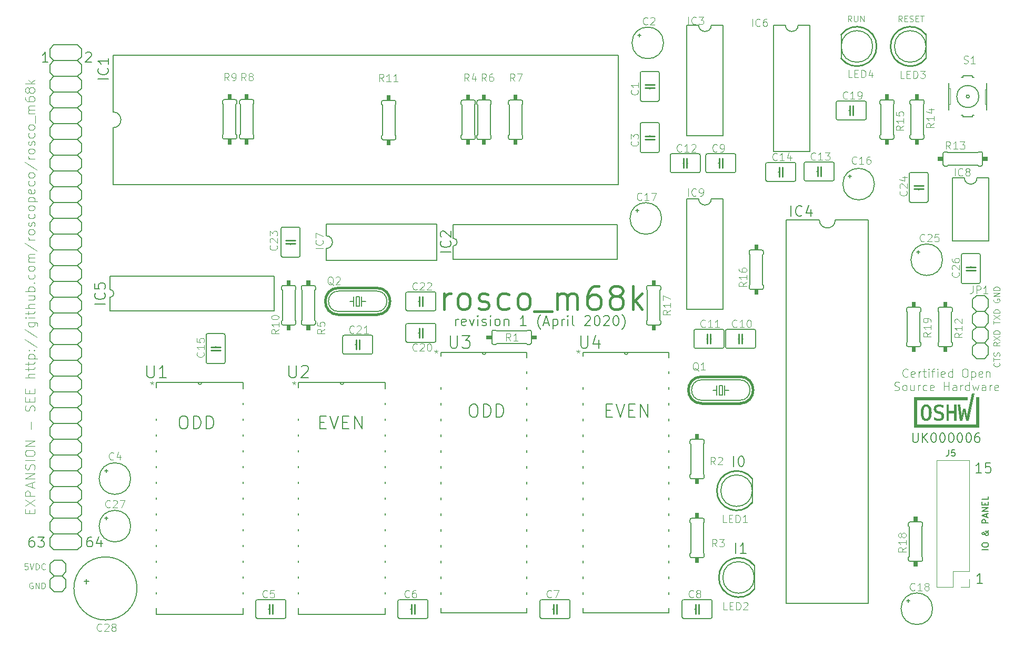
<source format=gbr>
G04 #@! TF.GenerationSoftware,KiCad,Pcbnew,(5.1.5-0-10_14)*
G04 #@! TF.CreationDate,2020-03-17T19:24:24+00:00*
G04 #@! TF.ProjectId,rosco_m68k,726f7363-6f5f-46d3-9638-6b2e6b696361,rev?*
G04 #@! TF.SameCoordinates,Original*
G04 #@! TF.FileFunction,Legend,Top*
G04 #@! TF.FilePolarity,Positive*
%FSLAX46Y46*%
G04 Gerber Fmt 4.6, Leading zero omitted, Abs format (unit mm)*
G04 Created by KiCad (PCBNEW (5.1.5-0-10_14)) date 2020-03-17 19:24:24*
%MOMM*%
%LPD*%
G04 APERTURE LIST*
%ADD10C,0.150000*%
%ADD11C,0.134112*%
%ADD12C,0.142240*%
%ADD13C,0.081280*%
%ADD14C,0.113792*%
%ADD15C,0.406400*%
%ADD16C,0.174752*%
%ADD17C,0.002540*%
%ADD18C,0.120000*%
%ADD19C,0.152400*%
%ADD20C,0.100000*%
%ADD21C,0.050800*%
%ADD22C,0.254000*%
%ADD23C,0.203200*%
%ADD24C,0.200000*%
%ADD25C,0.120650*%
%ADD26C,0.168910*%
%ADD27C,0.197866*%
%ADD28C,0.076200*%
G04 APERTURE END LIST*
D10*
X225305880Y-141679085D02*
X224305880Y-141679085D01*
X224305880Y-141012419D02*
X224305880Y-140821942D01*
X224353500Y-140726704D01*
X224448738Y-140631466D01*
X224639214Y-140583847D01*
X224972547Y-140583847D01*
X225163023Y-140631466D01*
X225258261Y-140726704D01*
X225305880Y-140821942D01*
X225305880Y-141012419D01*
X225258261Y-141107657D01*
X225163023Y-141202895D01*
X224972547Y-141250514D01*
X224639214Y-141250514D01*
X224448738Y-141202895D01*
X224353500Y-141107657D01*
X224305880Y-141012419D01*
X225305880Y-138583847D02*
X225305880Y-138631466D01*
X225258261Y-138726704D01*
X225115404Y-138869561D01*
X224829690Y-139107657D01*
X224686833Y-139202895D01*
X224543976Y-139250514D01*
X224448738Y-139250514D01*
X224353500Y-139202895D01*
X224305880Y-139107657D01*
X224305880Y-139060038D01*
X224353500Y-138964800D01*
X224448738Y-138917180D01*
X224496357Y-138917180D01*
X224591595Y-138964800D01*
X224639214Y-139012419D01*
X224829690Y-139298133D01*
X224877309Y-139345752D01*
X224972547Y-139393371D01*
X225115404Y-139393371D01*
X225210642Y-139345752D01*
X225258261Y-139298133D01*
X225305880Y-139202895D01*
X225305880Y-139060038D01*
X225258261Y-138964800D01*
X225210642Y-138917180D01*
X225020166Y-138774323D01*
X224877309Y-138726704D01*
X224782071Y-138726704D01*
X225305880Y-137393371D02*
X224305880Y-137393371D01*
X224305880Y-137012419D01*
X224353500Y-136917180D01*
X224401119Y-136869561D01*
X224496357Y-136821942D01*
X224639214Y-136821942D01*
X224734452Y-136869561D01*
X224782071Y-136917180D01*
X224829690Y-137012419D01*
X224829690Y-137393371D01*
X225020166Y-136440990D02*
X225020166Y-135964800D01*
X225305880Y-136536228D02*
X224305880Y-136202895D01*
X225305880Y-135869561D01*
X225305880Y-135536228D02*
X224305880Y-135536228D01*
X225305880Y-134964800D01*
X224305880Y-134964800D01*
X224782071Y-134488609D02*
X224782071Y-134155276D01*
X225305880Y-134012419D02*
X225305880Y-134488609D01*
X224305880Y-134488609D01*
X224305880Y-134012419D01*
X225305880Y-133107657D02*
X225305880Y-133583847D01*
X224305880Y-133583847D01*
D11*
X224221067Y-129310962D02*
X223311021Y-129310962D01*
X223766044Y-129310962D02*
X223766044Y-127718382D01*
X223614369Y-127945894D01*
X223462695Y-128097568D01*
X223311021Y-128173405D01*
X225661972Y-127718382D02*
X224903601Y-127718382D01*
X224827764Y-128476754D01*
X224903601Y-128400917D01*
X225055275Y-128325080D01*
X225434461Y-128325080D01*
X225586135Y-128400917D01*
X225661972Y-128476754D01*
X225737809Y-128628428D01*
X225737809Y-129007614D01*
X225661972Y-129159288D01*
X225586135Y-129235125D01*
X225434461Y-129310962D01*
X225055275Y-129310962D01*
X224903601Y-129235125D01*
X224827764Y-129159288D01*
X224386167Y-147078262D02*
X223476121Y-147078262D01*
X223931144Y-147078262D02*
X223931144Y-145485682D01*
X223779469Y-145713194D01*
X223627795Y-145864868D01*
X223476121Y-145940705D01*
X80108421Y-61767357D02*
X80184258Y-61691520D01*
X80335932Y-61615682D01*
X80715118Y-61615682D01*
X80866792Y-61691520D01*
X80942629Y-61767357D01*
X81018467Y-61919031D01*
X81018467Y-62070705D01*
X80942629Y-62298217D01*
X80032584Y-63208262D01*
X81018467Y-63208262D01*
X71710192Y-139656382D02*
X71406844Y-139656382D01*
X71255169Y-139732220D01*
X71179332Y-139808057D01*
X71027658Y-140035568D01*
X70951821Y-140338917D01*
X70951821Y-140945614D01*
X71027658Y-141097288D01*
X71103495Y-141173125D01*
X71255169Y-141248962D01*
X71558518Y-141248962D01*
X71710192Y-141173125D01*
X71786029Y-141097288D01*
X71861867Y-140945614D01*
X71861867Y-140566428D01*
X71786029Y-140414754D01*
X71710192Y-140338917D01*
X71558518Y-140263080D01*
X71255169Y-140263080D01*
X71103495Y-140338917D01*
X71027658Y-140414754D01*
X70951821Y-140566428D01*
X72392727Y-139656382D02*
X73378609Y-139656382D01*
X72847749Y-140263080D01*
X73075261Y-140263080D01*
X73226935Y-140338917D01*
X73302772Y-140414754D01*
X73378609Y-140566428D01*
X73378609Y-140945614D01*
X73302772Y-141097288D01*
X73226935Y-141173125D01*
X73075261Y-141248962D01*
X72620238Y-141248962D01*
X72468564Y-141173125D01*
X72392727Y-141097288D01*
D12*
X184337222Y-128303166D02*
X184337222Y-126614066D01*
X185463289Y-126614066D02*
X185624156Y-126614066D01*
X185785022Y-126694500D01*
X185865456Y-126774933D01*
X185945889Y-126935800D01*
X186026322Y-127257533D01*
X186026322Y-127659700D01*
X185945889Y-127981433D01*
X185865456Y-128142300D01*
X185785022Y-128222733D01*
X185624156Y-128303166D01*
X185463289Y-128303166D01*
X185302422Y-128222733D01*
X185221989Y-128142300D01*
X185141556Y-127981433D01*
X185061122Y-127659700D01*
X185061122Y-127257533D01*
X185141556Y-126935800D01*
X185221989Y-126774933D01*
X185302422Y-126694500D01*
X185463289Y-126614066D01*
X184654722Y-142273166D02*
X184654722Y-140584066D01*
X186343822Y-142273166D02*
X185378622Y-142273166D01*
X185861222Y-142273166D02*
X185861222Y-140584066D01*
X185700356Y-140825366D01*
X185539489Y-140986233D01*
X185378622Y-141066666D01*
D13*
X70759344Y-143936478D02*
X70299725Y-143936478D01*
X70253763Y-144396097D01*
X70299725Y-144350135D01*
X70391648Y-144304173D01*
X70621458Y-144304173D01*
X70713382Y-144350135D01*
X70759344Y-144396097D01*
X70805306Y-144488020D01*
X70805306Y-144717830D01*
X70759344Y-144809754D01*
X70713382Y-144855716D01*
X70621458Y-144901678D01*
X70391648Y-144901678D01*
X70299725Y-144855716D01*
X70253763Y-144809754D01*
X71081077Y-143936478D02*
X71402810Y-144901678D01*
X71724544Y-143936478D01*
X72046277Y-144901678D02*
X72046277Y-143936478D01*
X72276087Y-143936478D01*
X72413972Y-143982440D01*
X72505896Y-144074363D01*
X72551858Y-144166287D01*
X72597820Y-144350135D01*
X72597820Y-144488020D01*
X72551858Y-144671868D01*
X72505896Y-144763792D01*
X72413972Y-144855716D01*
X72276087Y-144901678D01*
X72046277Y-144901678D01*
X73563020Y-144809754D02*
X73517058Y-144855716D01*
X73379172Y-144901678D01*
X73287248Y-144901678D01*
X73149363Y-144855716D01*
X73057439Y-144763792D01*
X73011477Y-144671868D01*
X72965515Y-144488020D01*
X72965515Y-144350135D01*
X73011477Y-144166287D01*
X73057439Y-144074363D01*
X73149363Y-143982440D01*
X73287248Y-143936478D01*
X73379172Y-143936478D01*
X73517058Y-143982440D01*
X73563020Y-144028401D01*
X71540696Y-147040600D02*
X71448772Y-146994638D01*
X71310887Y-146994638D01*
X71173001Y-147040600D01*
X71081077Y-147132523D01*
X71035115Y-147224447D01*
X70989153Y-147408295D01*
X70989153Y-147546180D01*
X71035115Y-147730028D01*
X71081077Y-147821952D01*
X71173001Y-147913876D01*
X71310887Y-147959838D01*
X71402810Y-147959838D01*
X71540696Y-147913876D01*
X71586658Y-147867914D01*
X71586658Y-147546180D01*
X71402810Y-147546180D01*
X72000315Y-147959838D02*
X72000315Y-146994638D01*
X72551858Y-147959838D01*
X72551858Y-146994638D01*
X73011477Y-147959838D02*
X73011477Y-146994638D01*
X73241287Y-146994638D01*
X73379172Y-147040600D01*
X73471096Y-147132523D01*
X73517058Y-147224447D01*
X73563020Y-147408295D01*
X73563020Y-147546180D01*
X73517058Y-147730028D01*
X73471096Y-147821952D01*
X73379172Y-147913876D01*
X73241287Y-147959838D01*
X73011477Y-147959838D01*
X203288184Y-56718038D02*
X202966451Y-56258419D01*
X202736641Y-56718038D02*
X202736641Y-55752838D01*
X203104336Y-55752838D01*
X203196260Y-55798800D01*
X203242222Y-55844761D01*
X203288184Y-55936685D01*
X203288184Y-56074571D01*
X203242222Y-56166495D01*
X203196260Y-56212457D01*
X203104336Y-56258419D01*
X202736641Y-56258419D01*
X203701841Y-55752838D02*
X203701841Y-56534190D01*
X203747803Y-56626114D01*
X203793765Y-56672076D01*
X203885689Y-56718038D01*
X204069536Y-56718038D01*
X204161460Y-56672076D01*
X204207422Y-56626114D01*
X204253384Y-56534190D01*
X204253384Y-55752838D01*
X204713003Y-56718038D02*
X204713003Y-55752838D01*
X205264546Y-56718038D01*
X205264546Y-55752838D01*
X211423441Y-56718038D02*
X211101708Y-56258419D01*
X210871898Y-56718038D02*
X210871898Y-55752838D01*
X211239593Y-55752838D01*
X211331517Y-55798800D01*
X211377479Y-55844761D01*
X211423441Y-55936685D01*
X211423441Y-56074571D01*
X211377479Y-56166495D01*
X211331517Y-56212457D01*
X211239593Y-56258419D01*
X210871898Y-56258419D01*
X211837098Y-56212457D02*
X212158832Y-56212457D01*
X212296717Y-56718038D02*
X211837098Y-56718038D01*
X211837098Y-55752838D01*
X212296717Y-55752838D01*
X212664412Y-56672076D02*
X212802298Y-56718038D01*
X213032108Y-56718038D01*
X213124032Y-56672076D01*
X213169993Y-56626114D01*
X213215955Y-56534190D01*
X213215955Y-56442266D01*
X213169993Y-56350342D01*
X213124032Y-56304380D01*
X213032108Y-56258419D01*
X212848260Y-56212457D01*
X212756336Y-56166495D01*
X212710374Y-56120533D01*
X212664412Y-56028609D01*
X212664412Y-55936685D01*
X212710374Y-55844761D01*
X212756336Y-55798800D01*
X212848260Y-55752838D01*
X213078070Y-55752838D01*
X213215955Y-55798800D01*
X213629612Y-56212457D02*
X213951346Y-56212457D01*
X214089232Y-56718038D02*
X213629612Y-56718038D01*
X213629612Y-55752838D01*
X214089232Y-55752838D01*
X214365003Y-55752838D02*
X214916546Y-55752838D01*
X214640774Y-56718038D02*
X214640774Y-55752838D01*
X227039714Y-111637015D02*
X227085676Y-111682977D01*
X227131638Y-111820863D01*
X227131638Y-111912787D01*
X227085676Y-112050672D01*
X226993752Y-112142596D01*
X226901828Y-112188558D01*
X226717980Y-112234520D01*
X226580095Y-112234520D01*
X226396247Y-112188558D01*
X226304323Y-112142596D01*
X226212400Y-112050672D01*
X226166438Y-111912787D01*
X226166438Y-111820863D01*
X226212400Y-111682977D01*
X226258361Y-111637015D01*
X226166438Y-111361244D02*
X226166438Y-110809701D01*
X227131638Y-111085472D02*
X226166438Y-111085472D01*
X227085676Y-110533929D02*
X227131638Y-110396044D01*
X227131638Y-110166234D01*
X227085676Y-110074310D01*
X227039714Y-110028348D01*
X226947790Y-109982387D01*
X226855866Y-109982387D01*
X226763942Y-110028348D01*
X226717980Y-110074310D01*
X226672019Y-110166234D01*
X226626057Y-110350082D01*
X226580095Y-110442006D01*
X226534133Y-110487968D01*
X226442209Y-110533929D01*
X226350285Y-110533929D01*
X226258361Y-110487968D01*
X226212400Y-110442006D01*
X226166438Y-110350082D01*
X226166438Y-110120272D01*
X226212400Y-109982387D01*
X227131638Y-108281796D02*
X226672019Y-108603529D01*
X227131638Y-108833339D02*
X226166438Y-108833339D01*
X226166438Y-108465644D01*
X226212400Y-108373720D01*
X226258361Y-108327758D01*
X226350285Y-108281796D01*
X226488171Y-108281796D01*
X226580095Y-108327758D01*
X226626057Y-108373720D01*
X226672019Y-108465644D01*
X226672019Y-108833339D01*
X226166438Y-107960063D02*
X227131638Y-107316596D01*
X226166438Y-107316596D02*
X227131638Y-107960063D01*
X227131638Y-106948901D02*
X226166438Y-106948901D01*
X226166438Y-106719091D01*
X226212400Y-106581206D01*
X226304323Y-106489282D01*
X226396247Y-106443320D01*
X226580095Y-106397358D01*
X226717980Y-106397358D01*
X226901828Y-106443320D01*
X226993752Y-106489282D01*
X227085676Y-106581206D01*
X227131638Y-106719091D01*
X227131638Y-106948901D01*
X226166438Y-105386196D02*
X226166438Y-104834653D01*
X227131638Y-105110425D02*
X226166438Y-105110425D01*
X226166438Y-104604844D02*
X227131638Y-103961377D01*
X226166438Y-103961377D02*
X227131638Y-104604844D01*
X227131638Y-103593682D02*
X226166438Y-103593682D01*
X226166438Y-103363872D01*
X226212400Y-103225987D01*
X226304323Y-103134063D01*
X226396247Y-103088101D01*
X226580095Y-103042139D01*
X226717980Y-103042139D01*
X226901828Y-103088101D01*
X226993752Y-103134063D01*
X227085676Y-103225987D01*
X227131638Y-103363872D01*
X227131638Y-103593682D01*
X226212400Y-101387510D02*
X226166438Y-101479434D01*
X226166438Y-101617320D01*
X226212400Y-101755206D01*
X226304323Y-101847129D01*
X226396247Y-101893091D01*
X226580095Y-101939053D01*
X226717980Y-101939053D01*
X226901828Y-101893091D01*
X226993752Y-101847129D01*
X227085676Y-101755206D01*
X227131638Y-101617320D01*
X227131638Y-101525396D01*
X227085676Y-101387510D01*
X227039714Y-101341548D01*
X226717980Y-101341548D01*
X226717980Y-101525396D01*
X227131638Y-100927891D02*
X226166438Y-100927891D01*
X227131638Y-100376348D01*
X226166438Y-100376348D01*
X227131638Y-99916729D02*
X226166438Y-99916729D01*
X226166438Y-99686920D01*
X226212400Y-99549034D01*
X226304323Y-99457110D01*
X226396247Y-99411148D01*
X226580095Y-99365187D01*
X226717980Y-99365187D01*
X226901828Y-99411148D01*
X226993752Y-99457110D01*
X227085676Y-99549034D01*
X227131638Y-99686920D01*
X227131638Y-99916729D01*
D14*
X71050257Y-135877992D02*
X71050257Y-135377992D01*
X71835971Y-135163706D02*
X71835971Y-135877992D01*
X70335971Y-135877992D01*
X70335971Y-135163706D01*
X70335971Y-134663706D02*
X71835971Y-133663706D01*
X70335971Y-133663706D02*
X71835971Y-134663706D01*
X71835971Y-133092278D02*
X70335971Y-133092278D01*
X70335971Y-132520849D01*
X70407400Y-132377992D01*
X70478828Y-132306563D01*
X70621685Y-132235135D01*
X70835971Y-132235135D01*
X70978828Y-132306563D01*
X71050257Y-132377992D01*
X71121685Y-132520849D01*
X71121685Y-133092278D01*
X71407400Y-131663706D02*
X71407400Y-130949420D01*
X71835971Y-131806563D02*
X70335971Y-131306563D01*
X71835971Y-130806563D01*
X71835971Y-130306563D02*
X70335971Y-130306563D01*
X71835971Y-129449420D01*
X70335971Y-129449420D01*
X71764542Y-128806563D02*
X71835971Y-128592278D01*
X71835971Y-128235135D01*
X71764542Y-128092278D01*
X71693114Y-128020849D01*
X71550257Y-127949420D01*
X71407400Y-127949420D01*
X71264542Y-128020849D01*
X71193114Y-128092278D01*
X71121685Y-128235135D01*
X71050257Y-128520849D01*
X70978828Y-128663706D01*
X70907400Y-128735135D01*
X70764542Y-128806563D01*
X70621685Y-128806563D01*
X70478828Y-128735135D01*
X70407400Y-128663706D01*
X70335971Y-128520849D01*
X70335971Y-128163706D01*
X70407400Y-127949420D01*
X71835971Y-127306563D02*
X70335971Y-127306563D01*
X70335971Y-126306563D02*
X70335971Y-126020849D01*
X70407400Y-125877992D01*
X70550257Y-125735135D01*
X70835971Y-125663706D01*
X71335971Y-125663706D01*
X71621685Y-125735135D01*
X71764542Y-125877992D01*
X71835971Y-126020849D01*
X71835971Y-126306563D01*
X71764542Y-126449420D01*
X71621685Y-126592278D01*
X71335971Y-126663706D01*
X70835971Y-126663706D01*
X70550257Y-126592278D01*
X70407400Y-126449420D01*
X70335971Y-126306563D01*
X71835971Y-125020849D02*
X70335971Y-125020849D01*
X71835971Y-124163706D01*
X70335971Y-124163706D01*
X71264542Y-122306563D02*
X71264542Y-121163706D01*
X71764542Y-119377992D02*
X71835971Y-119163706D01*
X71835971Y-118806563D01*
X71764542Y-118663706D01*
X71693114Y-118592278D01*
X71550257Y-118520849D01*
X71407400Y-118520849D01*
X71264542Y-118592278D01*
X71193114Y-118663706D01*
X71121685Y-118806563D01*
X71050257Y-119092278D01*
X70978828Y-119235135D01*
X70907400Y-119306563D01*
X70764542Y-119377992D01*
X70621685Y-119377992D01*
X70478828Y-119306563D01*
X70407400Y-119235135D01*
X70335971Y-119092278D01*
X70335971Y-118735135D01*
X70407400Y-118520849D01*
X71050257Y-117877992D02*
X71050257Y-117377992D01*
X71835971Y-117163706D02*
X71835971Y-117877992D01*
X70335971Y-117877992D01*
X70335971Y-117163706D01*
X71050257Y-116520849D02*
X71050257Y-116020849D01*
X71835971Y-115806563D02*
X71835971Y-116520849D01*
X70335971Y-116520849D01*
X70335971Y-115806563D01*
X71835971Y-114020849D02*
X70335971Y-114020849D01*
X71835971Y-113377992D02*
X71050257Y-113377992D01*
X70907400Y-113449420D01*
X70835971Y-113592278D01*
X70835971Y-113806563D01*
X70907400Y-113949420D01*
X70978828Y-114020849D01*
X70835971Y-112877992D02*
X70835971Y-112306563D01*
X70335971Y-112663706D02*
X71621685Y-112663706D01*
X71764542Y-112592278D01*
X71835971Y-112449420D01*
X71835971Y-112306563D01*
X70835971Y-112020849D02*
X70835971Y-111449420D01*
X70335971Y-111806563D02*
X71621685Y-111806563D01*
X71764542Y-111735135D01*
X71835971Y-111592278D01*
X71835971Y-111449420D01*
X70835971Y-110949420D02*
X72335971Y-110949420D01*
X70907400Y-110949420D02*
X70835971Y-110806563D01*
X70835971Y-110520849D01*
X70907400Y-110377992D01*
X70978828Y-110306563D01*
X71121685Y-110235135D01*
X71550257Y-110235135D01*
X71693114Y-110306563D01*
X71764542Y-110377992D01*
X71835971Y-110520849D01*
X71835971Y-110806563D01*
X71764542Y-110949420D01*
X71693114Y-109592278D02*
X71764542Y-109520849D01*
X71835971Y-109592278D01*
X71764542Y-109663706D01*
X71693114Y-109592278D01*
X71835971Y-109592278D01*
X70907400Y-109592278D02*
X70978828Y-109520849D01*
X71050257Y-109592278D01*
X70978828Y-109663706D01*
X70907400Y-109592278D01*
X71050257Y-109592278D01*
X70264542Y-107806563D02*
X72193114Y-109092278D01*
X70264542Y-106235135D02*
X72193114Y-107520849D01*
X70835971Y-105092278D02*
X72050257Y-105092278D01*
X72193114Y-105163706D01*
X72264542Y-105235135D01*
X72335971Y-105377992D01*
X72335971Y-105592278D01*
X72264542Y-105735135D01*
X71764542Y-105092278D02*
X71835971Y-105235135D01*
X71835971Y-105520849D01*
X71764542Y-105663706D01*
X71693114Y-105735135D01*
X71550257Y-105806563D01*
X71121685Y-105806563D01*
X70978828Y-105735135D01*
X70907400Y-105663706D01*
X70835971Y-105520849D01*
X70835971Y-105235135D01*
X70907400Y-105092278D01*
X71835971Y-104377992D02*
X70835971Y-104377992D01*
X70335971Y-104377992D02*
X70407400Y-104449420D01*
X70478828Y-104377992D01*
X70407400Y-104306563D01*
X70335971Y-104377992D01*
X70478828Y-104377992D01*
X70835971Y-103877992D02*
X70835971Y-103306563D01*
X70335971Y-103663706D02*
X71621685Y-103663706D01*
X71764542Y-103592278D01*
X71835971Y-103449420D01*
X71835971Y-103306563D01*
X71835971Y-102806563D02*
X70335971Y-102806563D01*
X71835971Y-102163706D02*
X71050257Y-102163706D01*
X70907400Y-102235135D01*
X70835971Y-102377992D01*
X70835971Y-102592278D01*
X70907400Y-102735135D01*
X70978828Y-102806563D01*
X70835971Y-100806563D02*
X71835971Y-100806563D01*
X70835971Y-101449420D02*
X71621685Y-101449420D01*
X71764542Y-101377992D01*
X71835971Y-101235135D01*
X71835971Y-101020849D01*
X71764542Y-100877992D01*
X71693114Y-100806563D01*
X71835971Y-100092278D02*
X70335971Y-100092278D01*
X70907400Y-100092278D02*
X70835971Y-99949420D01*
X70835971Y-99663706D01*
X70907400Y-99520849D01*
X70978828Y-99449420D01*
X71121685Y-99377992D01*
X71550257Y-99377992D01*
X71693114Y-99449420D01*
X71764542Y-99520849D01*
X71835971Y-99663706D01*
X71835971Y-99949420D01*
X71764542Y-100092278D01*
X71693114Y-98735135D02*
X71764542Y-98663706D01*
X71835971Y-98735135D01*
X71764542Y-98806563D01*
X71693114Y-98735135D01*
X71835971Y-98735135D01*
X71764542Y-97377992D02*
X71835971Y-97520849D01*
X71835971Y-97806563D01*
X71764542Y-97949420D01*
X71693114Y-98020849D01*
X71550257Y-98092278D01*
X71121685Y-98092278D01*
X70978828Y-98020849D01*
X70907400Y-97949420D01*
X70835971Y-97806563D01*
X70835971Y-97520849D01*
X70907400Y-97377992D01*
X71835971Y-96520849D02*
X71764542Y-96663706D01*
X71693114Y-96735135D01*
X71550257Y-96806563D01*
X71121685Y-96806563D01*
X70978828Y-96735135D01*
X70907400Y-96663706D01*
X70835971Y-96520849D01*
X70835971Y-96306563D01*
X70907400Y-96163706D01*
X70978828Y-96092278D01*
X71121685Y-96020849D01*
X71550257Y-96020849D01*
X71693114Y-96092278D01*
X71764542Y-96163706D01*
X71835971Y-96306563D01*
X71835971Y-96520849D01*
X71835971Y-95377992D02*
X70835971Y-95377992D01*
X70978828Y-95377992D02*
X70907400Y-95306563D01*
X70835971Y-95163706D01*
X70835971Y-94949420D01*
X70907400Y-94806563D01*
X71050257Y-94735135D01*
X71835971Y-94735135D01*
X71050257Y-94735135D02*
X70907400Y-94663706D01*
X70835971Y-94520849D01*
X70835971Y-94306563D01*
X70907400Y-94163706D01*
X71050257Y-94092278D01*
X71835971Y-94092278D01*
X70264542Y-92306563D02*
X72193114Y-93592278D01*
X71835971Y-91806563D02*
X70835971Y-91806563D01*
X71121685Y-91806563D02*
X70978828Y-91735135D01*
X70907400Y-91663706D01*
X70835971Y-91520849D01*
X70835971Y-91377992D01*
X71835971Y-90663706D02*
X71764542Y-90806563D01*
X71693114Y-90877992D01*
X71550257Y-90949420D01*
X71121685Y-90949420D01*
X70978828Y-90877992D01*
X70907400Y-90806563D01*
X70835971Y-90663706D01*
X70835971Y-90449420D01*
X70907400Y-90306563D01*
X70978828Y-90235135D01*
X71121685Y-90163706D01*
X71550257Y-90163706D01*
X71693114Y-90235135D01*
X71764542Y-90306563D01*
X71835971Y-90449420D01*
X71835971Y-90663706D01*
X71764542Y-89592278D02*
X71835971Y-89449420D01*
X71835971Y-89163706D01*
X71764542Y-89020849D01*
X71621685Y-88949420D01*
X71550257Y-88949420D01*
X71407400Y-89020849D01*
X71335971Y-89163706D01*
X71335971Y-89377992D01*
X71264542Y-89520849D01*
X71121685Y-89592278D01*
X71050257Y-89592278D01*
X70907400Y-89520849D01*
X70835971Y-89377992D01*
X70835971Y-89163706D01*
X70907400Y-89020849D01*
X71764542Y-87663706D02*
X71835971Y-87806563D01*
X71835971Y-88092278D01*
X71764542Y-88235135D01*
X71693114Y-88306563D01*
X71550257Y-88377992D01*
X71121685Y-88377992D01*
X70978828Y-88306563D01*
X70907400Y-88235135D01*
X70835971Y-88092278D01*
X70835971Y-87806563D01*
X70907400Y-87663706D01*
X71835971Y-86806563D02*
X71764542Y-86949420D01*
X71693114Y-87020849D01*
X71550257Y-87092278D01*
X71121685Y-87092278D01*
X70978828Y-87020849D01*
X70907400Y-86949420D01*
X70835971Y-86806563D01*
X70835971Y-86592278D01*
X70907400Y-86449420D01*
X70978828Y-86377992D01*
X71121685Y-86306563D01*
X71550257Y-86306563D01*
X71693114Y-86377992D01*
X71764542Y-86449420D01*
X71835971Y-86592278D01*
X71835971Y-86806563D01*
X70835971Y-85663706D02*
X72335971Y-85663706D01*
X70907400Y-85663706D02*
X70835971Y-85520849D01*
X70835971Y-85235135D01*
X70907400Y-85092278D01*
X70978828Y-85020849D01*
X71121685Y-84949420D01*
X71550257Y-84949420D01*
X71693114Y-85020849D01*
X71764542Y-85092278D01*
X71835971Y-85235135D01*
X71835971Y-85520849D01*
X71764542Y-85663706D01*
X71764542Y-83735135D02*
X71835971Y-83877992D01*
X71835971Y-84163706D01*
X71764542Y-84306563D01*
X71621685Y-84377992D01*
X71050257Y-84377992D01*
X70907400Y-84306563D01*
X70835971Y-84163706D01*
X70835971Y-83877992D01*
X70907400Y-83735135D01*
X71050257Y-83663706D01*
X71193114Y-83663706D01*
X71335971Y-84377992D01*
X71764542Y-82377992D02*
X71835971Y-82520849D01*
X71835971Y-82806563D01*
X71764542Y-82949420D01*
X71693114Y-83020849D01*
X71550257Y-83092278D01*
X71121685Y-83092278D01*
X70978828Y-83020849D01*
X70907400Y-82949420D01*
X70835971Y-82806563D01*
X70835971Y-82520849D01*
X70907400Y-82377992D01*
X71835971Y-81520849D02*
X71764542Y-81663706D01*
X71693114Y-81735135D01*
X71550257Y-81806563D01*
X71121685Y-81806563D01*
X70978828Y-81735135D01*
X70907400Y-81663706D01*
X70835971Y-81520849D01*
X70835971Y-81306563D01*
X70907400Y-81163706D01*
X70978828Y-81092278D01*
X71121685Y-81020849D01*
X71550257Y-81020849D01*
X71693114Y-81092278D01*
X71764542Y-81163706D01*
X71835971Y-81306563D01*
X71835971Y-81520849D01*
X70264542Y-79306563D02*
X72193114Y-80592278D01*
X71835971Y-78806563D02*
X70835971Y-78806563D01*
X71121685Y-78806563D02*
X70978828Y-78735135D01*
X70907400Y-78663706D01*
X70835971Y-78520849D01*
X70835971Y-78377992D01*
X71835971Y-77663706D02*
X71764542Y-77806563D01*
X71693114Y-77877992D01*
X71550257Y-77949420D01*
X71121685Y-77949420D01*
X70978828Y-77877992D01*
X70907400Y-77806563D01*
X70835971Y-77663706D01*
X70835971Y-77449420D01*
X70907400Y-77306563D01*
X70978828Y-77235135D01*
X71121685Y-77163706D01*
X71550257Y-77163706D01*
X71693114Y-77235135D01*
X71764542Y-77306563D01*
X71835971Y-77449420D01*
X71835971Y-77663706D01*
X71764542Y-76592278D02*
X71835971Y-76449420D01*
X71835971Y-76163706D01*
X71764542Y-76020849D01*
X71621685Y-75949420D01*
X71550257Y-75949420D01*
X71407400Y-76020849D01*
X71335971Y-76163706D01*
X71335971Y-76377992D01*
X71264542Y-76520849D01*
X71121685Y-76592278D01*
X71050257Y-76592278D01*
X70907400Y-76520849D01*
X70835971Y-76377992D01*
X70835971Y-76163706D01*
X70907400Y-76020849D01*
X71764542Y-74663706D02*
X71835971Y-74806563D01*
X71835971Y-75092278D01*
X71764542Y-75235135D01*
X71693114Y-75306563D01*
X71550257Y-75377992D01*
X71121685Y-75377992D01*
X70978828Y-75306563D01*
X70907400Y-75235135D01*
X70835971Y-75092278D01*
X70835971Y-74806563D01*
X70907400Y-74663706D01*
X71835971Y-73806563D02*
X71764542Y-73949420D01*
X71693114Y-74020849D01*
X71550257Y-74092278D01*
X71121685Y-74092278D01*
X70978828Y-74020849D01*
X70907400Y-73949420D01*
X70835971Y-73806563D01*
X70835971Y-73592278D01*
X70907400Y-73449420D01*
X70978828Y-73377992D01*
X71121685Y-73306563D01*
X71550257Y-73306563D01*
X71693114Y-73377992D01*
X71764542Y-73449420D01*
X71835971Y-73592278D01*
X71835971Y-73806563D01*
X71978828Y-73020849D02*
X71978828Y-71877992D01*
X71835971Y-71520849D02*
X70835971Y-71520849D01*
X70978828Y-71520849D02*
X70907400Y-71449420D01*
X70835971Y-71306563D01*
X70835971Y-71092278D01*
X70907400Y-70949420D01*
X71050257Y-70877992D01*
X71835971Y-70877992D01*
X71050257Y-70877992D02*
X70907400Y-70806563D01*
X70835971Y-70663706D01*
X70835971Y-70449420D01*
X70907400Y-70306563D01*
X71050257Y-70235135D01*
X71835971Y-70235135D01*
X70335971Y-68877992D02*
X70335971Y-69163706D01*
X70407400Y-69306563D01*
X70478828Y-69377992D01*
X70693114Y-69520849D01*
X70978828Y-69592278D01*
X71550257Y-69592278D01*
X71693114Y-69520849D01*
X71764542Y-69449420D01*
X71835971Y-69306563D01*
X71835971Y-69020849D01*
X71764542Y-68877992D01*
X71693114Y-68806563D01*
X71550257Y-68735135D01*
X71193114Y-68735135D01*
X71050257Y-68806563D01*
X70978828Y-68877992D01*
X70907400Y-69020849D01*
X70907400Y-69306563D01*
X70978828Y-69449420D01*
X71050257Y-69520849D01*
X71193114Y-69592278D01*
X70978828Y-67877992D02*
X70907400Y-68020849D01*
X70835971Y-68092278D01*
X70693114Y-68163706D01*
X70621685Y-68163706D01*
X70478828Y-68092278D01*
X70407400Y-68020849D01*
X70335971Y-67877992D01*
X70335971Y-67592278D01*
X70407400Y-67449420D01*
X70478828Y-67377992D01*
X70621685Y-67306563D01*
X70693114Y-67306563D01*
X70835971Y-67377992D01*
X70907400Y-67449420D01*
X70978828Y-67592278D01*
X70978828Y-67877992D01*
X71050257Y-68020849D01*
X71121685Y-68092278D01*
X71264542Y-68163706D01*
X71550257Y-68163706D01*
X71693114Y-68092278D01*
X71764542Y-68020849D01*
X71835971Y-67877992D01*
X71835971Y-67592278D01*
X71764542Y-67449420D01*
X71693114Y-67377992D01*
X71550257Y-67306563D01*
X71264542Y-67306563D01*
X71121685Y-67377992D01*
X71050257Y-67449420D01*
X70978828Y-67592278D01*
X71835971Y-66663706D02*
X70335971Y-66663706D01*
X71264542Y-66520849D02*
X71835971Y-66092278D01*
X70835971Y-66092278D02*
X71407400Y-66663706D01*
D15*
X137771017Y-102995428D02*
X137771017Y-100495428D01*
X137771017Y-101209714D02*
X137949588Y-100852571D01*
X138128160Y-100674000D01*
X138485302Y-100495428D01*
X138842445Y-100495428D01*
X140628160Y-102995428D02*
X140271017Y-102816857D01*
X140092445Y-102638285D01*
X139913874Y-102281142D01*
X139913874Y-101209714D01*
X140092445Y-100852571D01*
X140271017Y-100674000D01*
X140628160Y-100495428D01*
X141163874Y-100495428D01*
X141521017Y-100674000D01*
X141699588Y-100852571D01*
X141878160Y-101209714D01*
X141878160Y-102281142D01*
X141699588Y-102638285D01*
X141521017Y-102816857D01*
X141163874Y-102995428D01*
X140628160Y-102995428D01*
X143306731Y-102816857D02*
X143663874Y-102995428D01*
X144378160Y-102995428D01*
X144735302Y-102816857D01*
X144913874Y-102459714D01*
X144913874Y-102281142D01*
X144735302Y-101924000D01*
X144378160Y-101745428D01*
X143842445Y-101745428D01*
X143485302Y-101566857D01*
X143306731Y-101209714D01*
X143306731Y-101031142D01*
X143485302Y-100674000D01*
X143842445Y-100495428D01*
X144378160Y-100495428D01*
X144735302Y-100674000D01*
X148128160Y-102816857D02*
X147771017Y-102995428D01*
X147056731Y-102995428D01*
X146699588Y-102816857D01*
X146521017Y-102638285D01*
X146342445Y-102281142D01*
X146342445Y-101209714D01*
X146521017Y-100852571D01*
X146699588Y-100674000D01*
X147056731Y-100495428D01*
X147771017Y-100495428D01*
X148128160Y-100674000D01*
X150271017Y-102995428D02*
X149913874Y-102816857D01*
X149735302Y-102638285D01*
X149556731Y-102281142D01*
X149556731Y-101209714D01*
X149735302Y-100852571D01*
X149913874Y-100674000D01*
X150271017Y-100495428D01*
X150806731Y-100495428D01*
X151163874Y-100674000D01*
X151342445Y-100852571D01*
X151521017Y-101209714D01*
X151521017Y-102281142D01*
X151342445Y-102638285D01*
X151163874Y-102816857D01*
X150806731Y-102995428D01*
X150271017Y-102995428D01*
X152235302Y-103352571D02*
X155092445Y-103352571D01*
X155985302Y-102995428D02*
X155985302Y-100495428D01*
X155985302Y-100852571D02*
X156163874Y-100674000D01*
X156521017Y-100495428D01*
X157056731Y-100495428D01*
X157413874Y-100674000D01*
X157592445Y-101031142D01*
X157592445Y-102995428D01*
X157592445Y-101031142D02*
X157771017Y-100674000D01*
X158128160Y-100495428D01*
X158663874Y-100495428D01*
X159021017Y-100674000D01*
X159199588Y-101031142D01*
X159199588Y-102995428D01*
X162592445Y-99245428D02*
X161878160Y-99245428D01*
X161521017Y-99424000D01*
X161342445Y-99602571D01*
X160985302Y-100138285D01*
X160806731Y-100852571D01*
X160806731Y-102281142D01*
X160985302Y-102638285D01*
X161163874Y-102816857D01*
X161521017Y-102995428D01*
X162235302Y-102995428D01*
X162592445Y-102816857D01*
X162771017Y-102638285D01*
X162949588Y-102281142D01*
X162949588Y-101388285D01*
X162771017Y-101031142D01*
X162592445Y-100852571D01*
X162235302Y-100674000D01*
X161521017Y-100674000D01*
X161163874Y-100852571D01*
X160985302Y-101031142D01*
X160806731Y-101388285D01*
X165092445Y-100852571D02*
X164735302Y-100674000D01*
X164556731Y-100495428D01*
X164378160Y-100138285D01*
X164378160Y-99959714D01*
X164556731Y-99602571D01*
X164735302Y-99424000D01*
X165092445Y-99245428D01*
X165806731Y-99245428D01*
X166163874Y-99424000D01*
X166342445Y-99602571D01*
X166521017Y-99959714D01*
X166521017Y-100138285D01*
X166342445Y-100495428D01*
X166163874Y-100674000D01*
X165806731Y-100852571D01*
X165092445Y-100852571D01*
X164735302Y-101031142D01*
X164556731Y-101209714D01*
X164378160Y-101566857D01*
X164378160Y-102281142D01*
X164556731Y-102638285D01*
X164735302Y-102816857D01*
X165092445Y-102995428D01*
X165806731Y-102995428D01*
X166163874Y-102816857D01*
X166342445Y-102638285D01*
X166521017Y-102281142D01*
X166521017Y-101566857D01*
X166342445Y-101209714D01*
X166163874Y-101031142D01*
X165806731Y-100852571D01*
X168128160Y-102995428D02*
X168128160Y-99245428D01*
X168485302Y-101566857D02*
X169556731Y-102995428D01*
X169556731Y-100495428D02*
X168128160Y-101924000D01*
D11*
X139620358Y-105638162D02*
X139620358Y-104576442D01*
X139620358Y-104879791D02*
X139696195Y-104728117D01*
X139772032Y-104652280D01*
X139923707Y-104576442D01*
X140075381Y-104576442D01*
X141212938Y-105562325D02*
X141061264Y-105638162D01*
X140757915Y-105638162D01*
X140606241Y-105562325D01*
X140530404Y-105410651D01*
X140530404Y-104803954D01*
X140606241Y-104652280D01*
X140757915Y-104576442D01*
X141061264Y-104576442D01*
X141212938Y-104652280D01*
X141288775Y-104803954D01*
X141288775Y-104955628D01*
X140530404Y-105107302D01*
X141819635Y-104576442D02*
X142198821Y-105638162D01*
X142578007Y-104576442D01*
X143184704Y-105638162D02*
X143184704Y-104576442D01*
X143184704Y-104045582D02*
X143108867Y-104121420D01*
X143184704Y-104197257D01*
X143260541Y-104121420D01*
X143184704Y-104045582D01*
X143184704Y-104197257D01*
X143867238Y-105562325D02*
X144018912Y-105638162D01*
X144322261Y-105638162D01*
X144473935Y-105562325D01*
X144549772Y-105410651D01*
X144549772Y-105334814D01*
X144473935Y-105183140D01*
X144322261Y-105107302D01*
X144094749Y-105107302D01*
X143943075Y-105031465D01*
X143867238Y-104879791D01*
X143867238Y-104803954D01*
X143943075Y-104652280D01*
X144094749Y-104576442D01*
X144322261Y-104576442D01*
X144473935Y-104652280D01*
X145232307Y-105638162D02*
X145232307Y-104576442D01*
X145232307Y-104045582D02*
X145156469Y-104121420D01*
X145232307Y-104197257D01*
X145308144Y-104121420D01*
X145232307Y-104045582D01*
X145232307Y-104197257D01*
X146218189Y-105638162D02*
X146066515Y-105562325D01*
X145990678Y-105486488D01*
X145914841Y-105334814D01*
X145914841Y-104879791D01*
X145990678Y-104728117D01*
X146066515Y-104652280D01*
X146218189Y-104576442D01*
X146445701Y-104576442D01*
X146597375Y-104652280D01*
X146673212Y-104728117D01*
X146749049Y-104879791D01*
X146749049Y-105334814D01*
X146673212Y-105486488D01*
X146597375Y-105562325D01*
X146445701Y-105638162D01*
X146218189Y-105638162D01*
X147431584Y-104576442D02*
X147431584Y-105638162D01*
X147431584Y-104728117D02*
X147507421Y-104652280D01*
X147659095Y-104576442D01*
X147886607Y-104576442D01*
X148038281Y-104652280D01*
X148114118Y-104803954D01*
X148114118Y-105638162D01*
X150920092Y-105638162D02*
X150010047Y-105638162D01*
X150465069Y-105638162D02*
X150465069Y-104045582D01*
X150313395Y-104273094D01*
X150161721Y-104424768D01*
X150010047Y-104500605D01*
X153271044Y-106244860D02*
X153195207Y-106169022D01*
X153043532Y-105941511D01*
X152967695Y-105789837D01*
X152891858Y-105562325D01*
X152816021Y-105183140D01*
X152816021Y-104879791D01*
X152891858Y-104500605D01*
X152967695Y-104273094D01*
X153043532Y-104121420D01*
X153195207Y-103893908D01*
X153271044Y-103818071D01*
X153801904Y-105183140D02*
X154560275Y-105183140D01*
X153650229Y-105638162D02*
X154181089Y-104045582D01*
X154711949Y-105638162D01*
X155242809Y-104576442D02*
X155242809Y-106169022D01*
X155242809Y-104652280D02*
X155394484Y-104576442D01*
X155697832Y-104576442D01*
X155849507Y-104652280D01*
X155925344Y-104728117D01*
X156001181Y-104879791D01*
X156001181Y-105334814D01*
X155925344Y-105486488D01*
X155849507Y-105562325D01*
X155697832Y-105638162D01*
X155394484Y-105638162D01*
X155242809Y-105562325D01*
X156683715Y-105638162D02*
X156683715Y-104576442D01*
X156683715Y-104879791D02*
X156759552Y-104728117D01*
X156835389Y-104652280D01*
X156987064Y-104576442D01*
X157138738Y-104576442D01*
X157669598Y-105638162D02*
X157669598Y-104576442D01*
X157669598Y-104045582D02*
X157593761Y-104121420D01*
X157669598Y-104197257D01*
X157745435Y-104121420D01*
X157669598Y-104045582D01*
X157669598Y-104197257D01*
X158655481Y-105638162D02*
X158503807Y-105562325D01*
X158427969Y-105410651D01*
X158427969Y-104045582D01*
X160399735Y-104197257D02*
X160475572Y-104121420D01*
X160627247Y-104045582D01*
X161006432Y-104045582D01*
X161158107Y-104121420D01*
X161233944Y-104197257D01*
X161309781Y-104348931D01*
X161309781Y-104500605D01*
X161233944Y-104728117D01*
X160323898Y-105638162D01*
X161309781Y-105638162D01*
X162295664Y-104045582D02*
X162447338Y-104045582D01*
X162599012Y-104121420D01*
X162674849Y-104197257D01*
X162750687Y-104348931D01*
X162826524Y-104652280D01*
X162826524Y-105031465D01*
X162750687Y-105334814D01*
X162674849Y-105486488D01*
X162599012Y-105562325D01*
X162447338Y-105638162D01*
X162295664Y-105638162D01*
X162143989Y-105562325D01*
X162068152Y-105486488D01*
X161992315Y-105334814D01*
X161916478Y-105031465D01*
X161916478Y-104652280D01*
X161992315Y-104348931D01*
X162068152Y-104197257D01*
X162143989Y-104121420D01*
X162295664Y-104045582D01*
X163433221Y-104197257D02*
X163509058Y-104121420D01*
X163660732Y-104045582D01*
X164039918Y-104045582D01*
X164191592Y-104121420D01*
X164267429Y-104197257D01*
X164343267Y-104348931D01*
X164343267Y-104500605D01*
X164267429Y-104728117D01*
X163357384Y-105638162D01*
X164343267Y-105638162D01*
X165329149Y-104045582D02*
X165480824Y-104045582D01*
X165632498Y-104121420D01*
X165708335Y-104197257D01*
X165784172Y-104348931D01*
X165860009Y-104652280D01*
X165860009Y-105031465D01*
X165784172Y-105334814D01*
X165708335Y-105486488D01*
X165632498Y-105562325D01*
X165480824Y-105638162D01*
X165329149Y-105638162D01*
X165177475Y-105562325D01*
X165101638Y-105486488D01*
X165025801Y-105334814D01*
X164949964Y-105031465D01*
X164949964Y-104652280D01*
X165025801Y-104348931D01*
X165101638Y-104197257D01*
X165177475Y-104121420D01*
X165329149Y-104045582D01*
X166390869Y-106244860D02*
X166466707Y-106169022D01*
X166618381Y-105941511D01*
X166694218Y-105789837D01*
X166770055Y-105562325D01*
X166845892Y-105183140D01*
X166845892Y-104879791D01*
X166770055Y-104500605D01*
X166694218Y-104273094D01*
X166618381Y-104121420D01*
X166466707Y-103893908D01*
X166390869Y-103818071D01*
X74018167Y-63220162D02*
X73108121Y-63220162D01*
X73563144Y-63220162D02*
X73563144Y-61627582D01*
X73411469Y-61855094D01*
X73259795Y-62006768D01*
X73108121Y-62082605D01*
X81044592Y-139631782D02*
X80741244Y-139631782D01*
X80589569Y-139707620D01*
X80513732Y-139783457D01*
X80362058Y-140010968D01*
X80286221Y-140314317D01*
X80286221Y-140921014D01*
X80362058Y-141072688D01*
X80437895Y-141148525D01*
X80589569Y-141224362D01*
X80892918Y-141224362D01*
X81044592Y-141148525D01*
X81120429Y-141072688D01*
X81196267Y-140921014D01*
X81196267Y-140541828D01*
X81120429Y-140390154D01*
X81044592Y-140314317D01*
X80892918Y-140238480D01*
X80589569Y-140238480D01*
X80437895Y-140314317D01*
X80362058Y-140390154D01*
X80286221Y-140541828D01*
X82561335Y-140162642D02*
X82561335Y-141224362D01*
X82182149Y-139555945D02*
X81802964Y-140693502D01*
X82788847Y-140693502D01*
D14*
X212360546Y-113808248D02*
X212296200Y-113872594D01*
X212103160Y-113936941D01*
X211974466Y-113936941D01*
X211781426Y-113872594D01*
X211652733Y-113743901D01*
X211588386Y-113615208D01*
X211524040Y-113357821D01*
X211524040Y-113164781D01*
X211588386Y-112907394D01*
X211652733Y-112778701D01*
X211781426Y-112650008D01*
X211974466Y-112585661D01*
X212103160Y-112585661D01*
X212296200Y-112650008D01*
X212360546Y-112714354D01*
X213454440Y-113872594D02*
X213325746Y-113936941D01*
X213068360Y-113936941D01*
X212939666Y-113872594D01*
X212875320Y-113743901D01*
X212875320Y-113229128D01*
X212939666Y-113100434D01*
X213068360Y-113036088D01*
X213325746Y-113036088D01*
X213454440Y-113100434D01*
X213518786Y-113229128D01*
X213518786Y-113357821D01*
X212875320Y-113486514D01*
X214097906Y-113936941D02*
X214097906Y-113036088D01*
X214097906Y-113293474D02*
X214162253Y-113164781D01*
X214226600Y-113100434D01*
X214355293Y-113036088D01*
X214483986Y-113036088D01*
X214741373Y-113036088D02*
X215256146Y-113036088D01*
X214934413Y-112585661D02*
X214934413Y-113743901D01*
X214998760Y-113872594D01*
X215127453Y-113936941D01*
X215256146Y-113936941D01*
X215706573Y-113936941D02*
X215706573Y-113036088D01*
X215706573Y-112585661D02*
X215642226Y-112650008D01*
X215706573Y-112714354D01*
X215770920Y-112650008D01*
X215706573Y-112585661D01*
X215706573Y-112714354D01*
X216157000Y-113036088D02*
X216671773Y-113036088D01*
X216350040Y-113936941D02*
X216350040Y-112778701D01*
X216414386Y-112650008D01*
X216543080Y-112585661D01*
X216671773Y-112585661D01*
X217122200Y-113936941D02*
X217122200Y-113036088D01*
X217122200Y-112585661D02*
X217057853Y-112650008D01*
X217122200Y-112714354D01*
X217186546Y-112650008D01*
X217122200Y-112585661D01*
X217122200Y-112714354D01*
X218280440Y-113872594D02*
X218151746Y-113936941D01*
X217894360Y-113936941D01*
X217765666Y-113872594D01*
X217701320Y-113743901D01*
X217701320Y-113229128D01*
X217765666Y-113100434D01*
X217894360Y-113036088D01*
X218151746Y-113036088D01*
X218280440Y-113100434D01*
X218344786Y-113229128D01*
X218344786Y-113357821D01*
X217701320Y-113486514D01*
X219503026Y-113936941D02*
X219503026Y-112585661D01*
X219503026Y-113872594D02*
X219374333Y-113936941D01*
X219116946Y-113936941D01*
X218988253Y-113872594D01*
X218923906Y-113808248D01*
X218859560Y-113679554D01*
X218859560Y-113293474D01*
X218923906Y-113164781D01*
X218988253Y-113100434D01*
X219116946Y-113036088D01*
X219374333Y-113036088D01*
X219503026Y-113100434D01*
X221433426Y-112585661D02*
X221690813Y-112585661D01*
X221819506Y-112650008D01*
X221948200Y-112778701D01*
X222012546Y-113036088D01*
X222012546Y-113486514D01*
X221948200Y-113743901D01*
X221819506Y-113872594D01*
X221690813Y-113936941D01*
X221433426Y-113936941D01*
X221304733Y-113872594D01*
X221176040Y-113743901D01*
X221111693Y-113486514D01*
X221111693Y-113036088D01*
X221176040Y-112778701D01*
X221304733Y-112650008D01*
X221433426Y-112585661D01*
X222591666Y-113036088D02*
X222591666Y-114387368D01*
X222591666Y-113100434D02*
X222720360Y-113036088D01*
X222977746Y-113036088D01*
X223106440Y-113100434D01*
X223170786Y-113164781D01*
X223235133Y-113293474D01*
X223235133Y-113679554D01*
X223170786Y-113808248D01*
X223106440Y-113872594D01*
X222977746Y-113936941D01*
X222720360Y-113936941D01*
X222591666Y-113872594D01*
X224329026Y-113872594D02*
X224200333Y-113936941D01*
X223942946Y-113936941D01*
X223814253Y-113872594D01*
X223749906Y-113743901D01*
X223749906Y-113229128D01*
X223814253Y-113100434D01*
X223942946Y-113036088D01*
X224200333Y-113036088D01*
X224329026Y-113100434D01*
X224393373Y-113229128D01*
X224393373Y-113357821D01*
X223749906Y-113486514D01*
X224972493Y-113036088D02*
X224972493Y-113936941D01*
X224972493Y-113164781D02*
X225036840Y-113100434D01*
X225165533Y-113036088D01*
X225358573Y-113036088D01*
X225487266Y-113100434D01*
X225551613Y-113229128D01*
X225551613Y-113936941D01*
X210204933Y-116013306D02*
X210397973Y-116077653D01*
X210719706Y-116077653D01*
X210848400Y-116013306D01*
X210912746Y-115948960D01*
X210977093Y-115820266D01*
X210977093Y-115691573D01*
X210912746Y-115562880D01*
X210848400Y-115498533D01*
X210719706Y-115434186D01*
X210462320Y-115369840D01*
X210333626Y-115305493D01*
X210269280Y-115241146D01*
X210204933Y-115112453D01*
X210204933Y-114983760D01*
X210269280Y-114855066D01*
X210333626Y-114790720D01*
X210462320Y-114726373D01*
X210784053Y-114726373D01*
X210977093Y-114790720D01*
X211749253Y-116077653D02*
X211620560Y-116013306D01*
X211556213Y-115948960D01*
X211491866Y-115820266D01*
X211491866Y-115434186D01*
X211556213Y-115305493D01*
X211620560Y-115241146D01*
X211749253Y-115176800D01*
X211942293Y-115176800D01*
X212070986Y-115241146D01*
X212135333Y-115305493D01*
X212199680Y-115434186D01*
X212199680Y-115820266D01*
X212135333Y-115948960D01*
X212070986Y-116013306D01*
X211942293Y-116077653D01*
X211749253Y-116077653D01*
X213357920Y-115176800D02*
X213357920Y-116077653D01*
X212778800Y-115176800D02*
X212778800Y-115884613D01*
X212843146Y-116013306D01*
X212971840Y-116077653D01*
X213164880Y-116077653D01*
X213293573Y-116013306D01*
X213357920Y-115948960D01*
X214001386Y-116077653D02*
X214001386Y-115176800D01*
X214001386Y-115434186D02*
X214065733Y-115305493D01*
X214130080Y-115241146D01*
X214258773Y-115176800D01*
X214387466Y-115176800D01*
X215417013Y-116013306D02*
X215288320Y-116077653D01*
X215030933Y-116077653D01*
X214902240Y-116013306D01*
X214837893Y-115948960D01*
X214773546Y-115820266D01*
X214773546Y-115434186D01*
X214837893Y-115305493D01*
X214902240Y-115241146D01*
X215030933Y-115176800D01*
X215288320Y-115176800D01*
X215417013Y-115241146D01*
X216510906Y-116013306D02*
X216382213Y-116077653D01*
X216124826Y-116077653D01*
X215996133Y-116013306D01*
X215931786Y-115884613D01*
X215931786Y-115369840D01*
X215996133Y-115241146D01*
X216124826Y-115176800D01*
X216382213Y-115176800D01*
X216510906Y-115241146D01*
X216575253Y-115369840D01*
X216575253Y-115498533D01*
X215931786Y-115627226D01*
X218183920Y-116077653D02*
X218183920Y-114726373D01*
X218183920Y-115369840D02*
X218956080Y-115369840D01*
X218956080Y-116077653D02*
X218956080Y-114726373D01*
X220178666Y-116077653D02*
X220178666Y-115369840D01*
X220114320Y-115241146D01*
X219985626Y-115176800D01*
X219728240Y-115176800D01*
X219599546Y-115241146D01*
X220178666Y-116013306D02*
X220049973Y-116077653D01*
X219728240Y-116077653D01*
X219599546Y-116013306D01*
X219535200Y-115884613D01*
X219535200Y-115755920D01*
X219599546Y-115627226D01*
X219728240Y-115562880D01*
X220049973Y-115562880D01*
X220178666Y-115498533D01*
X220822133Y-116077653D02*
X220822133Y-115176800D01*
X220822133Y-115434186D02*
X220886480Y-115305493D01*
X220950826Y-115241146D01*
X221079520Y-115176800D01*
X221208213Y-115176800D01*
X222237760Y-116077653D02*
X222237760Y-114726373D01*
X222237760Y-116013306D02*
X222109066Y-116077653D01*
X221851680Y-116077653D01*
X221722986Y-116013306D01*
X221658640Y-115948960D01*
X221594293Y-115820266D01*
X221594293Y-115434186D01*
X221658640Y-115305493D01*
X221722986Y-115241146D01*
X221851680Y-115176800D01*
X222109066Y-115176800D01*
X222237760Y-115241146D01*
X222752533Y-115176800D02*
X223009920Y-116077653D01*
X223267306Y-115434186D01*
X223524693Y-116077653D01*
X223782080Y-115176800D01*
X224875973Y-116077653D02*
X224875973Y-115369840D01*
X224811626Y-115241146D01*
X224682933Y-115176800D01*
X224425546Y-115176800D01*
X224296853Y-115241146D01*
X224875973Y-116013306D02*
X224747280Y-116077653D01*
X224425546Y-116077653D01*
X224296853Y-116013306D01*
X224232506Y-115884613D01*
X224232506Y-115755920D01*
X224296853Y-115627226D01*
X224425546Y-115562880D01*
X224747280Y-115562880D01*
X224875973Y-115498533D01*
X225519440Y-116077653D02*
X225519440Y-115176800D01*
X225519440Y-115434186D02*
X225583786Y-115305493D01*
X225648133Y-115241146D01*
X225776826Y-115176800D01*
X225905520Y-115176800D01*
X226870720Y-116013306D02*
X226742026Y-116077653D01*
X226484640Y-116077653D01*
X226355946Y-116013306D01*
X226291600Y-115884613D01*
X226291600Y-115369840D01*
X226355946Y-115241146D01*
X226484640Y-115176800D01*
X226742026Y-115176800D01*
X226870720Y-115241146D01*
X226935066Y-115369840D01*
X226935066Y-115498533D01*
X226291600Y-115627226D01*
D16*
X95628051Y-120177101D02*
X96023324Y-120177101D01*
X96220960Y-120275920D01*
X96418596Y-120473556D01*
X96517414Y-120868828D01*
X96517414Y-121560555D01*
X96418596Y-121955827D01*
X96220960Y-122153463D01*
X96023324Y-122252281D01*
X95628051Y-122252281D01*
X95430415Y-122153463D01*
X95232779Y-121955827D01*
X95133961Y-121560555D01*
X95133961Y-120868828D01*
X95232779Y-120473556D01*
X95430415Y-120275920D01*
X95628051Y-120177101D01*
X97406777Y-122252281D02*
X97406777Y-120177101D01*
X97900867Y-120177101D01*
X98197322Y-120275920D01*
X98394958Y-120473556D01*
X98493776Y-120671192D01*
X98592594Y-121066464D01*
X98592594Y-121362919D01*
X98493776Y-121758191D01*
X98394958Y-121955827D01*
X98197322Y-122153463D01*
X97900867Y-122252281D01*
X97406777Y-122252281D01*
X99481957Y-122252281D02*
X99481957Y-120177101D01*
X99976047Y-120177101D01*
X100272502Y-120275920D01*
X100470138Y-120473556D01*
X100568956Y-120671192D01*
X100667774Y-121066464D01*
X100667774Y-121362919D01*
X100568956Y-121758191D01*
X100470138Y-121955827D01*
X100272502Y-122153463D01*
X99976047Y-122252281D01*
X99481957Y-122252281D01*
X142300551Y-118272101D02*
X142695824Y-118272101D01*
X142893460Y-118370920D01*
X143091096Y-118568556D01*
X143189914Y-118963828D01*
X143189914Y-119655555D01*
X143091096Y-120050827D01*
X142893460Y-120248463D01*
X142695824Y-120347281D01*
X142300551Y-120347281D01*
X142102915Y-120248463D01*
X141905279Y-120050827D01*
X141806461Y-119655555D01*
X141806461Y-118963828D01*
X141905279Y-118568556D01*
X142102915Y-118370920D01*
X142300551Y-118272101D01*
X144079277Y-120347281D02*
X144079277Y-118272101D01*
X144573367Y-118272101D01*
X144869822Y-118370920D01*
X145067458Y-118568556D01*
X145166276Y-118766192D01*
X145265094Y-119161464D01*
X145265094Y-119457919D01*
X145166276Y-119853191D01*
X145067458Y-120050827D01*
X144869822Y-120248463D01*
X144573367Y-120347281D01*
X144079277Y-120347281D01*
X146154457Y-120347281D02*
X146154457Y-118272101D01*
X146648547Y-118272101D01*
X146945002Y-118370920D01*
X147142638Y-118568556D01*
X147241456Y-118766192D01*
X147340274Y-119161464D01*
X147340274Y-119457919D01*
X147241456Y-119853191D01*
X147142638Y-120050827D01*
X146945002Y-120248463D01*
X146648547Y-120347281D01*
X146154457Y-120347281D01*
X163812779Y-119260282D02*
X164504505Y-119260282D01*
X164800960Y-120347281D02*
X163812779Y-120347281D01*
X163812779Y-118272101D01*
X164800960Y-118272101D01*
X165393868Y-118272101D02*
X166085595Y-120347281D01*
X166777322Y-118272101D01*
X167469048Y-119260282D02*
X168160775Y-119260282D01*
X168457229Y-120347281D02*
X167469048Y-120347281D01*
X167469048Y-118272101D01*
X168457229Y-118272101D01*
X169346592Y-120347281D02*
X169346592Y-118272101D01*
X170532409Y-120347281D01*
X170532409Y-118272101D01*
X117775279Y-121165282D02*
X118467005Y-121165282D01*
X118763460Y-122252281D02*
X117775279Y-122252281D01*
X117775279Y-120177101D01*
X118763460Y-120177101D01*
X119356368Y-120177101D02*
X120048095Y-122252281D01*
X120739822Y-120177101D01*
X121431548Y-121165282D02*
X122123275Y-121165282D01*
X122419729Y-122252281D02*
X121431548Y-122252281D01*
X121431548Y-120177101D01*
X122419729Y-120177101D01*
X123309092Y-122252281D02*
X123309092Y-120177101D01*
X124494909Y-122252281D01*
X124494909Y-120177101D01*
D17*
G36*
X220368564Y-118364367D02*
G01*
X220694333Y-118364367D01*
X220930804Y-120368585D01*
X221211923Y-119042362D01*
X221560843Y-119042362D01*
X221845270Y-120371893D01*
X222646186Y-116529922D01*
X222971954Y-116529922D01*
X222038746Y-120833260D01*
X221722900Y-120833260D01*
X221387210Y-119366476D01*
X221053173Y-120833260D01*
X220737327Y-120833260D01*
X220368564Y-118364367D01*
G37*
X220368564Y-118364367D02*
X220694333Y-118364367D01*
X220930804Y-120368585D01*
X221211923Y-119042362D01*
X221560843Y-119042362D01*
X221845270Y-120371893D01*
X222646186Y-116529922D01*
X222971954Y-116529922D01*
X222038746Y-120833260D01*
X221722900Y-120833260D01*
X221387210Y-119366476D01*
X221053173Y-120833260D01*
X220737327Y-120833260D01*
X220368564Y-118364367D01*
G36*
X218557822Y-118364367D02*
G01*
X218893512Y-118364367D01*
X218893512Y-119376398D01*
X219807978Y-119376398D01*
X219807978Y-118364367D01*
X220143668Y-118364367D01*
X220143668Y-120833260D01*
X219807978Y-120833260D01*
X219807978Y-119657518D01*
X218893512Y-119657518D01*
X218893512Y-120833260D01*
X218557822Y-120833260D01*
X218557822Y-118364367D01*
G37*
X218557822Y-118364367D02*
X218893512Y-118364367D01*
X218893512Y-119376398D01*
X219807978Y-119376398D01*
X219807978Y-118364367D01*
X220143668Y-118364367D01*
X220143668Y-120833260D01*
X219807978Y-120833260D01*
X219807978Y-119657518D01*
X218893512Y-119657518D01*
X218893512Y-120833260D01*
X218557822Y-120833260D01*
X218557822Y-118364367D01*
G36*
X217967470Y-118448702D02*
G01*
X217967470Y-118787700D01*
X217865862Y-118727987D01*
X217763887Y-118678928D01*
X217661546Y-118640525D01*
X217559754Y-118612966D01*
X217457228Y-118596430D01*
X217353968Y-118590916D01*
X217207344Y-118603228D01*
X217082769Y-118640160D01*
X216980244Y-118701710D01*
X216903992Y-118783108D01*
X216858241Y-118881775D01*
X216842991Y-118997713D01*
X216865315Y-119141995D01*
X216932288Y-119247414D01*
X217010193Y-119301618D01*
X217122641Y-119349573D01*
X217269632Y-119391281D01*
X217444918Y-119430968D01*
X217576283Y-119467084D01*
X217692567Y-119510609D01*
X217793770Y-119561541D01*
X217879893Y-119619881D01*
X217950934Y-119685629D01*
X218020386Y-119780301D01*
X218069995Y-119890682D01*
X218099761Y-120016773D01*
X218109684Y-120158572D01*
X218100952Y-120292782D01*
X218074758Y-120413631D01*
X218031102Y-120521118D01*
X217969983Y-120615243D01*
X217891403Y-120696008D01*
X217796152Y-120762683D01*
X217685027Y-120814541D01*
X217558027Y-120851583D01*
X217415152Y-120873808D01*
X217256403Y-120881216D01*
X217140463Y-120876990D01*
X217024157Y-120864312D01*
X216907483Y-120843181D01*
X216790442Y-120814702D01*
X216673033Y-120777771D01*
X216555257Y-120732387D01*
X216555257Y-120376854D01*
X216679648Y-120450166D01*
X216799261Y-120509146D01*
X216914098Y-120553794D01*
X217027832Y-120585030D01*
X217141933Y-120603771D01*
X217256403Y-120610018D01*
X217375878Y-120602990D01*
X217481298Y-120581906D01*
X217572662Y-120546766D01*
X217649970Y-120497570D01*
X217728058Y-120411581D01*
X217774912Y-120305747D01*
X217790530Y-120180070D01*
X217779689Y-120066336D01*
X217747167Y-119972078D01*
X217692966Y-119897296D01*
X217613038Y-119837214D01*
X217501141Y-119787054D01*
X217357275Y-119746814D01*
X217178681Y-119705473D01*
X217048638Y-119671210D01*
X216933677Y-119630597D01*
X216833797Y-119583634D01*
X216748998Y-119530320D01*
X216679280Y-119470656D01*
X216611274Y-119385391D01*
X216562698Y-119286689D01*
X216533553Y-119174551D01*
X216523837Y-119048976D01*
X216532701Y-118921977D01*
X216559291Y-118805561D01*
X216603609Y-118699728D01*
X216665654Y-118604477D01*
X216745426Y-118519810D01*
X216840544Y-118447778D01*
X216947303Y-118391753D01*
X217065704Y-118351735D01*
X217195747Y-118327723D01*
X217337431Y-118319718D01*
X217433893Y-118323395D01*
X217533663Y-118334419D01*
X217636741Y-118352791D01*
X217743308Y-118377414D01*
X217853551Y-118409384D01*
X217967470Y-118448702D01*
G37*
X217967470Y-118448702D02*
X217967470Y-118787700D01*
X217865862Y-118727987D01*
X217763887Y-118678928D01*
X217661546Y-118640525D01*
X217559754Y-118612966D01*
X217457228Y-118596430D01*
X217353968Y-118590916D01*
X217207344Y-118603228D01*
X217082769Y-118640160D01*
X216980244Y-118701710D01*
X216903992Y-118783108D01*
X216858241Y-118881775D01*
X216842991Y-118997713D01*
X216865315Y-119141995D01*
X216932288Y-119247414D01*
X217010193Y-119301618D01*
X217122641Y-119349573D01*
X217269632Y-119391281D01*
X217444918Y-119430968D01*
X217576283Y-119467084D01*
X217692567Y-119510609D01*
X217793770Y-119561541D01*
X217879893Y-119619881D01*
X217950934Y-119685629D01*
X218020386Y-119780301D01*
X218069995Y-119890682D01*
X218099761Y-120016773D01*
X218109684Y-120158572D01*
X218100952Y-120292782D01*
X218074758Y-120413631D01*
X218031102Y-120521118D01*
X217969983Y-120615243D01*
X217891403Y-120696008D01*
X217796152Y-120762683D01*
X217685027Y-120814541D01*
X217558027Y-120851583D01*
X217415152Y-120873808D01*
X217256403Y-120881216D01*
X217140463Y-120876990D01*
X217024157Y-120864312D01*
X216907483Y-120843181D01*
X216790442Y-120814702D01*
X216673033Y-120777771D01*
X216555257Y-120732387D01*
X216555257Y-120376854D01*
X216679648Y-120450166D01*
X216799261Y-120509146D01*
X216914098Y-120553794D01*
X217027832Y-120585030D01*
X217141933Y-120603771D01*
X217256403Y-120610018D01*
X217375878Y-120602990D01*
X217481298Y-120581906D01*
X217572662Y-120546766D01*
X217649970Y-120497570D01*
X217728058Y-120411581D01*
X217774912Y-120305747D01*
X217790530Y-120180070D01*
X217779689Y-120066336D01*
X217747167Y-119972078D01*
X217692966Y-119897296D01*
X217613038Y-119837214D01*
X217501141Y-119787054D01*
X217357275Y-119746814D01*
X217178681Y-119705473D01*
X217048638Y-119671210D01*
X216933677Y-119630597D01*
X216833797Y-119583634D01*
X216748998Y-119530320D01*
X216679280Y-119470656D01*
X216611274Y-119385391D01*
X216562698Y-119286689D01*
X216533553Y-119174551D01*
X216523837Y-119048976D01*
X216532701Y-118921977D01*
X216559291Y-118805561D01*
X216603609Y-118699728D01*
X216665654Y-118604477D01*
X216745426Y-118519810D01*
X216840544Y-118447778D01*
X216947303Y-118391753D01*
X217065704Y-118351735D01*
X217195747Y-118327723D01*
X217337431Y-118319718D01*
X217433893Y-118323395D01*
X217533663Y-118334419D01*
X217636741Y-118352791D01*
X217743308Y-118377414D01*
X217853551Y-118409384D01*
X217967470Y-118448702D01*
G36*
X215753239Y-119601294D02*
G01*
X216102158Y-119601294D01*
X216098953Y-119757408D01*
X216089341Y-119903291D01*
X216073321Y-120038942D01*
X216050893Y-120164360D01*
X216022058Y-120279547D01*
X215986815Y-120384502D01*
X215945164Y-120479225D01*
X215897106Y-120563716D01*
X215823334Y-120660730D01*
X215737620Y-120740105D01*
X215639963Y-120801841D01*
X215530363Y-120845938D01*
X215408820Y-120872396D01*
X215275335Y-120881216D01*
X215141849Y-120872442D01*
X215020305Y-120846122D01*
X214910706Y-120802254D01*
X214813049Y-120740839D01*
X214727335Y-120661878D01*
X214653564Y-120565369D01*
X214605893Y-120481214D01*
X214564577Y-120386672D01*
X214529618Y-120281744D01*
X214501015Y-120166428D01*
X214478769Y-120040725D01*
X214462878Y-119904635D01*
X214453344Y-119758158D01*
X214450166Y-119601294D01*
X214453344Y-119444792D01*
X214462878Y-119298574D01*
X214478769Y-119162640D01*
X214501015Y-119036989D01*
X214529618Y-118921621D01*
X214564577Y-118816537D01*
X214605893Y-118721736D01*
X214653564Y-118637218D01*
X214727794Y-118540205D01*
X214813784Y-118460831D01*
X214911532Y-118399095D01*
X215021041Y-118354998D01*
X215142308Y-118328539D01*
X215275335Y-118319718D01*
X215408820Y-118328539D01*
X215530363Y-118354998D01*
X215639963Y-118399095D01*
X215737620Y-118460831D01*
X215823334Y-118540205D01*
X215897106Y-118637218D01*
X215945164Y-118721736D01*
X215986815Y-118816537D01*
X216022058Y-118921621D01*
X216050893Y-119036989D01*
X216073321Y-119162640D01*
X216089341Y-119298574D01*
X216098953Y-119444792D01*
X216102158Y-119601294D01*
X215753239Y-119601294D01*
X215750115Y-119428580D01*
X215740744Y-119273138D01*
X215725126Y-119134967D01*
X215703261Y-119014067D01*
X215675149Y-118910438D01*
X215640791Y-118824080D01*
X215576401Y-118722072D01*
X215494029Y-118649209D01*
X215393673Y-118605490D01*
X215275335Y-118590916D01*
X215157615Y-118605490D01*
X215057466Y-118649209D01*
X214974888Y-118722072D01*
X214909879Y-118824080D01*
X214876025Y-118910438D01*
X214848326Y-119014067D01*
X214826783Y-119134967D01*
X214811395Y-119273138D01*
X214802162Y-119428580D01*
X214799085Y-119601294D01*
X214802162Y-119773503D01*
X214811395Y-119928532D01*
X214826783Y-120066382D01*
X214848326Y-120187052D01*
X214876025Y-120290543D01*
X214909879Y-120376854D01*
X214974888Y-120478863D01*
X215057466Y-120551727D01*
X215157615Y-120595445D01*
X215275335Y-120610018D01*
X215393673Y-120595549D01*
X215494029Y-120552140D01*
X215576401Y-120479793D01*
X215640791Y-120378508D01*
X215675149Y-120292151D01*
X215703261Y-120188522D01*
X215725126Y-120067622D01*
X215740744Y-119929451D01*
X215750115Y-119774008D01*
X215753239Y-119601294D01*
G37*
X215753239Y-119601294D02*
X216102158Y-119601294D01*
X216098953Y-119757408D01*
X216089341Y-119903291D01*
X216073321Y-120038942D01*
X216050893Y-120164360D01*
X216022058Y-120279547D01*
X215986815Y-120384502D01*
X215945164Y-120479225D01*
X215897106Y-120563716D01*
X215823334Y-120660730D01*
X215737620Y-120740105D01*
X215639963Y-120801841D01*
X215530363Y-120845938D01*
X215408820Y-120872396D01*
X215275335Y-120881216D01*
X215141849Y-120872442D01*
X215020305Y-120846122D01*
X214910706Y-120802254D01*
X214813049Y-120740839D01*
X214727335Y-120661878D01*
X214653564Y-120565369D01*
X214605893Y-120481214D01*
X214564577Y-120386672D01*
X214529618Y-120281744D01*
X214501015Y-120166428D01*
X214478769Y-120040725D01*
X214462878Y-119904635D01*
X214453344Y-119758158D01*
X214450166Y-119601294D01*
X214453344Y-119444792D01*
X214462878Y-119298574D01*
X214478769Y-119162640D01*
X214501015Y-119036989D01*
X214529618Y-118921621D01*
X214564577Y-118816537D01*
X214605893Y-118721736D01*
X214653564Y-118637218D01*
X214727794Y-118540205D01*
X214813784Y-118460831D01*
X214911532Y-118399095D01*
X215021041Y-118354998D01*
X215142308Y-118328539D01*
X215275335Y-118319718D01*
X215408820Y-118328539D01*
X215530363Y-118354998D01*
X215639963Y-118399095D01*
X215737620Y-118460831D01*
X215823334Y-118540205D01*
X215897106Y-118637218D01*
X215945164Y-118721736D01*
X215986815Y-118816537D01*
X216022058Y-118921621D01*
X216050893Y-119036989D01*
X216073321Y-119162640D01*
X216089341Y-119298574D01*
X216098953Y-119444792D01*
X216102158Y-119601294D01*
X215753239Y-119601294D01*
X215750115Y-119428580D01*
X215740744Y-119273138D01*
X215725126Y-119134967D01*
X215703261Y-119014067D01*
X215675149Y-118910438D01*
X215640791Y-118824080D01*
X215576401Y-118722072D01*
X215494029Y-118649209D01*
X215393673Y-118605490D01*
X215275335Y-118590916D01*
X215157615Y-118605490D01*
X215057466Y-118649209D01*
X214974888Y-118722072D01*
X214909879Y-118824080D01*
X214876025Y-118910438D01*
X214848326Y-119014067D01*
X214826783Y-119134967D01*
X214811395Y-119273138D01*
X214802162Y-119428580D01*
X214799085Y-119601294D01*
X214802162Y-119773503D01*
X214811395Y-119928532D01*
X214826783Y-120066382D01*
X214848326Y-120187052D01*
X214876025Y-120290543D01*
X214909879Y-120376854D01*
X214974888Y-120478863D01*
X215057466Y-120551727D01*
X215157615Y-120595445D01*
X215275335Y-120610018D01*
X215393673Y-120595549D01*
X215494029Y-120552140D01*
X215576401Y-120479793D01*
X215640791Y-120378508D01*
X215675149Y-120292151D01*
X215703261Y-120188522D01*
X215725126Y-120067622D01*
X215740744Y-119929451D01*
X215750115Y-119774008D01*
X215753239Y-119601294D01*
G36*
X213310523Y-117148490D02*
G01*
X213310523Y-117360157D01*
X213310523Y-121739011D01*
X213310523Y-121950678D01*
X213522190Y-121950678D01*
X223510210Y-121950678D01*
X223721877Y-121950678D01*
X223721877Y-121739011D01*
X223721877Y-117148490D01*
X223307631Y-117148490D01*
X223298544Y-121527345D01*
X213733856Y-121527345D01*
X213733856Y-117571824D01*
X221871999Y-117571824D01*
X221871999Y-117148490D01*
X213522190Y-117148490D01*
X213310523Y-117148490D01*
G37*
X213310523Y-117148490D02*
X213310523Y-117360157D01*
X213310523Y-121739011D01*
X213310523Y-121950678D01*
X213522190Y-121950678D01*
X223510210Y-121950678D01*
X223721877Y-121950678D01*
X223721877Y-121739011D01*
X223721877Y-117148490D01*
X223307631Y-117148490D01*
X223298544Y-121527345D01*
X213733856Y-121527345D01*
X213733856Y-117571824D01*
X221871999Y-117571824D01*
X221871999Y-117148490D01*
X213522190Y-117148490D01*
X213310523Y-117148490D01*
D18*
X222230000Y-147730000D02*
X220900000Y-147730000D01*
X222230000Y-146400000D02*
X222230000Y-147730000D01*
X219630000Y-147730000D02*
X217030000Y-147730000D01*
X219630000Y-145130000D02*
X219630000Y-147730000D01*
X222230000Y-145130000D02*
X219630000Y-145130000D01*
X217030000Y-147730000D02*
X217030000Y-127290000D01*
X222230000Y-145130000D02*
X222230000Y-127290000D01*
X222230000Y-127290000D02*
X217030000Y-127290000D01*
D19*
X217932000Y-95021400D02*
G75*
G03X217932000Y-95021400I-2540000J0D01*
G01*
X213995000Y-93751400D02*
X213995000Y-93497400D01*
X213995000Y-93751400D02*
X214249000Y-93751400D01*
X213995000Y-94005400D02*
X213995000Y-93751400D01*
X213741000Y-93751400D02*
X213995000Y-93751400D01*
D20*
G36*
X152628600Y-107195200D02*
G01*
X151765000Y-107195200D01*
X151765000Y-107804800D01*
X152628600Y-107804800D01*
X152628600Y-107195200D01*
G37*
G36*
X145415000Y-107195200D02*
G01*
X144551400Y-107195200D01*
X144551400Y-107804800D01*
X145415000Y-107804800D01*
X145415000Y-107195200D01*
G37*
D19*
X145415000Y-106611000D02*
X145415000Y-108389000D01*
X145669000Y-106357000D02*
X146050000Y-106357000D01*
X145669000Y-108643000D02*
X146050000Y-108643000D01*
X146177000Y-106484000D02*
X151003000Y-106484000D01*
X146177000Y-106484000D02*
X146050000Y-106357000D01*
X146177000Y-108516000D02*
X151003000Y-108516000D01*
X146177000Y-108516000D02*
X146050000Y-108643000D01*
X151003000Y-106484000D02*
X151130000Y-106357000D01*
X151511000Y-106357000D02*
X151130000Y-106357000D01*
X151003000Y-108516000D02*
X151130000Y-108643000D01*
X151511000Y-108643000D02*
X151130000Y-108643000D01*
X151765000Y-106611000D02*
X151765000Y-108389000D01*
X145415000Y-108389000D02*
G75*
G03X145669000Y-108643000I254000J0D01*
G01*
X145415000Y-106611000D02*
G75*
G02X145669000Y-106357000I254000J0D01*
G01*
X151511000Y-106357000D02*
G75*
G02X151765000Y-106611000I0J-254000D01*
G01*
X151511000Y-108643000D02*
G75*
G03X151765000Y-108389000I0J254000D01*
G01*
D20*
G36*
X213601300Y-109880400D02*
G01*
X213601300Y-109016800D01*
X212991700Y-109016800D01*
X212991700Y-109880400D01*
X213601300Y-109880400D01*
G37*
G36*
X213601300Y-102666800D02*
G01*
X213601300Y-101803200D01*
X212991700Y-101803200D01*
X212991700Y-102666800D01*
X213601300Y-102666800D01*
G37*
D19*
X214185500Y-102666800D02*
X212407500Y-102666800D01*
X214439500Y-102920800D02*
X214439500Y-103301800D01*
X212153500Y-102920800D02*
X212153500Y-103301800D01*
X214312500Y-103428800D02*
X214312500Y-108254800D01*
X214312500Y-103428800D02*
X214439500Y-103301800D01*
X212280500Y-103428800D02*
X212280500Y-108254800D01*
X212280500Y-103428800D02*
X212153500Y-103301800D01*
X214312500Y-108254800D02*
X214439500Y-108381800D01*
X214439500Y-108762800D02*
X214439500Y-108381800D01*
X212280500Y-108254800D02*
X212153500Y-108381800D01*
X212153500Y-108762800D02*
X212153500Y-108381800D01*
X214185500Y-109016800D02*
X212407500Y-109016800D01*
X212407500Y-102666800D02*
G75*
G03X212153500Y-102920800I0J-254000D01*
G01*
X214185500Y-102666800D02*
G75*
G02X214439500Y-102920800I0J-254000D01*
G01*
X214439500Y-108762800D02*
G75*
G02X214185500Y-109016800I-254000J0D01*
G01*
X212153500Y-108762800D02*
G75*
G03X212407500Y-109016800I254000J0D01*
G01*
D20*
G36*
X213295200Y-136361400D02*
G01*
X213295200Y-137225000D01*
X213904800Y-137225000D01*
X213904800Y-136361400D01*
X213295200Y-136361400D01*
G37*
G36*
X213295200Y-143575000D02*
G01*
X213295200Y-144438600D01*
X213904800Y-144438600D01*
X213904800Y-143575000D01*
X213295200Y-143575000D01*
G37*
D19*
X212711000Y-143575000D02*
X214489000Y-143575000D01*
X212457000Y-143321000D02*
X212457000Y-142940000D01*
X214743000Y-143321000D02*
X214743000Y-142940000D01*
X212584000Y-142813000D02*
X212584000Y-137987000D01*
X212584000Y-142813000D02*
X212457000Y-142940000D01*
X214616000Y-142813000D02*
X214616000Y-137987000D01*
X214616000Y-142813000D02*
X214743000Y-142940000D01*
X212584000Y-137987000D02*
X212457000Y-137860000D01*
X212457000Y-137479000D02*
X212457000Y-137860000D01*
X214616000Y-137987000D02*
X214743000Y-137860000D01*
X214743000Y-137479000D02*
X214743000Y-137860000D01*
X212711000Y-137225000D02*
X214489000Y-137225000D01*
X214489000Y-143575000D02*
G75*
G03X214743000Y-143321000I0J254000D01*
G01*
X212711000Y-143575000D02*
G75*
G02X212457000Y-143321000I0J254000D01*
G01*
X212457000Y-137479000D02*
G75*
G02X212711000Y-137225000I254000J0D01*
G01*
X214743000Y-137479000D02*
G75*
G03X214489000Y-137225000I-254000J0D01*
G01*
X192796100Y-88632600D02*
X192796100Y-150354600D01*
X198130100Y-88632600D02*
X192796100Y-88632600D01*
X206004100Y-88632600D02*
X206004100Y-150354600D01*
X200670100Y-88632600D02*
X206004100Y-88632600D01*
X192796100Y-150354600D02*
X206004100Y-150354600D01*
X198130100Y-88632600D02*
G75*
G03X200670100Y-88632600I1270000J0D01*
G01*
X222254000Y-68750000D02*
G75*
G03X222254000Y-68750000I-254000J0D01*
G01*
X223778000Y-68750000D02*
G75*
G03X223778000Y-68750000I-1778000J0D01*
G01*
X221238000Y-71798000D02*
X220984000Y-71798000D01*
X222762000Y-71798000D02*
X223016000Y-71798000D01*
X221238000Y-65702000D02*
X220984000Y-65702000D01*
X222762000Y-65702000D02*
X223016000Y-65702000D01*
X225048000Y-67607000D02*
X225048000Y-66591000D01*
X225048000Y-70020000D02*
X225048000Y-67607000D01*
X218952000Y-70020000D02*
X218952000Y-70909000D01*
X218952000Y-67480000D02*
X218952000Y-70020000D01*
X218952000Y-66591000D02*
X218952000Y-67480000D01*
X225048000Y-70909000D02*
X225048000Y-70020000D01*
D21*
X224794000Y-70020000D02*
X225048000Y-70020000D01*
X224794000Y-67607000D02*
X225048000Y-67607000D01*
X224794000Y-67607000D02*
X224794000Y-70020000D01*
X219206000Y-67480000D02*
X218952000Y-67480000D01*
X219206000Y-67480000D02*
X219206000Y-70020000D01*
X218952000Y-70020000D02*
X219206000Y-70020000D01*
D19*
X222762000Y-71798000D02*
X222762000Y-72052000D01*
X221238000Y-72052000D02*
X222762000Y-72052000D01*
X221238000Y-72052000D02*
X221238000Y-71798000D01*
X221238000Y-65702000D02*
X221238000Y-65448000D01*
X222762000Y-65448000D02*
X221238000Y-65448000D01*
X222762000Y-65448000D02*
X222762000Y-65702000D01*
D20*
G36*
X214134800Y-76478600D02*
G01*
X214134800Y-75615000D01*
X213525200Y-75615000D01*
X213525200Y-76478600D01*
X214134800Y-76478600D01*
G37*
G36*
X214134800Y-69265000D02*
G01*
X214134800Y-68401400D01*
X213525200Y-68401400D01*
X213525200Y-69265000D01*
X214134800Y-69265000D01*
G37*
D19*
X214719000Y-69265000D02*
X212941000Y-69265000D01*
X214973000Y-69519000D02*
X214973000Y-69900000D01*
X212687000Y-69519000D02*
X212687000Y-69900000D01*
X214846000Y-70027000D02*
X214846000Y-74853000D01*
X214846000Y-70027000D02*
X214973000Y-69900000D01*
X212814000Y-70027000D02*
X212814000Y-74853000D01*
X212814000Y-70027000D02*
X212687000Y-69900000D01*
X214846000Y-74853000D02*
X214973000Y-74980000D01*
X214973000Y-75361000D02*
X214973000Y-74980000D01*
X212814000Y-74853000D02*
X212687000Y-74980000D01*
X212687000Y-75361000D02*
X212687000Y-74980000D01*
X214719000Y-75615000D02*
X212941000Y-75615000D01*
X212941000Y-69265000D02*
G75*
G03X212687000Y-69519000I0J-254000D01*
G01*
X214719000Y-69265000D02*
G75*
G02X214973000Y-69519000I0J-254000D01*
G01*
X214973000Y-75361000D02*
G75*
G02X214719000Y-75615000I-254000J0D01*
G01*
X212687000Y-75361000D02*
G75*
G03X212941000Y-75615000I254000J0D01*
G01*
X182001100Y-79488600D02*
X181874100Y-79488600D01*
D22*
X182001100Y-79488600D02*
X182001100Y-80250600D01*
X182001100Y-78726600D02*
X182001100Y-79488600D01*
X182509100Y-79488600D02*
X182509100Y-80250600D01*
X182509100Y-79488600D02*
X182509100Y-78726600D01*
D19*
X182636100Y-79488600D02*
X182509100Y-79488600D01*
X180096100Y-81012600D02*
G75*
G02X179842100Y-80758600I0J254000D01*
G01*
X184668100Y-80758600D02*
G75*
G02X184414100Y-81012600I-254000J0D01*
G01*
X180096100Y-77964600D02*
G75*
G03X179842100Y-78218600I0J-254000D01*
G01*
X184668100Y-78218600D02*
G75*
G03X184414100Y-77964600I-254000J0D01*
G01*
X179842100Y-78218600D02*
X179842100Y-80758600D01*
X184668100Y-78218600D02*
X184668100Y-80758600D01*
X184414100Y-81012600D02*
X180096100Y-81012600D01*
X180096100Y-77964600D02*
X184414100Y-77964600D01*
X185176100Y-107746100D02*
X185049100Y-107746100D01*
D22*
X185176100Y-107746100D02*
X185176100Y-108508100D01*
X185176100Y-106984100D02*
X185176100Y-107746100D01*
X185684100Y-107746100D02*
X185684100Y-108508100D01*
X185684100Y-107746100D02*
X185684100Y-106984100D01*
D19*
X185811100Y-107746100D02*
X185684100Y-107746100D01*
X183271100Y-109270100D02*
G75*
G02X183017100Y-109016100I0J254000D01*
G01*
X187843100Y-109016100D02*
G75*
G02X187589100Y-109270100I-254000J0D01*
G01*
X183271100Y-106222100D02*
G75*
G03X183017100Y-106476100I0J-254000D01*
G01*
X187843100Y-106476100D02*
G75*
G03X187589100Y-106222100I-254000J0D01*
G01*
X183017100Y-106476100D02*
X183017100Y-109016100D01*
X187843100Y-106476100D02*
X187843100Y-109016100D01*
X187589100Y-109270100D02*
X183271100Y-109270100D01*
X183271100Y-106222100D02*
X187589100Y-106222100D01*
X180096100Y-107746100D02*
X179969100Y-107746100D01*
D22*
X180096100Y-107746100D02*
X180096100Y-108508100D01*
X180096100Y-106984100D02*
X180096100Y-107746100D01*
X180604100Y-107746100D02*
X180604100Y-108508100D01*
X180604100Y-107746100D02*
X180604100Y-106984100D01*
D19*
X180731100Y-107746100D02*
X180604100Y-107746100D01*
X178191100Y-109270100D02*
G75*
G02X177937100Y-109016100I0J254000D01*
G01*
X182763100Y-109016100D02*
G75*
G02X182509100Y-109270100I-254000J0D01*
G01*
X178191100Y-106222100D02*
G75*
G03X177937100Y-106476100I0J-254000D01*
G01*
X182763100Y-106476100D02*
G75*
G03X182509100Y-106222100I-254000J0D01*
G01*
X177937100Y-106476100D02*
X177937100Y-109016100D01*
X182763100Y-106476100D02*
X182763100Y-109016100D01*
X182509100Y-109270100D02*
X178191100Y-109270100D01*
X178191100Y-106222100D02*
X182509100Y-106222100D01*
X176286100Y-79488600D02*
X176159100Y-79488600D01*
D22*
X176286100Y-79488600D02*
X176286100Y-80250600D01*
X176286100Y-78726600D02*
X176286100Y-79488600D01*
X176794100Y-79488600D02*
X176794100Y-80250600D01*
X176794100Y-79488600D02*
X176794100Y-78726600D01*
D19*
X176921100Y-79488600D02*
X176794100Y-79488600D01*
X174381100Y-81012600D02*
G75*
G02X174127100Y-80758600I0J254000D01*
G01*
X178953100Y-80758600D02*
G75*
G02X178699100Y-81012600I-254000J0D01*
G01*
X174381100Y-77964600D02*
G75*
G03X174127100Y-78218600I0J-254000D01*
G01*
X178953100Y-78218600D02*
G75*
G03X178699100Y-77964600I-254000J0D01*
G01*
X174127100Y-78218600D02*
X174127100Y-80758600D01*
X178953100Y-78218600D02*
X178953100Y-80758600D01*
X178699100Y-81012600D02*
X174381100Y-81012600D01*
X174381100Y-77964600D02*
X178699100Y-77964600D01*
X197828000Y-80822000D02*
X197701000Y-80822000D01*
D22*
X197828000Y-80822000D02*
X197828000Y-81584000D01*
X197828000Y-80060000D02*
X197828000Y-80822000D01*
X198336000Y-80822000D02*
X198336000Y-81584000D01*
X198336000Y-80822000D02*
X198336000Y-80060000D01*
D19*
X198463000Y-80822000D02*
X198336000Y-80822000D01*
X195923000Y-82346000D02*
G75*
G02X195669000Y-82092000I0J254000D01*
G01*
X200495000Y-82092000D02*
G75*
G02X200241000Y-82346000I-254000J0D01*
G01*
X195923000Y-79298000D02*
G75*
G03X195669000Y-79552000I0J-254000D01*
G01*
X200495000Y-79552000D02*
G75*
G03X200241000Y-79298000I-254000J0D01*
G01*
X195669000Y-79552000D02*
X195669000Y-82092000D01*
X200495000Y-79552000D02*
X200495000Y-82092000D01*
X200241000Y-82346000D02*
X195923000Y-82346000D01*
X195923000Y-79298000D02*
X200241000Y-79298000D01*
X191653100Y-80885600D02*
X191526100Y-80885600D01*
D22*
X191653100Y-80885600D02*
X191653100Y-81647600D01*
X191653100Y-80123600D02*
X191653100Y-80885600D01*
X192161100Y-80885600D02*
X192161100Y-81647600D01*
X192161100Y-80885600D02*
X192161100Y-80123600D01*
D19*
X192288100Y-80885600D02*
X192161100Y-80885600D01*
X189748100Y-82409600D02*
G75*
G02X189494100Y-82155600I0J254000D01*
G01*
X194320100Y-82155600D02*
G75*
G02X194066100Y-82409600I-254000J0D01*
G01*
X189748100Y-79361600D02*
G75*
G03X189494100Y-79615600I0J-254000D01*
G01*
X194320100Y-79615600D02*
G75*
G03X194066100Y-79361600I-254000J0D01*
G01*
X189494100Y-79615600D02*
X189494100Y-82155600D01*
X194320100Y-79615600D02*
X194320100Y-82155600D01*
X194066100Y-82409600D02*
X189748100Y-82409600D01*
X189748100Y-79361600D02*
X194066100Y-79361600D01*
X206972000Y-82854000D02*
G75*
G03X206972000Y-82854000I-2540000J0D01*
G01*
X203035000Y-81584000D02*
X203035000Y-81330000D01*
X203035000Y-81584000D02*
X203289000Y-81584000D01*
X203035000Y-81838000D02*
X203035000Y-81584000D01*
X202781000Y-81584000D02*
X203035000Y-81584000D01*
X172730100Y-88378600D02*
G75*
G03X172730100Y-88378600I-2540000J0D01*
G01*
X168793100Y-87108600D02*
X168793100Y-86854600D01*
X168793100Y-87108600D02*
X169047100Y-87108600D01*
X168793100Y-87362600D02*
X168793100Y-87108600D01*
X168539100Y-87108600D02*
X168793100Y-87108600D01*
X216340000Y-151200000D02*
G75*
G03X216340000Y-151200000I-2540000J0D01*
G01*
X212403000Y-149930000D02*
X212403000Y-149676000D01*
X212403000Y-149930000D02*
X212657000Y-149930000D01*
X212403000Y-150184000D02*
X212403000Y-149930000D01*
X212149000Y-149930000D02*
X212403000Y-149930000D01*
X170825100Y-67360100D02*
X170825100Y-67487100D01*
D22*
X170825100Y-67360100D02*
X171587100Y-67360100D01*
X170063100Y-67360100D02*
X170825100Y-67360100D01*
X170825100Y-66852100D02*
X171587100Y-66852100D01*
X170825100Y-66852100D02*
X170063100Y-66852100D01*
D19*
X170825100Y-66725100D02*
X170825100Y-66852100D01*
X172349100Y-69265100D02*
G75*
G02X172095100Y-69519100I-254000J0D01*
G01*
X172095100Y-64693100D02*
G75*
G02X172349100Y-64947100I0J-254000D01*
G01*
X169301100Y-69265100D02*
G75*
G03X169555100Y-69519100I254000J0D01*
G01*
X169555100Y-64693100D02*
G75*
G03X169301100Y-64947100I0J-254000D01*
G01*
X169555100Y-69519100D02*
X172095100Y-69519100D01*
X169555100Y-64693100D02*
X172095100Y-64693100D01*
X172349100Y-64947100D02*
X172349100Y-69265100D01*
X169301100Y-69265100D02*
X169301100Y-64947100D01*
X202996000Y-71000000D02*
X202869000Y-71000000D01*
D22*
X202996000Y-71000000D02*
X202996000Y-71762000D01*
X202996000Y-70238000D02*
X202996000Y-71000000D01*
X203504000Y-71000000D02*
X203504000Y-71762000D01*
X203504000Y-71000000D02*
X203504000Y-70238000D01*
D19*
X203631000Y-71000000D02*
X203504000Y-71000000D01*
X201091000Y-72524000D02*
G75*
G02X200837000Y-72270000I0J254000D01*
G01*
X205663000Y-72270000D02*
G75*
G02X205409000Y-72524000I-254000J0D01*
G01*
X201091000Y-69476000D02*
G75*
G03X200837000Y-69730000I0J-254000D01*
G01*
X205663000Y-69730000D02*
G75*
G03X205409000Y-69476000I-254000J0D01*
G01*
X200837000Y-69730000D02*
X200837000Y-72270000D01*
X205663000Y-69730000D02*
X205663000Y-72270000D01*
X205409000Y-72524000D02*
X201091000Y-72524000D01*
X201091000Y-69476000D02*
X205409000Y-69476000D01*
X133741100Y-106793600D02*
X133614100Y-106793600D01*
D22*
X133741100Y-106793600D02*
X133741100Y-107555600D01*
X133741100Y-106031600D02*
X133741100Y-106793600D01*
X134249100Y-106793600D02*
X134249100Y-107555600D01*
X134249100Y-106793600D02*
X134249100Y-106031600D01*
D19*
X134376100Y-106793600D02*
X134249100Y-106793600D01*
X131836100Y-108317600D02*
G75*
G02X131582100Y-108063600I0J254000D01*
G01*
X136408100Y-108063600D02*
G75*
G02X136154100Y-108317600I-254000J0D01*
G01*
X131836100Y-105269600D02*
G75*
G03X131582100Y-105523600I0J-254000D01*
G01*
X136408100Y-105523600D02*
G75*
G03X136154100Y-105269600I-254000J0D01*
G01*
X131582100Y-105523600D02*
X131582100Y-108063600D01*
X136408100Y-105523600D02*
X136408100Y-108063600D01*
X136154100Y-108317600D02*
X131836100Y-108317600D01*
X131836100Y-105269600D02*
X136154100Y-105269600D01*
X123581100Y-108698600D02*
X123454100Y-108698600D01*
D22*
X123581100Y-108698600D02*
X123581100Y-109460600D01*
X123581100Y-107936600D02*
X123581100Y-108698600D01*
X124089100Y-108698600D02*
X124089100Y-109460600D01*
X124089100Y-108698600D02*
X124089100Y-107936600D01*
D19*
X124216100Y-108698600D02*
X124089100Y-108698600D01*
X121676100Y-110222600D02*
G75*
G02X121422100Y-109968600I0J254000D01*
G01*
X126248100Y-109968600D02*
G75*
G02X125994100Y-110222600I-254000J0D01*
G01*
X121676100Y-107174600D02*
G75*
G03X121422100Y-107428600I0J-254000D01*
G01*
X126248100Y-107428600D02*
G75*
G03X125994100Y-107174600I-254000J0D01*
G01*
X121422100Y-107428600D02*
X121422100Y-109968600D01*
X126248100Y-107428600D02*
X126248100Y-109968600D01*
X125994100Y-110222600D02*
X121676100Y-110222600D01*
X121676100Y-107174600D02*
X125994100Y-107174600D01*
X133741100Y-101713600D02*
X133614100Y-101713600D01*
D22*
X133741100Y-101713600D02*
X133741100Y-102475600D01*
X133741100Y-100951600D02*
X133741100Y-101713600D01*
X134249100Y-101713600D02*
X134249100Y-102475600D01*
X134249100Y-101713600D02*
X134249100Y-100951600D01*
D19*
X134376100Y-101713600D02*
X134249100Y-101713600D01*
X131836100Y-103237600D02*
G75*
G02X131582100Y-102983600I0J254000D01*
G01*
X136408100Y-102983600D02*
G75*
G02X136154100Y-103237600I-254000J0D01*
G01*
X131836100Y-100189600D02*
G75*
G03X131582100Y-100443600I0J-254000D01*
G01*
X136408100Y-100443600D02*
G75*
G03X136154100Y-100189600I-254000J0D01*
G01*
X131582100Y-100443600D02*
X131582100Y-102983600D01*
X136408100Y-100443600D02*
X136408100Y-102983600D01*
X136154100Y-103237600D02*
X131836100Y-103237600D01*
X131836100Y-100189600D02*
X136154100Y-100189600D01*
X214084000Y-83616000D02*
X214084000Y-83743000D01*
D22*
X214084000Y-83616000D02*
X214846000Y-83616000D01*
X213322000Y-83616000D02*
X214084000Y-83616000D01*
X214084000Y-83108000D02*
X214846000Y-83108000D01*
X214084000Y-83108000D02*
X213322000Y-83108000D01*
D19*
X214084000Y-82981000D02*
X214084000Y-83108000D01*
X215608000Y-85521000D02*
G75*
G02X215354000Y-85775000I-254000J0D01*
G01*
X215354000Y-80949000D02*
G75*
G02X215608000Y-81203000I0J-254000D01*
G01*
X212560000Y-85521000D02*
G75*
G03X212814000Y-85775000I254000J0D01*
G01*
X212814000Y-80949000D02*
G75*
G03X212560000Y-81203000I0J-254000D01*
G01*
X212814000Y-85775000D02*
X215354000Y-85775000D01*
X212814000Y-80949000D02*
X215354000Y-80949000D01*
X215608000Y-81203000D02*
X215608000Y-85521000D01*
X212560000Y-85521000D02*
X212560000Y-81203000D01*
X222478600Y-96710500D02*
X222478600Y-96837500D01*
D22*
X222478600Y-96710500D02*
X223240600Y-96710500D01*
X221716600Y-96710500D02*
X222478600Y-96710500D01*
X222478600Y-96202500D02*
X223240600Y-96202500D01*
X222478600Y-96202500D02*
X221716600Y-96202500D01*
D19*
X222478600Y-96075500D02*
X222478600Y-96202500D01*
X224002600Y-98615500D02*
G75*
G02X223748600Y-98869500I-254000J0D01*
G01*
X223748600Y-94043500D02*
G75*
G02X224002600Y-94297500I0J-254000D01*
G01*
X220954600Y-98615500D02*
G75*
G03X221208600Y-98869500I254000J0D01*
G01*
X221208600Y-94043500D02*
G75*
G03X220954600Y-94297500I0J-254000D01*
G01*
X221208600Y-98869500D02*
X223748600Y-98869500D01*
X221208600Y-94043500D02*
X223748600Y-94043500D01*
X224002600Y-94297500D02*
X224002600Y-98615500D01*
X220954600Y-98615500D02*
X220954600Y-94297500D01*
X173047600Y-60121100D02*
G75*
G03X173047600Y-60121100I-2540000J0D01*
G01*
X169110600Y-58851100D02*
X169110600Y-58597100D01*
X169110600Y-58851100D02*
X169364600Y-58851100D01*
X169110600Y-59105100D02*
X169110600Y-58851100D01*
X168856600Y-58851100D02*
X169110600Y-58851100D01*
X87310000Y-137900000D02*
G75*
G03X87310000Y-137900000I-2540000J0D01*
G01*
X83373000Y-136630000D02*
X83373000Y-136376000D01*
X83373000Y-136630000D02*
X83627000Y-136630000D01*
X83373000Y-136884000D02*
X83373000Y-136630000D01*
X83119000Y-136630000D02*
X83373000Y-136630000D01*
X88328500Y-147929600D02*
G75*
G03X88328500Y-147929600I-5080000J0D01*
G01*
X80200500Y-147167600D02*
X80200500Y-146405600D01*
X79819500Y-146786600D02*
X80581500Y-146786600D01*
X170825100Y-75615100D02*
X170825100Y-75742100D01*
D22*
X170825100Y-75615100D02*
X171587100Y-75615100D01*
X170063100Y-75615100D02*
X170825100Y-75615100D01*
X170825100Y-75107100D02*
X171587100Y-75107100D01*
X170825100Y-75107100D02*
X170063100Y-75107100D01*
D19*
X170825100Y-74980100D02*
X170825100Y-75107100D01*
X172349100Y-77520100D02*
G75*
G02X172095100Y-77774100I-254000J0D01*
G01*
X172095100Y-72948100D02*
G75*
G02X172349100Y-73202100I0J-254000D01*
G01*
X169301100Y-77520100D02*
G75*
G03X169555100Y-77774100I254000J0D01*
G01*
X169555100Y-72948100D02*
G75*
G03X169301100Y-73202100I0J-254000D01*
G01*
X169555100Y-77774100D02*
X172095100Y-77774100D01*
X169555100Y-72948100D02*
X172095100Y-72948100D01*
X172349100Y-73202100D02*
X172349100Y-77520100D01*
X169301100Y-77520100D02*
X169301100Y-73202100D01*
X87310000Y-130250000D02*
G75*
G03X87310000Y-130250000I-2540000J0D01*
G01*
X83373000Y-128980000D02*
X83373000Y-128726000D01*
X83373000Y-128980000D02*
X83627000Y-128980000D01*
X83373000Y-129234000D02*
X83373000Y-128980000D01*
X83119000Y-128980000D02*
X83373000Y-128980000D01*
X109611100Y-151243600D02*
X109484100Y-151243600D01*
D22*
X109611100Y-151243600D02*
X109611100Y-152005600D01*
X109611100Y-150481600D02*
X109611100Y-151243600D01*
X110119100Y-151243600D02*
X110119100Y-152005600D01*
X110119100Y-151243600D02*
X110119100Y-150481600D01*
D19*
X110246100Y-151243600D02*
X110119100Y-151243600D01*
X107706100Y-152767600D02*
G75*
G02X107452100Y-152513600I0J254000D01*
G01*
X112278100Y-152513600D02*
G75*
G02X112024100Y-152767600I-254000J0D01*
G01*
X107706100Y-149719600D02*
G75*
G03X107452100Y-149973600I0J-254000D01*
G01*
X112278100Y-149973600D02*
G75*
G03X112024100Y-149719600I-254000J0D01*
G01*
X107452100Y-149973600D02*
X107452100Y-152513600D01*
X112278100Y-149973600D02*
X112278100Y-152513600D01*
X112024100Y-152767600D02*
X107706100Y-152767600D01*
X107706100Y-149719600D02*
X112024100Y-149719600D01*
X132471100Y-151243600D02*
X132344100Y-151243600D01*
D22*
X132471100Y-151243600D02*
X132471100Y-152005600D01*
X132471100Y-150481600D02*
X132471100Y-151243600D01*
X132979100Y-151243600D02*
X132979100Y-152005600D01*
X132979100Y-151243600D02*
X132979100Y-150481600D01*
D19*
X133106100Y-151243600D02*
X132979100Y-151243600D01*
X130566100Y-152767600D02*
G75*
G02X130312100Y-152513600I0J254000D01*
G01*
X135138100Y-152513600D02*
G75*
G02X134884100Y-152767600I-254000J0D01*
G01*
X130566100Y-149719600D02*
G75*
G03X130312100Y-149973600I0J-254000D01*
G01*
X135138100Y-149973600D02*
G75*
G03X134884100Y-149719600I-254000J0D01*
G01*
X130312100Y-149973600D02*
X130312100Y-152513600D01*
X135138100Y-149973600D02*
X135138100Y-152513600D01*
X134884100Y-152767600D02*
X130566100Y-152767600D01*
X130566100Y-149719600D02*
X134884100Y-149719600D01*
X155331100Y-151243600D02*
X155204100Y-151243600D01*
D22*
X155331100Y-151243600D02*
X155331100Y-152005600D01*
X155331100Y-150481600D02*
X155331100Y-151243600D01*
X155839100Y-151243600D02*
X155839100Y-152005600D01*
X155839100Y-151243600D02*
X155839100Y-150481600D01*
D19*
X155966100Y-151243600D02*
X155839100Y-151243600D01*
X153426100Y-152767600D02*
G75*
G02X153172100Y-152513600I0J254000D01*
G01*
X157998100Y-152513600D02*
G75*
G02X157744100Y-152767600I-254000J0D01*
G01*
X153426100Y-149719600D02*
G75*
G03X153172100Y-149973600I0J-254000D01*
G01*
X157998100Y-149973600D02*
G75*
G03X157744100Y-149719600I-254000J0D01*
G01*
X153172100Y-149973600D02*
X153172100Y-152513600D01*
X157998100Y-149973600D02*
X157998100Y-152513600D01*
X157744100Y-152767600D02*
X153426100Y-152767600D01*
X153426100Y-149719600D02*
X157744100Y-149719600D01*
X178191100Y-151243600D02*
X178064100Y-151243600D01*
D22*
X178191100Y-151243600D02*
X178191100Y-152005600D01*
X178191100Y-150481600D02*
X178191100Y-151243600D01*
X178699100Y-151243600D02*
X178699100Y-152005600D01*
X178699100Y-151243600D02*
X178699100Y-150481600D01*
D19*
X178826100Y-151243600D02*
X178699100Y-151243600D01*
X176286100Y-152767600D02*
G75*
G02X176032100Y-152513600I0J254000D01*
G01*
X180858100Y-152513600D02*
G75*
G02X180604100Y-152767600I-254000J0D01*
G01*
X176286100Y-149719600D02*
G75*
G03X176032100Y-149973600I0J-254000D01*
G01*
X180858100Y-149973600D02*
G75*
G03X180604100Y-149719600I-254000J0D01*
G01*
X176032100Y-149973600D02*
X176032100Y-152513600D01*
X180858100Y-149973600D02*
X180858100Y-152513600D01*
X180604100Y-152767600D02*
X176286100Y-152767600D01*
X176286100Y-149719600D02*
X180604100Y-149719600D01*
X118755100Y-93204600D02*
G75*
G03X118755100Y-91172600I0J1016000D01*
G01*
X118755100Y-95109600D02*
X118755100Y-93204600D01*
X118755100Y-89267600D02*
X118755100Y-91172600D01*
X136535100Y-89267600D02*
X136535100Y-95109600D01*
X118755100Y-95109600D02*
X136535100Y-95109600D01*
X136535100Y-89267600D02*
X118755100Y-89267600D01*
X221450000Y-81838000D02*
G75*
G03X223482000Y-81838000I1016000J0D01*
G01*
X219545000Y-81838000D02*
X221450000Y-81838000D01*
X225387000Y-81838000D02*
X223482000Y-81838000D01*
X225387000Y-91998000D02*
X219545000Y-91998000D01*
X219545000Y-81838000D02*
X219545000Y-91998000D01*
X225387000Y-91998000D02*
X225387000Y-81838000D01*
X178699100Y-85203600D02*
G75*
G03X180731100Y-85203600I1016000J0D01*
G01*
X176794100Y-85203600D02*
X178699100Y-85203600D01*
X182636100Y-85203600D02*
X180731100Y-85203600D01*
X182636100Y-102983600D02*
X176794100Y-102983600D01*
X176794100Y-85203600D02*
X176794100Y-102983600D01*
X182636100Y-102983600D02*
X182636100Y-85203600D01*
X84465100Y-62089600D02*
X165745100Y-62089600D01*
X84465100Y-62089600D02*
X84465100Y-71233600D01*
X84465100Y-82917600D02*
X165745100Y-82917600D01*
X165745100Y-82917600D02*
X165745100Y-62089600D01*
X84465100Y-73773600D02*
G75*
G03X84465100Y-71233600I0J1270000D01*
G01*
X84465100Y-73773600D02*
X84465100Y-82917600D01*
X139202100Y-89394600D02*
X165618100Y-89394600D01*
X139202100Y-89394600D02*
X139202100Y-91553600D01*
X165618100Y-94982600D02*
X139202100Y-94982600D01*
X165618100Y-94982600D02*
X165618100Y-89394600D01*
X139202100Y-91553600D02*
G75*
G02X139202100Y-92823600I0J-635000D01*
G01*
X139202100Y-92823600D02*
X139202100Y-94982600D01*
X178699100Y-57263600D02*
G75*
G03X180731100Y-57263600I1016000J0D01*
G01*
X176794100Y-57263600D02*
X178699100Y-57263600D01*
X182636100Y-57263600D02*
X180731100Y-57263600D01*
X182636100Y-75043600D02*
X176794100Y-75043600D01*
X176794100Y-57263600D02*
X176794100Y-75043600D01*
X182636100Y-75043600D02*
X182636100Y-57263600D01*
X192669100Y-57263600D02*
G75*
G03X194701100Y-57263600I1016000J0D01*
G01*
X190764100Y-57263600D02*
X192669100Y-57263600D01*
X196606100Y-57263600D02*
X194701100Y-57263600D01*
X196606100Y-77583600D02*
X190764100Y-77583600D01*
X190764100Y-57263600D02*
X190764100Y-77583600D01*
X196606100Y-77583600D02*
X196606100Y-57263600D01*
X222770700Y-110299500D02*
X222770700Y-109029500D01*
X223405700Y-108394500D02*
X222770700Y-109029500D01*
X225310700Y-109029500D02*
X224675700Y-108394500D01*
X223405700Y-110934500D02*
X222770700Y-110299500D01*
X224675700Y-110934500D02*
X223405700Y-110934500D01*
X225310700Y-110299500D02*
X224675700Y-110934500D01*
X225310700Y-109029500D02*
X225310700Y-110299500D01*
X222770700Y-102679500D02*
X222770700Y-101409500D01*
X223405700Y-100774500D02*
X222770700Y-101409500D01*
X225310700Y-101409500D02*
X224675700Y-100774500D01*
X224675700Y-100774500D02*
X223405700Y-100774500D01*
X222770700Y-103949500D02*
X223405700Y-103314500D01*
X222770700Y-105219500D02*
X222770700Y-103949500D01*
X223405700Y-105854500D02*
X222770700Y-105219500D01*
X224675700Y-105854500D02*
X223405700Y-105854500D01*
X225310700Y-105219500D02*
X224675700Y-105854500D01*
X225310700Y-103949500D02*
X225310700Y-105219500D01*
X224675700Y-103314500D02*
X225310700Y-103949500D01*
X223405700Y-103314500D02*
X222770700Y-102679500D01*
X224675700Y-103314500D02*
X223405700Y-103314500D01*
X225310700Y-102679500D02*
X224675700Y-103314500D01*
X225310700Y-101409500D02*
X225310700Y-102679500D01*
X222770700Y-106489500D02*
X223405700Y-105854500D01*
X222770700Y-107759500D02*
X222770700Y-106489500D01*
X223405700Y-108394500D02*
X222770700Y-107759500D01*
X224675700Y-108394500D02*
X223405700Y-108394500D01*
X225310700Y-107759500D02*
X224675700Y-108394500D01*
X225310700Y-106489500D02*
X225310700Y-107759500D01*
X224675700Y-105854500D02*
X225310700Y-106489500D01*
X74330000Y-146535000D02*
X74965000Y-145900000D01*
X74330000Y-147805000D02*
X74330000Y-146535000D01*
X74965000Y-148440000D02*
X74330000Y-147805000D01*
X76235000Y-148440000D02*
X74965000Y-148440000D01*
X76870000Y-147805000D02*
X76235000Y-148440000D01*
X76870000Y-146535000D02*
X76870000Y-147805000D01*
X76235000Y-145900000D02*
X76870000Y-146535000D01*
X74330000Y-145265000D02*
X74330000Y-143995000D01*
X74965000Y-143360000D02*
X74330000Y-143995000D01*
X76870000Y-143995000D02*
X76235000Y-143360000D01*
X76235000Y-143360000D02*
X74965000Y-143360000D01*
X74965000Y-145900000D02*
X74330000Y-145265000D01*
X76235000Y-145900000D02*
X74965000Y-145900000D01*
X76870000Y-145265000D02*
X76235000Y-145900000D01*
X76870000Y-143995000D02*
X76870000Y-145265000D01*
X78750100Y-136638600D02*
X74940100Y-136638600D01*
X74940100Y-134098600D02*
X74305100Y-134733600D01*
X74305100Y-136003600D02*
X74305100Y-134733600D01*
X74940100Y-136638600D02*
X74305100Y-136003600D01*
X79385100Y-136003600D02*
X78750100Y-136638600D01*
X79385100Y-136003600D02*
X79385100Y-134733600D01*
X78750100Y-134098600D02*
X79385100Y-134733600D01*
X78750100Y-134098600D02*
X74940100Y-134098600D01*
X74940100Y-131558600D02*
X74305100Y-132193600D01*
X74305100Y-133463600D02*
X74305100Y-132193600D01*
X74940100Y-134098600D02*
X74305100Y-133463600D01*
X79385100Y-133463600D02*
X78750100Y-134098600D01*
X79385100Y-133463600D02*
X79385100Y-132193600D01*
X78750100Y-131558600D02*
X79385100Y-132193600D01*
X78750100Y-131558600D02*
X74940100Y-131558600D01*
X74940100Y-129018600D02*
X74305100Y-129653600D01*
X74305100Y-130923600D02*
X74305100Y-129653600D01*
X74940100Y-131558600D02*
X74305100Y-130923600D01*
X79385100Y-130923600D02*
X78750100Y-131558600D01*
X79385100Y-130923600D02*
X79385100Y-129653600D01*
X78750100Y-129018600D02*
X79385100Y-129653600D01*
X78750100Y-129018600D02*
X74940100Y-129018600D01*
X74940100Y-126478600D02*
X74305100Y-127113600D01*
X74305100Y-128383600D02*
X74305100Y-127113600D01*
X74940100Y-129018600D02*
X74305100Y-128383600D01*
X79385100Y-128383600D02*
X78750100Y-129018600D01*
X79385100Y-128383600D02*
X79385100Y-127113600D01*
X78750100Y-126478600D02*
X79385100Y-127113600D01*
X78750100Y-126478600D02*
X74940100Y-126478600D01*
X74940100Y-123938600D02*
X74305100Y-124573600D01*
X74305100Y-125843600D02*
X74305100Y-124573600D01*
X74940100Y-126478600D02*
X74305100Y-125843600D01*
X79385100Y-125843600D02*
X78750100Y-126478600D01*
X79385100Y-125843600D02*
X79385100Y-124573600D01*
X78750100Y-123938600D02*
X79385100Y-124573600D01*
X78750100Y-123938600D02*
X74940100Y-123938600D01*
X74940100Y-121398600D02*
X74305100Y-122033600D01*
X74305100Y-123303600D02*
X74305100Y-122033600D01*
X74940100Y-123938600D02*
X74305100Y-123303600D01*
X79385100Y-123303600D02*
X78750100Y-123938600D01*
X79385100Y-123303600D02*
X79385100Y-122033600D01*
X78750100Y-121398600D02*
X79385100Y-122033600D01*
X78750100Y-121398600D02*
X74940100Y-121398600D01*
X74940100Y-118858600D02*
X74305100Y-119493600D01*
X74305100Y-120763600D02*
X74305100Y-119493600D01*
X74940100Y-121398600D02*
X74305100Y-120763600D01*
X79385100Y-120763600D02*
X78750100Y-121398600D01*
X79385100Y-120763600D02*
X79385100Y-119493600D01*
X78750100Y-118858600D02*
X79385100Y-119493600D01*
X78750100Y-118858600D02*
X74940100Y-118858600D01*
X74940100Y-116318600D02*
X74305100Y-116953600D01*
X74305100Y-118223600D02*
X74305100Y-116953600D01*
X74940100Y-118858600D02*
X74305100Y-118223600D01*
X79385100Y-118223600D02*
X78750100Y-118858600D01*
X79385100Y-118223600D02*
X79385100Y-116953600D01*
X78750100Y-116318600D02*
X79385100Y-116953600D01*
X78750100Y-116318600D02*
X74940100Y-116318600D01*
X74940100Y-113778600D02*
X74305100Y-114413600D01*
X74305100Y-115683600D02*
X74305100Y-114413600D01*
X74940100Y-116318600D02*
X74305100Y-115683600D01*
X79385100Y-115683600D02*
X78750100Y-116318600D01*
X79385100Y-115683600D02*
X79385100Y-114413600D01*
X78750100Y-113778600D02*
X79385100Y-114413600D01*
X78750100Y-113778600D02*
X74940100Y-113778600D01*
X74940100Y-111238600D02*
X74305100Y-111873600D01*
X74305100Y-113143600D02*
X74305100Y-111873600D01*
X74940100Y-113778600D02*
X74305100Y-113143600D01*
X79385100Y-113143600D02*
X78750100Y-113778600D01*
X79385100Y-113143600D02*
X79385100Y-111873600D01*
X78750100Y-111238600D02*
X79385100Y-111873600D01*
X78750100Y-111238600D02*
X74940100Y-111238600D01*
X74940100Y-108698600D02*
X74305100Y-109333600D01*
X74305100Y-110603600D02*
X74305100Y-109333600D01*
X74940100Y-111238600D02*
X74305100Y-110603600D01*
X79385100Y-110603600D02*
X78750100Y-111238600D01*
X79385100Y-110603600D02*
X79385100Y-109333600D01*
X78750100Y-108698600D02*
X79385100Y-109333600D01*
X78750100Y-108698600D02*
X74940100Y-108698600D01*
X78750100Y-106158600D02*
X74940100Y-106158600D01*
X78750100Y-103618600D02*
X74940100Y-103618600D01*
X78750100Y-101078600D02*
X74940100Y-101078600D01*
X78750100Y-98538600D02*
X74940100Y-98538600D01*
X78750100Y-95998600D02*
X74940100Y-95998600D01*
X78750100Y-93458600D02*
X74940100Y-93458600D01*
X78750100Y-90918600D02*
X74940100Y-90918600D01*
X78750100Y-88378600D02*
X74940100Y-88378600D01*
X78750100Y-85838600D02*
X74940100Y-85838600D01*
X78750100Y-83298600D02*
X74940100Y-83298600D01*
X78750100Y-80758600D02*
X74940100Y-80758600D01*
X78750100Y-78218600D02*
X74940100Y-78218600D01*
X78750100Y-75678600D02*
X74940100Y-75678600D01*
X78750100Y-73138600D02*
X74940100Y-73138600D01*
X78750100Y-70598600D02*
X74940100Y-70598600D01*
X78750100Y-68058600D02*
X74940100Y-68058600D01*
X78750100Y-65518600D02*
X74940100Y-65518600D01*
X78750100Y-62978600D02*
X74940100Y-62978600D01*
X74940100Y-75678600D02*
X74305100Y-76313600D01*
X74305100Y-77583600D02*
X74305100Y-76313600D01*
X74940100Y-78218600D02*
X74305100Y-77583600D01*
X74940100Y-78218600D02*
X74305100Y-78853600D01*
X74305100Y-80123600D02*
X74305100Y-78853600D01*
X74940100Y-80758600D02*
X74305100Y-80123600D01*
X74940100Y-80758600D02*
X74305100Y-81393600D01*
X74305100Y-82663600D02*
X74305100Y-81393600D01*
X74940100Y-83298600D02*
X74305100Y-82663600D01*
X74940100Y-83298600D02*
X74305100Y-83933600D01*
X74305100Y-85203600D02*
X74305100Y-83933600D01*
X74940100Y-85838600D02*
X74305100Y-85203600D01*
X74940100Y-85838600D02*
X74305100Y-86473600D01*
X74305100Y-87743600D02*
X74305100Y-86473600D01*
X74940100Y-88378600D02*
X74305100Y-87743600D01*
X74940100Y-88378600D02*
X74305100Y-89013600D01*
X74305100Y-90283600D02*
X74305100Y-89013600D01*
X74940100Y-90918600D02*
X74305100Y-90283600D01*
X74940100Y-90918600D02*
X74305100Y-91553600D01*
X74305100Y-92823600D02*
X74305100Y-91553600D01*
X74940100Y-93458600D02*
X74305100Y-92823600D01*
X74940100Y-93458600D02*
X74305100Y-94093600D01*
X74305100Y-95363600D02*
X74305100Y-94093600D01*
X74940100Y-95998600D02*
X74305100Y-95363600D01*
X74305100Y-96633600D02*
X74940100Y-95998600D01*
X74305100Y-96633600D02*
X74305100Y-97903600D01*
X74940100Y-98538600D02*
X74305100Y-97903600D01*
X74305100Y-99173600D02*
X74940100Y-98538600D01*
X74305100Y-99173600D02*
X74305100Y-100443600D01*
X74940100Y-101078600D02*
X74305100Y-100443600D01*
X74940100Y-101078600D02*
X74305100Y-101713600D01*
X74305100Y-102983600D02*
X74305100Y-101713600D01*
X74940100Y-103618600D02*
X74305100Y-102983600D01*
X74940100Y-103618600D02*
X74305100Y-104253600D01*
X74305100Y-105523600D02*
X74305100Y-104253600D01*
X74940100Y-106158600D02*
X74305100Y-105523600D01*
X74940100Y-106158600D02*
X74305100Y-106793600D01*
X74305100Y-108063600D02*
X74305100Y-106793600D01*
X74940100Y-108698600D02*
X74305100Y-108063600D01*
X79385100Y-108063600D02*
X78750100Y-108698600D01*
X79385100Y-108063600D02*
X79385100Y-106793600D01*
X78750100Y-106158600D02*
X79385100Y-106793600D01*
X79385100Y-105523600D02*
X78750100Y-106158600D01*
X79385100Y-105523600D02*
X79385100Y-104253600D01*
X78750100Y-103618600D02*
X79385100Y-104253600D01*
X79385100Y-102983600D02*
X78750100Y-103618600D01*
X79385100Y-102983600D02*
X79385100Y-101713600D01*
X78750100Y-101078600D02*
X79385100Y-101713600D01*
X79385100Y-100443600D02*
X78750100Y-101078600D01*
X79385100Y-100443600D02*
X79385100Y-99173600D01*
X78750100Y-98538600D02*
X79385100Y-99173600D01*
X79385100Y-97903600D02*
X78750100Y-98538600D01*
X79385100Y-97903600D02*
X79385100Y-96633600D01*
X78750100Y-95998600D02*
X79385100Y-96633600D01*
X79385100Y-95363600D02*
X78750100Y-95998600D01*
X79385100Y-95363600D02*
X79385100Y-94093600D01*
X78750100Y-93458600D02*
X79385100Y-94093600D01*
X79385100Y-92823600D02*
X78750100Y-93458600D01*
X79385100Y-92823600D02*
X79385100Y-91553600D01*
X78750100Y-90918600D02*
X79385100Y-91553600D01*
X78750100Y-90918600D02*
X79385100Y-90283600D01*
X79385100Y-89013600D02*
X79385100Y-90283600D01*
X78750100Y-88378600D02*
X79385100Y-89013600D01*
X79385100Y-87743600D02*
X78750100Y-88378600D01*
X79385100Y-86473600D02*
X79385100Y-87743600D01*
X78750100Y-85838600D02*
X79385100Y-86473600D01*
X79385100Y-85203600D02*
X78750100Y-85838600D01*
X79385100Y-83933600D02*
X79385100Y-85203600D01*
X78750100Y-83298600D02*
X79385100Y-83933600D01*
X79385100Y-82663600D02*
X78750100Y-83298600D01*
X79385100Y-81393600D02*
X79385100Y-82663600D01*
X78750100Y-80758600D02*
X79385100Y-81393600D01*
X79385100Y-80123600D02*
X78750100Y-80758600D01*
X79385100Y-78853600D02*
X79385100Y-80123600D01*
X78750100Y-78218600D02*
X79385100Y-78853600D01*
X79385100Y-77583600D02*
X78750100Y-78218600D01*
X79385100Y-76313600D02*
X79385100Y-77583600D01*
X78750100Y-75678600D02*
X79385100Y-76313600D01*
X79385100Y-75043600D02*
X78750100Y-75678600D01*
X79385100Y-73773600D02*
X79385100Y-75043600D01*
X78750100Y-73138600D02*
X79385100Y-73773600D01*
X79385100Y-72503600D02*
X78750100Y-73138600D01*
X79385100Y-71233600D02*
X79385100Y-72503600D01*
X78750100Y-70598600D02*
X79385100Y-71233600D01*
X79385100Y-69963600D02*
X78750100Y-70598600D01*
X79385100Y-68693600D02*
X79385100Y-69963600D01*
X78750100Y-68058600D02*
X79385100Y-68693600D01*
X79385100Y-67423600D02*
X78750100Y-68058600D01*
X79385100Y-66153600D02*
X79385100Y-67423600D01*
X78750100Y-65518600D02*
X79385100Y-66153600D01*
X79385100Y-64883600D02*
X78750100Y-65518600D01*
X79385100Y-63613600D02*
X79385100Y-64883600D01*
X78750100Y-62978600D02*
X79385100Y-63613600D01*
X79385100Y-62343600D02*
X78750100Y-62978600D01*
X79385100Y-61073600D02*
X79385100Y-62343600D01*
X78750100Y-60438600D02*
X79385100Y-61073600D01*
X74940100Y-60438600D02*
X78750100Y-60438600D01*
X74305100Y-75043600D02*
X74940100Y-75678600D01*
X74305100Y-73773600D02*
X74305100Y-75043600D01*
X74940100Y-73138600D02*
X74305100Y-73773600D01*
X74305100Y-72503600D02*
X74940100Y-73138600D01*
X74305100Y-71233600D02*
X74305100Y-72503600D01*
X74940100Y-70598600D02*
X74305100Y-71233600D01*
X74305100Y-69963600D02*
X74940100Y-70598600D01*
X74305100Y-68693600D02*
X74305100Y-69963600D01*
X74940100Y-68058600D02*
X74305100Y-68693600D01*
X74305100Y-67423600D02*
X74940100Y-68058600D01*
X74305100Y-66153600D02*
X74305100Y-67423600D01*
X74940100Y-65518600D02*
X74305100Y-66153600D01*
X74305100Y-64883600D02*
X74940100Y-65518600D01*
X74305100Y-63613600D02*
X74305100Y-64883600D01*
X74940100Y-62978600D02*
X74305100Y-63613600D01*
X74305100Y-62343600D02*
X74940100Y-62978600D01*
X74305100Y-61073600D02*
X74305100Y-62343600D01*
X74940100Y-60438600D02*
X74305100Y-61073600D01*
X74305100Y-137273600D02*
X74305100Y-138543600D01*
X74305100Y-139813600D02*
X74305100Y-141083600D01*
X78750100Y-141718600D02*
X74940100Y-141718600D01*
X78750100Y-139178600D02*
X74940100Y-139178600D01*
X79385100Y-141083600D02*
X78750100Y-141718600D01*
X79385100Y-139813600D02*
X79385100Y-141083600D01*
X78750100Y-139178600D02*
X79385100Y-139813600D01*
X79385100Y-138543600D02*
X78750100Y-139178600D01*
X79385100Y-137273600D02*
X79385100Y-138543600D01*
X78750100Y-136638600D02*
X79385100Y-137273600D01*
X74940100Y-136638600D02*
X78750100Y-136638600D01*
X74305100Y-141083600D02*
X74940100Y-141718600D01*
X74940100Y-139178600D02*
X74305100Y-139813600D01*
X74305100Y-138543600D02*
X74940100Y-139178600D01*
X74940100Y-136638600D02*
X74305100Y-137273600D01*
X187335100Y-132193600D02*
G75*
G03X187335100Y-132193600I-2540000J0D01*
G01*
D22*
X187335100Y-130288600D02*
G75*
G03X187335100Y-134098600I-2540000J-1905000D01*
G01*
D23*
X187335100Y-134098600D02*
X187335100Y-130288600D01*
D19*
X187652600Y-146163600D02*
G75*
G03X187652600Y-146163600I-2540000J0D01*
G01*
D22*
X187652600Y-144258600D02*
G75*
G03X187652600Y-148068600I-2540000J-1905000D01*
G01*
D23*
X187652600Y-148068600D02*
X187652600Y-144258600D01*
D19*
X215275100Y-60692600D02*
G75*
G03X215275100Y-60692600I-2540000J0D01*
G01*
D22*
X215275100Y-58787600D02*
G75*
G03X215275100Y-62597600I-2540000J-1905000D01*
G01*
D23*
X215275100Y-62597600D02*
X215275100Y-58787600D01*
D19*
X206702600Y-60692600D02*
G75*
G03X206702600Y-60692600I-2540000J0D01*
G01*
D22*
X201622600Y-62597600D02*
G75*
G03X201622600Y-58787600I2540000J1905000D01*
G01*
D23*
X201622600Y-58787600D02*
X201622600Y-62597600D01*
D19*
X179207100Y-117652100D02*
G75*
G02X179207100Y-114350100I0J1651000D01*
G01*
X185303100Y-114350100D02*
G75*
G02X185303100Y-117652100I0J-1651000D01*
G01*
D15*
X179207100Y-118160100D02*
G75*
G02X179207100Y-113842100I0J2159000D01*
G01*
X185303100Y-113842100D02*
G75*
G02X185303100Y-118160100I0J-2159000D01*
G01*
D19*
X182890100Y-116001100D02*
X183525100Y-116001100D01*
X181620100Y-116001100D02*
X180985100Y-116001100D01*
X182890100Y-116001100D02*
X182890100Y-115239100D01*
X182890100Y-116763100D02*
X182890100Y-116001100D01*
X181620100Y-116001100D02*
X181620100Y-115239100D01*
X181620100Y-116763100D02*
X181620100Y-116001100D01*
X182509100Y-115239100D02*
X182509100Y-116763100D01*
X182001100Y-115239100D02*
X182509100Y-115239100D01*
X182001100Y-116763100D02*
X182001100Y-115239100D01*
X182509100Y-116763100D02*
X182001100Y-116763100D01*
X179207100Y-117652100D02*
X185303100Y-117652100D01*
X185303100Y-114350100D02*
X179207100Y-114350100D01*
D15*
X185303100Y-118160100D02*
X179207100Y-118160100D01*
X185303100Y-113842100D02*
X179207100Y-113842100D01*
D19*
X126883100Y-100062600D02*
G75*
G02X126883100Y-103364600I0J-1651000D01*
G01*
X120787100Y-103364600D02*
G75*
G02X120787100Y-100062600I0J1651000D01*
G01*
D15*
X126883100Y-99554600D02*
G75*
G02X126883100Y-103872600I0J-2159000D01*
G01*
X120787100Y-103872600D02*
G75*
G02X120787100Y-99554600I0J2159000D01*
G01*
D19*
X123200100Y-101713600D02*
X122565100Y-101713600D01*
X124470100Y-101713600D02*
X125105100Y-101713600D01*
X123200100Y-101713600D02*
X123200100Y-102475600D01*
X123200100Y-100951600D02*
X123200100Y-101713600D01*
X124470100Y-101713600D02*
X124470100Y-102475600D01*
X124470100Y-100951600D02*
X124470100Y-101713600D01*
X123581100Y-102475600D02*
X123581100Y-100951600D01*
X124089100Y-102475600D02*
X123581100Y-102475600D01*
X124089100Y-100951600D02*
X124089100Y-102475600D01*
X123581100Y-100951600D02*
X124089100Y-100951600D01*
X126883100Y-100062600D02*
X120787100Y-100062600D01*
X120787100Y-103364600D02*
X126883100Y-103364600D01*
D15*
X120787100Y-99554600D02*
X126883100Y-99554600D01*
X120787100Y-103872600D02*
X126883100Y-103872600D01*
D20*
G36*
X103543100Y-76466700D02*
G01*
X103543100Y-75603100D01*
X102933500Y-75603100D01*
X102933500Y-76466700D01*
X103543100Y-76466700D01*
G37*
G36*
X103543100Y-69253100D02*
G01*
X103543100Y-68389500D01*
X102933500Y-68389500D01*
X102933500Y-69253100D01*
X103543100Y-69253100D01*
G37*
D19*
X104127300Y-69253100D02*
X102349300Y-69253100D01*
X104381300Y-69507100D02*
X104381300Y-69888100D01*
X102095300Y-69507100D02*
X102095300Y-69888100D01*
X104254300Y-70015100D02*
X104254300Y-74841100D01*
X104254300Y-70015100D02*
X104381300Y-69888100D01*
X102222300Y-70015100D02*
X102222300Y-74841100D01*
X102222300Y-70015100D02*
X102095300Y-69888100D01*
X104254300Y-74841100D02*
X104381300Y-74968100D01*
X104381300Y-75349100D02*
X104381300Y-74968100D01*
X102222300Y-74841100D02*
X102095300Y-74968100D01*
X102095300Y-75349100D02*
X102095300Y-74968100D01*
X104127300Y-75603100D02*
X102349300Y-75603100D01*
X102349300Y-69253100D02*
G75*
G03X102095300Y-69507100I0J-254000D01*
G01*
X104127300Y-69253100D02*
G75*
G02X104381300Y-69507100I0J-254000D01*
G01*
X104381300Y-75349100D02*
G75*
G02X104127300Y-75603100I-254000J0D01*
G01*
X102095300Y-75349100D02*
G75*
G03X102349300Y-75603100I254000J0D01*
G01*
D20*
G36*
X116202400Y-106387200D02*
G01*
X116202400Y-105523600D01*
X115592800Y-105523600D01*
X115592800Y-106387200D01*
X116202400Y-106387200D01*
G37*
G36*
X116202400Y-99173600D02*
G01*
X116202400Y-98310000D01*
X115592800Y-98310000D01*
X115592800Y-99173600D01*
X116202400Y-99173600D01*
G37*
D19*
X116786600Y-99173600D02*
X115008600Y-99173600D01*
X117040600Y-99427600D02*
X117040600Y-99808600D01*
X114754600Y-99427600D02*
X114754600Y-99808600D01*
X116913600Y-99935600D02*
X116913600Y-104761600D01*
X116913600Y-99935600D02*
X117040600Y-99808600D01*
X114881600Y-99935600D02*
X114881600Y-104761600D01*
X114881600Y-99935600D02*
X114754600Y-99808600D01*
X116913600Y-104761600D02*
X117040600Y-104888600D01*
X117040600Y-105269600D02*
X117040600Y-104888600D01*
X114881600Y-104761600D02*
X114754600Y-104888600D01*
X114754600Y-105269600D02*
X114754600Y-104888600D01*
X116786600Y-105523600D02*
X115008600Y-105523600D01*
X115008600Y-99173600D02*
G75*
G03X114754600Y-99427600I0J-254000D01*
G01*
X116786600Y-99173600D02*
G75*
G02X117040600Y-99427600I0J-254000D01*
G01*
X117040600Y-105269600D02*
G75*
G02X116786600Y-105523600I-254000J0D01*
G01*
X114754600Y-105269600D02*
G75*
G03X115008600Y-105523600I254000J0D01*
G01*
D20*
G36*
X129146300Y-76581000D02*
G01*
X129146300Y-75717400D01*
X128536700Y-75717400D01*
X128536700Y-76581000D01*
X129146300Y-76581000D01*
G37*
G36*
X129146300Y-69367400D02*
G01*
X129146300Y-68503800D01*
X128536700Y-68503800D01*
X128536700Y-69367400D01*
X129146300Y-69367400D01*
G37*
D19*
X129730500Y-69367400D02*
X127952500Y-69367400D01*
X129984500Y-69621400D02*
X129984500Y-70002400D01*
X127698500Y-69621400D02*
X127698500Y-70002400D01*
X129857500Y-70129400D02*
X129857500Y-74955400D01*
X129857500Y-70129400D02*
X129984500Y-70002400D01*
X127825500Y-70129400D02*
X127825500Y-74955400D01*
X127825500Y-70129400D02*
X127698500Y-70002400D01*
X129857500Y-74955400D02*
X129984500Y-75082400D01*
X129984500Y-75463400D02*
X129984500Y-75082400D01*
X127825500Y-74955400D02*
X127698500Y-75082400D01*
X127698500Y-75463400D02*
X127698500Y-75082400D01*
X129730500Y-75717400D02*
X127952500Y-75717400D01*
X127952500Y-69367400D02*
G75*
G03X127698500Y-69621400I0J-254000D01*
G01*
X129730500Y-69367400D02*
G75*
G02X129984500Y-69621400I0J-254000D01*
G01*
X129984500Y-75463400D02*
G75*
G02X129730500Y-75717400I-254000J0D01*
G01*
X127698500Y-75463400D02*
G75*
G03X127952500Y-75717400I254000J0D01*
G01*
D20*
G36*
X218059000Y-101803200D02*
G01*
X218059000Y-102666800D01*
X218668600Y-102666800D01*
X218668600Y-101803200D01*
X218059000Y-101803200D01*
G37*
G36*
X218059000Y-109016800D02*
G01*
X218059000Y-109880400D01*
X218668600Y-109880400D01*
X218668600Y-109016800D01*
X218059000Y-109016800D01*
G37*
D19*
X217474800Y-109016800D02*
X219252800Y-109016800D01*
X217220800Y-108762800D02*
X217220800Y-108381800D01*
X219506800Y-108762800D02*
X219506800Y-108381800D01*
X217347800Y-108254800D02*
X217347800Y-103428800D01*
X217347800Y-108254800D02*
X217220800Y-108381800D01*
X219379800Y-108254800D02*
X219379800Y-103428800D01*
X219379800Y-108254800D02*
X219506800Y-108381800D01*
X217347800Y-103428800D02*
X217220800Y-103301800D01*
X217220800Y-102920800D02*
X217220800Y-103301800D01*
X219379800Y-103428800D02*
X219506800Y-103301800D01*
X219506800Y-102920800D02*
X219506800Y-103301800D01*
X217474800Y-102666800D02*
X219252800Y-102666800D01*
X219252800Y-109016800D02*
G75*
G03X219506800Y-108762800I0J254000D01*
G01*
X217474800Y-109016800D02*
G75*
G02X217220800Y-108762800I0J254000D01*
G01*
X217220800Y-102920800D02*
G75*
G02X217474800Y-102666800I254000J0D01*
G01*
X219506800Y-102920800D02*
G75*
G03X219252800Y-102666800I-254000J0D01*
G01*
D20*
G36*
X217157400Y-79094800D02*
G01*
X218021000Y-79094800D01*
X218021000Y-78485200D01*
X217157400Y-78485200D01*
X217157400Y-79094800D01*
G37*
G36*
X224371000Y-79094800D02*
G01*
X225234600Y-79094800D01*
X225234600Y-78485200D01*
X224371000Y-78485200D01*
X224371000Y-79094800D01*
G37*
D19*
X224371000Y-79679000D02*
X224371000Y-77901000D01*
X224117000Y-79933000D02*
X223736000Y-79933000D01*
X224117000Y-77647000D02*
X223736000Y-77647000D01*
X223609000Y-79806000D02*
X218783000Y-79806000D01*
X223609000Y-79806000D02*
X223736000Y-79933000D01*
X223609000Y-77774000D02*
X218783000Y-77774000D01*
X223609000Y-77774000D02*
X223736000Y-77647000D01*
X218783000Y-79806000D02*
X218656000Y-79933000D01*
X218275000Y-79933000D02*
X218656000Y-79933000D01*
X218783000Y-77774000D02*
X218656000Y-77647000D01*
X218275000Y-77647000D02*
X218656000Y-77647000D01*
X218021000Y-79679000D02*
X218021000Y-77901000D01*
X224371000Y-77901000D02*
G75*
G03X224117000Y-77647000I-254000J0D01*
G01*
X224371000Y-79679000D02*
G75*
G02X224117000Y-79933000I-254000J0D01*
G01*
X218275000Y-79933000D02*
G75*
G02X218021000Y-79679000I0J254000D01*
G01*
X218275000Y-77647000D02*
G75*
G03X218021000Y-77901000I0J-254000D01*
G01*
D20*
G36*
X208695200Y-68401400D02*
G01*
X208695200Y-69265000D01*
X209304800Y-69265000D01*
X209304800Y-68401400D01*
X208695200Y-68401400D01*
G37*
G36*
X208695200Y-75615000D02*
G01*
X208695200Y-76478600D01*
X209304800Y-76478600D01*
X209304800Y-75615000D01*
X208695200Y-75615000D01*
G37*
D19*
X208111000Y-75615000D02*
X209889000Y-75615000D01*
X207857000Y-75361000D02*
X207857000Y-74980000D01*
X210143000Y-75361000D02*
X210143000Y-74980000D01*
X207984000Y-74853000D02*
X207984000Y-70027000D01*
X207984000Y-74853000D02*
X207857000Y-74980000D01*
X210016000Y-74853000D02*
X210016000Y-70027000D01*
X210016000Y-74853000D02*
X210143000Y-74980000D01*
X207984000Y-70027000D02*
X207857000Y-69900000D01*
X207857000Y-69519000D02*
X207857000Y-69900000D01*
X210016000Y-70027000D02*
X210143000Y-69900000D01*
X210143000Y-69519000D02*
X210143000Y-69900000D01*
X208111000Y-69265000D02*
X209889000Y-69265000D01*
X209889000Y-75615000D02*
G75*
G03X210143000Y-75361000I0J254000D01*
G01*
X208111000Y-75615000D02*
G75*
G02X207857000Y-75361000I0J254000D01*
G01*
X207857000Y-69519000D02*
G75*
G02X208111000Y-69265000I254000J0D01*
G01*
X210143000Y-69519000D02*
G75*
G03X209889000Y-69265000I-254000J0D01*
G01*
D20*
G36*
X188274900Y-100672200D02*
G01*
X188274900Y-99808600D01*
X187665300Y-99808600D01*
X187665300Y-100672200D01*
X188274900Y-100672200D01*
G37*
G36*
X188274900Y-93458600D02*
G01*
X188274900Y-92595000D01*
X187665300Y-92595000D01*
X187665300Y-93458600D01*
X188274900Y-93458600D01*
G37*
D19*
X188859100Y-93458600D02*
X187081100Y-93458600D01*
X189113100Y-93712600D02*
X189113100Y-94093600D01*
X186827100Y-93712600D02*
X186827100Y-94093600D01*
X188986100Y-94220600D02*
X188986100Y-99046600D01*
X188986100Y-94220600D02*
X189113100Y-94093600D01*
X186954100Y-94220600D02*
X186954100Y-99046600D01*
X186954100Y-94220600D02*
X186827100Y-94093600D01*
X188986100Y-99046600D02*
X189113100Y-99173600D01*
X189113100Y-99554600D02*
X189113100Y-99173600D01*
X186954100Y-99046600D02*
X186827100Y-99173600D01*
X186827100Y-99554600D02*
X186827100Y-99173600D01*
X188859100Y-99808600D02*
X187081100Y-99808600D01*
X187081100Y-93458600D02*
G75*
G03X186827100Y-93712600I0J-254000D01*
G01*
X188859100Y-93458600D02*
G75*
G02X189113100Y-93712600I0J-254000D01*
G01*
X189113100Y-99554600D02*
G75*
G02X188859100Y-99808600I-254000J0D01*
G01*
X186827100Y-99554600D02*
G75*
G03X187081100Y-99808600I254000J0D01*
G01*
D20*
G36*
X171155300Y-98310000D02*
G01*
X171155300Y-99173600D01*
X171764900Y-99173600D01*
X171764900Y-98310000D01*
X171155300Y-98310000D01*
G37*
G36*
X171155300Y-105523600D02*
G01*
X171155300Y-106387200D01*
X171764900Y-106387200D01*
X171764900Y-105523600D01*
X171155300Y-105523600D01*
G37*
D19*
X170571100Y-105523600D02*
X172349100Y-105523600D01*
X170317100Y-105269600D02*
X170317100Y-104888600D01*
X172603100Y-105269600D02*
X172603100Y-104888600D01*
X170444100Y-104761600D02*
X170444100Y-99935600D01*
X170444100Y-104761600D02*
X170317100Y-104888600D01*
X172476100Y-104761600D02*
X172476100Y-99935600D01*
X172476100Y-104761600D02*
X172603100Y-104888600D01*
X170444100Y-99935600D02*
X170317100Y-99808600D01*
X170317100Y-99427600D02*
X170317100Y-99808600D01*
X172476100Y-99935600D02*
X172603100Y-99808600D01*
X172603100Y-99427600D02*
X172603100Y-99808600D01*
X170571100Y-99173600D02*
X172349100Y-99173600D01*
X172349100Y-105523600D02*
G75*
G03X172603100Y-105269600I0J254000D01*
G01*
X170571100Y-105523600D02*
G75*
G02X170317100Y-105269600I0J254000D01*
G01*
X170317100Y-99427600D02*
G75*
G02X170571100Y-99173600I254000J0D01*
G01*
X172603100Y-99427600D02*
G75*
G03X172349100Y-99173600I-254000J0D01*
G01*
D20*
G36*
X178749900Y-131152200D02*
G01*
X178749900Y-130288600D01*
X178140300Y-130288600D01*
X178140300Y-131152200D01*
X178749900Y-131152200D01*
G37*
G36*
X178749900Y-123938600D02*
G01*
X178749900Y-123075000D01*
X178140300Y-123075000D01*
X178140300Y-123938600D01*
X178749900Y-123938600D01*
G37*
D19*
X179334100Y-123938600D02*
X177556100Y-123938600D01*
X179588100Y-124192600D02*
X179588100Y-124573600D01*
X177302100Y-124192600D02*
X177302100Y-124573600D01*
X179461100Y-124700600D02*
X179461100Y-129526600D01*
X179461100Y-124700600D02*
X179588100Y-124573600D01*
X177429100Y-124700600D02*
X177429100Y-129526600D01*
X177429100Y-124700600D02*
X177302100Y-124573600D01*
X179461100Y-129526600D02*
X179588100Y-129653600D01*
X179588100Y-130034600D02*
X179588100Y-129653600D01*
X177429100Y-129526600D02*
X177302100Y-129653600D01*
X177302100Y-130034600D02*
X177302100Y-129653600D01*
X179334100Y-130288600D02*
X177556100Y-130288600D01*
X177556100Y-123938600D02*
G75*
G03X177302100Y-124192600I0J-254000D01*
G01*
X179334100Y-123938600D02*
G75*
G02X179588100Y-124192600I0J-254000D01*
G01*
X179588100Y-130034600D02*
G75*
G02X179334100Y-130288600I-254000J0D01*
G01*
X177302100Y-130034600D02*
G75*
G03X177556100Y-130288600I254000J0D01*
G01*
D20*
G36*
X178749900Y-143852200D02*
G01*
X178749900Y-142988600D01*
X178140300Y-142988600D01*
X178140300Y-143852200D01*
X178749900Y-143852200D01*
G37*
G36*
X178749900Y-136638600D02*
G01*
X178749900Y-135775000D01*
X178140300Y-135775000D01*
X178140300Y-136638600D01*
X178749900Y-136638600D01*
G37*
D19*
X179334100Y-136638600D02*
X177556100Y-136638600D01*
X179588100Y-136892600D02*
X179588100Y-137273600D01*
X177302100Y-136892600D02*
X177302100Y-137273600D01*
X179461100Y-137400600D02*
X179461100Y-142226600D01*
X179461100Y-137400600D02*
X179588100Y-137273600D01*
X177429100Y-137400600D02*
X177429100Y-142226600D01*
X177429100Y-137400600D02*
X177302100Y-137273600D01*
X179461100Y-142226600D02*
X179588100Y-142353600D01*
X179588100Y-142734600D02*
X179588100Y-142353600D01*
X177429100Y-142226600D02*
X177302100Y-142353600D01*
X177302100Y-142734600D02*
X177302100Y-142353600D01*
X179334100Y-142988600D02*
X177556100Y-142988600D01*
X177556100Y-136638600D02*
G75*
G03X177302100Y-136892600I0J-254000D01*
G01*
X179334100Y-136638600D02*
G75*
G02X179588100Y-136892600I0J-254000D01*
G01*
X179588100Y-142734600D02*
G75*
G02X179334100Y-142988600I-254000J0D01*
G01*
X177302100Y-142734600D02*
G75*
G03X177556100Y-142988600I254000J0D01*
G01*
D20*
G36*
X141919900Y-76542200D02*
G01*
X141919900Y-75678600D01*
X141310300Y-75678600D01*
X141310300Y-76542200D01*
X141919900Y-76542200D01*
G37*
G36*
X141919900Y-69328600D02*
G01*
X141919900Y-68465000D01*
X141310300Y-68465000D01*
X141310300Y-69328600D01*
X141919900Y-69328600D01*
G37*
D19*
X142504100Y-69328600D02*
X140726100Y-69328600D01*
X142758100Y-69582600D02*
X142758100Y-69963600D01*
X140472100Y-69582600D02*
X140472100Y-69963600D01*
X142631100Y-70090600D02*
X142631100Y-74916600D01*
X142631100Y-70090600D02*
X142758100Y-69963600D01*
X140599100Y-70090600D02*
X140599100Y-74916600D01*
X140599100Y-70090600D02*
X140472100Y-69963600D01*
X142631100Y-74916600D02*
X142758100Y-75043600D01*
X142758100Y-75424600D02*
X142758100Y-75043600D01*
X140599100Y-74916600D02*
X140472100Y-75043600D01*
X140472100Y-75424600D02*
X140472100Y-75043600D01*
X142504100Y-75678600D02*
X140726100Y-75678600D01*
X140726100Y-69328600D02*
G75*
G03X140472100Y-69582600I0J-254000D01*
G01*
X142504100Y-69328600D02*
G75*
G02X142758100Y-69582600I0J-254000D01*
G01*
X142758100Y-75424600D02*
G75*
G02X142504100Y-75678600I-254000J0D01*
G01*
X140472100Y-75424600D02*
G75*
G03X140726100Y-75678600I254000J0D01*
G01*
D20*
G36*
X112417800Y-98310000D02*
G01*
X112417800Y-99173600D01*
X113027400Y-99173600D01*
X113027400Y-98310000D01*
X112417800Y-98310000D01*
G37*
G36*
X112417800Y-105523600D02*
G01*
X112417800Y-106387200D01*
X113027400Y-106387200D01*
X113027400Y-105523600D01*
X112417800Y-105523600D01*
G37*
D19*
X111833600Y-105523600D02*
X113611600Y-105523600D01*
X111579600Y-105269600D02*
X111579600Y-104888600D01*
X113865600Y-105269600D02*
X113865600Y-104888600D01*
X111706600Y-104761600D02*
X111706600Y-99935600D01*
X111706600Y-104761600D02*
X111579600Y-104888600D01*
X113738600Y-104761600D02*
X113738600Y-99935600D01*
X113738600Y-104761600D02*
X113865600Y-104888600D01*
X111706600Y-99935600D02*
X111579600Y-99808600D01*
X111579600Y-99427600D02*
X111579600Y-99808600D01*
X113738600Y-99935600D02*
X113865600Y-99808600D01*
X113865600Y-99427600D02*
X113865600Y-99808600D01*
X111833600Y-99173600D02*
X113611600Y-99173600D01*
X113611600Y-105523600D02*
G75*
G03X113865600Y-105269600I0J254000D01*
G01*
X111833600Y-105523600D02*
G75*
G02X111579600Y-105269600I0J254000D01*
G01*
X111579600Y-99427600D02*
G75*
G02X111833600Y-99173600I254000J0D01*
G01*
X113865600Y-99427600D02*
G75*
G03X113611600Y-99173600I-254000J0D01*
G01*
D20*
G36*
X144459900Y-76542200D02*
G01*
X144459900Y-75678600D01*
X143850300Y-75678600D01*
X143850300Y-76542200D01*
X144459900Y-76542200D01*
G37*
G36*
X144459900Y-69328600D02*
G01*
X144459900Y-68465000D01*
X143850300Y-68465000D01*
X143850300Y-69328600D01*
X144459900Y-69328600D01*
G37*
D19*
X145044100Y-69328600D02*
X143266100Y-69328600D01*
X145298100Y-69582600D02*
X145298100Y-69963600D01*
X143012100Y-69582600D02*
X143012100Y-69963600D01*
X145171100Y-70090600D02*
X145171100Y-74916600D01*
X145171100Y-70090600D02*
X145298100Y-69963600D01*
X143139100Y-70090600D02*
X143139100Y-74916600D01*
X143139100Y-70090600D02*
X143012100Y-69963600D01*
X145171100Y-74916600D02*
X145298100Y-75043600D01*
X145298100Y-75424600D02*
X145298100Y-75043600D01*
X143139100Y-74916600D02*
X143012100Y-75043600D01*
X143012100Y-75424600D02*
X143012100Y-75043600D01*
X145044100Y-75678600D02*
X143266100Y-75678600D01*
X143266100Y-69328600D02*
G75*
G03X143012100Y-69582600I0J-254000D01*
G01*
X145044100Y-69328600D02*
G75*
G02X145298100Y-69582600I0J-254000D01*
G01*
X145298100Y-75424600D02*
G75*
G02X145044100Y-75678600I-254000J0D01*
G01*
X143012100Y-75424600D02*
G75*
G03X143266100Y-75678600I254000J0D01*
G01*
D20*
G36*
X149539900Y-76542200D02*
G01*
X149539900Y-75678600D01*
X148930300Y-75678600D01*
X148930300Y-76542200D01*
X149539900Y-76542200D01*
G37*
G36*
X149539900Y-69328600D02*
G01*
X149539900Y-68465000D01*
X148930300Y-68465000D01*
X148930300Y-69328600D01*
X149539900Y-69328600D01*
G37*
D19*
X150124100Y-69328600D02*
X148346100Y-69328600D01*
X150378100Y-69582600D02*
X150378100Y-69963600D01*
X148092100Y-69582600D02*
X148092100Y-69963600D01*
X150251100Y-70090600D02*
X150251100Y-74916600D01*
X150251100Y-70090600D02*
X150378100Y-69963600D01*
X148219100Y-70090600D02*
X148219100Y-74916600D01*
X148219100Y-70090600D02*
X148092100Y-69963600D01*
X150251100Y-74916600D02*
X150378100Y-75043600D01*
X150378100Y-75424600D02*
X150378100Y-75043600D01*
X148219100Y-74916600D02*
X148092100Y-75043600D01*
X148092100Y-75424600D02*
X148092100Y-75043600D01*
X150124100Y-75678600D02*
X148346100Y-75678600D01*
X148346100Y-69328600D02*
G75*
G03X148092100Y-69582600I0J-254000D01*
G01*
X150124100Y-69328600D02*
G75*
G02X150378100Y-69582600I0J-254000D01*
G01*
X150378100Y-75424600D02*
G75*
G02X150124100Y-75678600I-254000J0D01*
G01*
X148092100Y-75424600D02*
G75*
G03X148346100Y-75678600I254000J0D01*
G01*
D20*
G36*
X106286300Y-76466700D02*
G01*
X106286300Y-75603100D01*
X105676700Y-75603100D01*
X105676700Y-76466700D01*
X106286300Y-76466700D01*
G37*
G36*
X106286300Y-69253100D02*
G01*
X106286300Y-68389500D01*
X105676700Y-68389500D01*
X105676700Y-69253100D01*
X106286300Y-69253100D01*
G37*
D19*
X106870500Y-69253100D02*
X105092500Y-69253100D01*
X107124500Y-69507100D02*
X107124500Y-69888100D01*
X104838500Y-69507100D02*
X104838500Y-69888100D01*
X106997500Y-70015100D02*
X106997500Y-74841100D01*
X106997500Y-70015100D02*
X107124500Y-69888100D01*
X104965500Y-70015100D02*
X104965500Y-74841100D01*
X104965500Y-70015100D02*
X104838500Y-69888100D01*
X106997500Y-74841100D02*
X107124500Y-74968100D01*
X107124500Y-75349100D02*
X107124500Y-74968100D01*
X104965500Y-74841100D02*
X104838500Y-74968100D01*
X104838500Y-75349100D02*
X104838500Y-74968100D01*
X106870500Y-75603100D02*
X105092500Y-75603100D01*
X105092500Y-69253100D02*
G75*
G03X104838500Y-69507100I0J-254000D01*
G01*
X106870500Y-69253100D02*
G75*
G02X107124500Y-69507100I0J-254000D01*
G01*
X107124500Y-75349100D02*
G75*
G02X106870500Y-75603100I-254000J0D01*
G01*
X104838500Y-75349100D02*
G75*
G03X105092500Y-75603100I254000J0D01*
G01*
X98130300Y-114794600D02*
G75*
G03X98739900Y-114794600I304800J0D01*
G01*
X105420100Y-128510600D02*
X105420100Y-128256600D01*
X105420100Y-131050600D02*
X105420100Y-130796600D01*
X105420100Y-133590600D02*
X105420100Y-133336600D01*
X105420100Y-136130600D02*
X105420100Y-135876600D01*
X105420100Y-138670600D02*
X105420100Y-138416600D01*
X105420100Y-141210600D02*
X105420100Y-140956600D01*
X105420100Y-143750600D02*
X105420100Y-143496600D01*
X105420100Y-146290600D02*
X105420100Y-146036600D01*
X105420100Y-148830600D02*
X105420100Y-148576600D01*
X91450100Y-151116600D02*
X91450100Y-152132600D01*
X91450100Y-148576600D02*
X91450100Y-148830600D01*
X91450100Y-146036600D02*
X91450100Y-146290600D01*
X91450100Y-143496600D02*
X91450100Y-143750600D01*
X91450100Y-140956600D02*
X91450100Y-141210600D01*
X91450100Y-138416600D02*
X91450100Y-138670600D01*
X91450100Y-135876600D02*
X91450100Y-136130600D01*
X91450100Y-133336600D02*
X91450100Y-133590600D01*
X91450100Y-130796600D02*
X91450100Y-131050600D01*
X91450100Y-128256600D02*
X91450100Y-128510600D01*
X91450100Y-125716600D02*
X91450100Y-125970600D01*
X91450100Y-123176600D02*
X91450100Y-123430600D01*
X91450100Y-120636600D02*
X91450100Y-120890600D01*
X91450100Y-114794600D02*
X91450100Y-115632800D01*
X98130300Y-114794600D02*
X91450100Y-114794600D01*
X98739900Y-114794600D02*
X98130300Y-114794600D01*
X105420100Y-114794600D02*
X98739900Y-114794600D01*
X105420100Y-152132600D02*
X105420100Y-151116600D01*
X91450100Y-152132600D02*
X105420100Y-152132600D01*
X105420100Y-125970600D02*
X105420100Y-125716600D01*
X105420100Y-123430600D02*
X105420100Y-123176600D01*
X105420100Y-120890600D02*
X105420100Y-120636600D01*
X105420100Y-118350600D02*
X105420100Y-118096600D01*
X105420100Y-115810600D02*
X105420100Y-114794600D01*
X120990300Y-114794600D02*
G75*
G03X121599900Y-114794600I304800J0D01*
G01*
X128280100Y-128510600D02*
X128280100Y-128256600D01*
X128280100Y-131050600D02*
X128280100Y-130796600D01*
X128280100Y-133590600D02*
X128280100Y-133336600D01*
X128280100Y-136130600D02*
X128280100Y-135876600D01*
X128280100Y-138670600D02*
X128280100Y-138416600D01*
X128280100Y-141210600D02*
X128280100Y-140956600D01*
X128280100Y-143750600D02*
X128280100Y-143496600D01*
X128280100Y-146290600D02*
X128280100Y-146036600D01*
X128280100Y-148830600D02*
X128280100Y-148576600D01*
X114310100Y-151116600D02*
X114310100Y-152132600D01*
X114310100Y-148576600D02*
X114310100Y-148830600D01*
X114310100Y-146036600D02*
X114310100Y-146290600D01*
X114310100Y-143496600D02*
X114310100Y-143750600D01*
X114310100Y-140956600D02*
X114310100Y-141210600D01*
X114310100Y-138416600D02*
X114310100Y-138670600D01*
X114310100Y-135876600D02*
X114310100Y-136130600D01*
X114310100Y-133336600D02*
X114310100Y-133590600D01*
X114310100Y-130796600D02*
X114310100Y-131050600D01*
X114310100Y-128256600D02*
X114310100Y-128510600D01*
X114310100Y-125716600D02*
X114310100Y-125970600D01*
X114310100Y-123176600D02*
X114310100Y-123430600D01*
X114310100Y-120636600D02*
X114310100Y-120890600D01*
X114310100Y-114794600D02*
X114310100Y-115632800D01*
X120990300Y-114794600D02*
X114310100Y-114794600D01*
X121599900Y-114794600D02*
X120990300Y-114794600D01*
X128280100Y-114794600D02*
X121599900Y-114794600D01*
X128280100Y-152132600D02*
X128280100Y-151116600D01*
X114310100Y-152132600D02*
X128280100Y-152132600D01*
X128280100Y-125970600D02*
X128280100Y-125716600D01*
X128280100Y-123430600D02*
X128280100Y-123176600D01*
X128280100Y-120890600D02*
X128280100Y-120636600D01*
X128280100Y-118350600D02*
X128280100Y-118096600D01*
X128280100Y-115810600D02*
X128280100Y-114794600D01*
X143850300Y-109968600D02*
G75*
G03X144459900Y-109968600I304800J0D01*
G01*
X151063900Y-123481400D02*
X151063900Y-123125800D01*
X151063900Y-126021400D02*
X151063900Y-125665800D01*
X151063900Y-128561400D02*
X151063900Y-128205800D01*
X151063900Y-131101400D02*
X151063900Y-130745800D01*
X151063900Y-133641400D02*
X151063900Y-133285800D01*
X151063900Y-136181400D02*
X151063900Y-135825800D01*
X151063900Y-138721400D02*
X151063900Y-138365800D01*
X151063900Y-141261400D02*
X151063900Y-140905800D01*
X151063900Y-143801400D02*
X151063900Y-143445800D01*
X151063900Y-146341400D02*
X151063900Y-145985800D01*
X151063900Y-148881400D02*
X151063900Y-148525800D01*
X137246300Y-151065800D02*
X137246300Y-151878600D01*
X137246300Y-148525800D02*
X137246300Y-148881400D01*
X137246300Y-145985800D02*
X137246300Y-146341400D01*
X137246300Y-143445800D02*
X137246300Y-143801400D01*
X137246300Y-140905800D02*
X137246300Y-141261400D01*
X137246300Y-138365800D02*
X137246300Y-138721400D01*
X137246300Y-135825800D02*
X137246300Y-136181400D01*
X137246300Y-133285800D02*
X137246300Y-133641400D01*
X137246300Y-130745800D02*
X137246300Y-131101400D01*
X137246300Y-128205800D02*
X137246300Y-128561400D01*
X137246300Y-125665800D02*
X137246300Y-126021400D01*
X137246300Y-123125800D02*
X137246300Y-123481400D01*
X137246300Y-120585800D02*
X137246300Y-120941400D01*
X137246300Y-118045800D02*
X137246300Y-118401400D01*
X137246300Y-115505800D02*
X137246300Y-115861400D01*
X137246300Y-109968600D02*
X137246300Y-110552800D01*
X143850300Y-109968600D02*
X137246300Y-109968600D01*
X144459900Y-109968600D02*
X143850300Y-109968600D01*
X151063900Y-109968600D02*
X144459900Y-109968600D01*
X151063900Y-151878600D02*
X151063900Y-151065800D01*
X137246300Y-151878600D02*
X151063900Y-151878600D01*
X151063900Y-120941400D02*
X151063900Y-120585800D01*
X151063900Y-118401400D02*
X151063900Y-118045800D01*
X151063900Y-115861400D02*
X151063900Y-115505800D01*
X151063900Y-113321400D02*
X151063900Y-112965800D01*
X151063900Y-110781400D02*
X151063900Y-109968600D01*
X166710300Y-109968600D02*
G75*
G03X167319900Y-109968600I304800J0D01*
G01*
X173923900Y-123481400D02*
X173923900Y-123125800D01*
X173923900Y-126021400D02*
X173923900Y-125665800D01*
X173923900Y-128561400D02*
X173923900Y-128205800D01*
X173923900Y-131101400D02*
X173923900Y-130745800D01*
X173923900Y-133641400D02*
X173923900Y-133285800D01*
X173923900Y-136181400D02*
X173923900Y-135825800D01*
X173923900Y-138721400D02*
X173923900Y-138365800D01*
X173923900Y-141261400D02*
X173923900Y-140905800D01*
X173923900Y-143801400D02*
X173923900Y-143445800D01*
X173923900Y-146341400D02*
X173923900Y-145985800D01*
X173923900Y-148881400D02*
X173923900Y-148525800D01*
X160106300Y-151065800D02*
X160106300Y-151878600D01*
X160106300Y-148525800D02*
X160106300Y-148881400D01*
X160106300Y-145985800D02*
X160106300Y-146341400D01*
X160106300Y-143445800D02*
X160106300Y-143801400D01*
X160106300Y-140905800D02*
X160106300Y-141261400D01*
X160106300Y-138365800D02*
X160106300Y-138721400D01*
X160106300Y-135825800D02*
X160106300Y-136181400D01*
X160106300Y-133285800D02*
X160106300Y-133641400D01*
X160106300Y-130745800D02*
X160106300Y-131101400D01*
X160106300Y-128205800D02*
X160106300Y-128561400D01*
X160106300Y-125665800D02*
X160106300Y-126021400D01*
X160106300Y-123125800D02*
X160106300Y-123481400D01*
X160106300Y-120585800D02*
X160106300Y-120941400D01*
X160106300Y-118045800D02*
X160106300Y-118401400D01*
X160106300Y-115505800D02*
X160106300Y-115861400D01*
X160106300Y-109968600D02*
X160106300Y-110552800D01*
X166710300Y-109968600D02*
X160106300Y-109968600D01*
X167319900Y-109968600D02*
X166710300Y-109968600D01*
X173923900Y-109968600D02*
X167319900Y-109968600D01*
X173923900Y-151878600D02*
X173923900Y-151065800D01*
X160106300Y-151878600D02*
X173923900Y-151878600D01*
X173923900Y-120941400D02*
X173923900Y-120585800D01*
X173923900Y-118401400D02*
X173923900Y-118045800D01*
X173923900Y-115861400D02*
X173923900Y-115505800D01*
X173923900Y-113321400D02*
X173923900Y-112965800D01*
X173923900Y-110781400D02*
X173923900Y-109968600D01*
X83957100Y-97649600D02*
X110373100Y-97649600D01*
X83957100Y-97649600D02*
X83957100Y-99808600D01*
X110373100Y-103237600D02*
X83957100Y-103237600D01*
X110373100Y-103237600D02*
X110373100Y-97649600D01*
X83957100Y-99808600D02*
G75*
G02X83957100Y-101078600I0J-635000D01*
G01*
X83957100Y-101078600D02*
X83957100Y-103237600D01*
X100975100Y-109587600D02*
X100975100Y-109714600D01*
D22*
X100975100Y-109587600D02*
X101737100Y-109587600D01*
X100213100Y-109587600D02*
X100975100Y-109587600D01*
X100975100Y-109079600D02*
X101737100Y-109079600D01*
X100975100Y-109079600D02*
X100213100Y-109079600D01*
D19*
X100975100Y-108952600D02*
X100975100Y-109079600D01*
X102499100Y-111492600D02*
G75*
G02X102245100Y-111746600I-254000J0D01*
G01*
X102245100Y-106920600D02*
G75*
G02X102499100Y-107174600I0J-254000D01*
G01*
X99451100Y-111492600D02*
G75*
G03X99705100Y-111746600I254000J0D01*
G01*
X99705100Y-106920600D02*
G75*
G03X99451100Y-107174600I0J-254000D01*
G01*
X99705100Y-111746600D02*
X102245100Y-111746600D01*
X99705100Y-106920600D02*
X102245100Y-106920600D01*
X102499100Y-107174600D02*
X102499100Y-111492600D01*
X99451100Y-111492600D02*
X99451100Y-107174600D01*
X113040100Y-91934600D02*
X113040100Y-91807600D01*
D22*
X113040100Y-91934600D02*
X112278100Y-91934600D01*
X113802100Y-91934600D02*
X113040100Y-91934600D01*
X113040100Y-92442600D02*
X112278100Y-92442600D01*
X113040100Y-92442600D02*
X113802100Y-92442600D01*
D19*
X113040100Y-92569600D02*
X113040100Y-92442600D01*
X111516100Y-90029600D02*
G75*
G02X111770100Y-89775600I254000J0D01*
G01*
X111770100Y-94601600D02*
G75*
G02X111516100Y-94347600I0J254000D01*
G01*
X114564100Y-90029600D02*
G75*
G03X114310100Y-89775600I-254000J0D01*
G01*
X114310100Y-94601600D02*
G75*
G03X114564100Y-94347600I0J254000D01*
G01*
X114310100Y-89775600D02*
X111770100Y-89775600D01*
X114310100Y-94601600D02*
X111770100Y-94601600D01*
X111516100Y-94347600D02*
X111516100Y-90029600D01*
X114564100Y-90029600D02*
X114564100Y-94347600D01*
D24*
X213142985Y-122932561D02*
X213142985Y-124126609D01*
X213213223Y-124267085D01*
X213283461Y-124337323D01*
X213423938Y-124407561D01*
X213704890Y-124407561D01*
X213845366Y-124337323D01*
X213915604Y-124267085D01*
X213985842Y-124126609D01*
X213985842Y-122932561D01*
X214688223Y-124407561D02*
X214688223Y-122932561D01*
X215531080Y-124407561D02*
X214898938Y-123564704D01*
X215531080Y-122932561D02*
X214688223Y-123775419D01*
X216444176Y-122932561D02*
X216584652Y-122932561D01*
X216725128Y-123002800D01*
X216795366Y-123073038D01*
X216865604Y-123213514D01*
X216935842Y-123494466D01*
X216935842Y-123845657D01*
X216865604Y-124126609D01*
X216795366Y-124267085D01*
X216725128Y-124337323D01*
X216584652Y-124407561D01*
X216444176Y-124407561D01*
X216303700Y-124337323D01*
X216233461Y-124267085D01*
X216163223Y-124126609D01*
X216092985Y-123845657D01*
X216092985Y-123494466D01*
X216163223Y-123213514D01*
X216233461Y-123073038D01*
X216303700Y-123002800D01*
X216444176Y-122932561D01*
X217848938Y-122932561D02*
X217989414Y-122932561D01*
X218129890Y-123002800D01*
X218200128Y-123073038D01*
X218270366Y-123213514D01*
X218340604Y-123494466D01*
X218340604Y-123845657D01*
X218270366Y-124126609D01*
X218200128Y-124267085D01*
X218129890Y-124337323D01*
X217989414Y-124407561D01*
X217848938Y-124407561D01*
X217708461Y-124337323D01*
X217638223Y-124267085D01*
X217567985Y-124126609D01*
X217497747Y-123845657D01*
X217497747Y-123494466D01*
X217567985Y-123213514D01*
X217638223Y-123073038D01*
X217708461Y-123002800D01*
X217848938Y-122932561D01*
X219253700Y-122932561D02*
X219394176Y-122932561D01*
X219534652Y-123002800D01*
X219604890Y-123073038D01*
X219675128Y-123213514D01*
X219745366Y-123494466D01*
X219745366Y-123845657D01*
X219675128Y-124126609D01*
X219604890Y-124267085D01*
X219534652Y-124337323D01*
X219394176Y-124407561D01*
X219253700Y-124407561D01*
X219113223Y-124337323D01*
X219042985Y-124267085D01*
X218972747Y-124126609D01*
X218902509Y-123845657D01*
X218902509Y-123494466D01*
X218972747Y-123213514D01*
X219042985Y-123073038D01*
X219113223Y-123002800D01*
X219253700Y-122932561D01*
X220658461Y-122932561D02*
X220798938Y-122932561D01*
X220939414Y-123002800D01*
X221009652Y-123073038D01*
X221079890Y-123213514D01*
X221150128Y-123494466D01*
X221150128Y-123845657D01*
X221079890Y-124126609D01*
X221009652Y-124267085D01*
X220939414Y-124337323D01*
X220798938Y-124407561D01*
X220658461Y-124407561D01*
X220517985Y-124337323D01*
X220447747Y-124267085D01*
X220377509Y-124126609D01*
X220307271Y-123845657D01*
X220307271Y-123494466D01*
X220377509Y-123213514D01*
X220447747Y-123073038D01*
X220517985Y-123002800D01*
X220658461Y-122932561D01*
X222063223Y-122932561D02*
X222203699Y-122932561D01*
X222344176Y-123002800D01*
X222414414Y-123073038D01*
X222484652Y-123213514D01*
X222554890Y-123494466D01*
X222554890Y-123845657D01*
X222484652Y-124126609D01*
X222414414Y-124267085D01*
X222344176Y-124337323D01*
X222203699Y-124407561D01*
X222063223Y-124407561D01*
X221922747Y-124337323D01*
X221852509Y-124267085D01*
X221782271Y-124126609D01*
X221712033Y-123845657D01*
X221712033Y-123494466D01*
X221782271Y-123213514D01*
X221852509Y-123073038D01*
X221922747Y-123002800D01*
X222063223Y-122932561D01*
X223819176Y-122932561D02*
X223538223Y-122932561D01*
X223397747Y-123002800D01*
X223327509Y-123073038D01*
X223187033Y-123283752D01*
X223116795Y-123564704D01*
X223116795Y-124126609D01*
X223187033Y-124267085D01*
X223257271Y-124337323D01*
X223397747Y-124407561D01*
X223678700Y-124407561D01*
X223819176Y-124337323D01*
X223889414Y-124267085D01*
X223959652Y-124126609D01*
X223959652Y-123775419D01*
X223889414Y-123634942D01*
X223819176Y-123564704D01*
X223678700Y-123494466D01*
X223397747Y-123494466D01*
X223257271Y-123564704D01*
X223187033Y-123634942D01*
X223116795Y-123775419D01*
D10*
X218932166Y-125614180D02*
X218932166Y-126328466D01*
X218884547Y-126471323D01*
X218789309Y-126566561D01*
X218646452Y-126614180D01*
X218551214Y-126614180D01*
X219884547Y-125614180D02*
X219408357Y-125614180D01*
X219360738Y-126090371D01*
X219408357Y-126042752D01*
X219503595Y-125995133D01*
X219741690Y-125995133D01*
X219836928Y-126042752D01*
X219884547Y-126090371D01*
X219932166Y-126185609D01*
X219932166Y-126423704D01*
X219884547Y-126518942D01*
X219836928Y-126566561D01*
X219741690Y-126614180D01*
X219503595Y-126614180D01*
X219408357Y-126566561D01*
X219360738Y-126518942D01*
D25*
X215050112Y-91991542D02*
X214992660Y-92048995D01*
X214820303Y-92106447D01*
X214705398Y-92106447D01*
X214533041Y-92048995D01*
X214418136Y-91934090D01*
X214360684Y-91819185D01*
X214303232Y-91589376D01*
X214303232Y-91417019D01*
X214360684Y-91187209D01*
X214418136Y-91072304D01*
X214533041Y-90957400D01*
X214705398Y-90899947D01*
X214820303Y-90899947D01*
X214992660Y-90957400D01*
X215050112Y-91014852D01*
X215509732Y-91014852D02*
X215567184Y-90957400D01*
X215682089Y-90899947D01*
X215969351Y-90899947D01*
X216084255Y-90957400D01*
X216141708Y-91014852D01*
X216199160Y-91129757D01*
X216199160Y-91244661D01*
X216141708Y-91417019D01*
X215452279Y-92106447D01*
X216199160Y-92106447D01*
X217290755Y-90899947D02*
X216716232Y-90899947D01*
X216658779Y-91474471D01*
X216716232Y-91417019D01*
X216831136Y-91359566D01*
X217118398Y-91359566D01*
X217233303Y-91417019D01*
X217290755Y-91474471D01*
X217348208Y-91589376D01*
X217348208Y-91876638D01*
X217290755Y-91991542D01*
X217233303Y-92048995D01*
X217118398Y-92106447D01*
X216831136Y-92106447D01*
X216716232Y-92048995D01*
X216658779Y-91991542D01*
X148440820Y-108070347D02*
X148038653Y-107495823D01*
X147751391Y-108070347D02*
X147751391Y-106863847D01*
X148211010Y-106863847D01*
X148325915Y-106921300D01*
X148383367Y-106978752D01*
X148440820Y-107093657D01*
X148440820Y-107266014D01*
X148383367Y-107380919D01*
X148325915Y-107438371D01*
X148211010Y-107495823D01*
X147751391Y-107495823D01*
X149589867Y-108070347D02*
X148900439Y-108070347D01*
X149245153Y-108070347D02*
X149245153Y-106863847D01*
X149130248Y-107036204D01*
X149015344Y-107151109D01*
X148900439Y-107208561D01*
X216045747Y-106717087D02*
X215471223Y-107119253D01*
X216045747Y-107406515D02*
X214839247Y-107406515D01*
X214839247Y-106946896D01*
X214896700Y-106831991D01*
X214954152Y-106774539D01*
X215069057Y-106717087D01*
X215241414Y-106717087D01*
X215356319Y-106774539D01*
X215413771Y-106831991D01*
X215471223Y-106946896D01*
X215471223Y-107406515D01*
X216045747Y-105568039D02*
X216045747Y-106257467D01*
X216045747Y-105912753D02*
X214839247Y-105912753D01*
X215011604Y-106027658D01*
X215126509Y-106142563D01*
X215183961Y-106257467D01*
X216045747Y-104993515D02*
X216045747Y-104763706D01*
X215988295Y-104648801D01*
X215930842Y-104591348D01*
X215758485Y-104476444D01*
X215528676Y-104418991D01*
X215069057Y-104418991D01*
X214954152Y-104476444D01*
X214896700Y-104533896D01*
X214839247Y-104648801D01*
X214839247Y-104878610D01*
X214896700Y-104993515D01*
X214954152Y-105050967D01*
X215069057Y-105108420D01*
X215356319Y-105108420D01*
X215471223Y-105050967D01*
X215528676Y-104993515D01*
X215586128Y-104878610D01*
X215586128Y-104648801D01*
X215528676Y-104533896D01*
X215471223Y-104476444D01*
X215356319Y-104418991D01*
X212045247Y-141315727D02*
X211470723Y-141717893D01*
X212045247Y-142005155D02*
X210838747Y-142005155D01*
X210838747Y-141545536D01*
X210896200Y-141430632D01*
X210953652Y-141373179D01*
X211068557Y-141315727D01*
X211240914Y-141315727D01*
X211355819Y-141373179D01*
X211413271Y-141430632D01*
X211470723Y-141545536D01*
X211470723Y-142005155D01*
X212045247Y-140166679D02*
X212045247Y-140856108D01*
X212045247Y-140511393D02*
X210838747Y-140511393D01*
X211011104Y-140626298D01*
X211126009Y-140741203D01*
X211183461Y-140856108D01*
X211355819Y-139477251D02*
X211298366Y-139592155D01*
X211240914Y-139649608D01*
X211126009Y-139707060D01*
X211068557Y-139707060D01*
X210953652Y-139649608D01*
X210896200Y-139592155D01*
X210838747Y-139477251D01*
X210838747Y-139247441D01*
X210896200Y-139132536D01*
X210953652Y-139075084D01*
X211068557Y-139017632D01*
X211126009Y-139017632D01*
X211240914Y-139075084D01*
X211298366Y-139132536D01*
X211355819Y-139247441D01*
X211355819Y-139477251D01*
X211413271Y-139592155D01*
X211470723Y-139649608D01*
X211585628Y-139707060D01*
X211815438Y-139707060D01*
X211930342Y-139649608D01*
X211987795Y-139592155D01*
X212045247Y-139477251D01*
X212045247Y-139247441D01*
X211987795Y-139132536D01*
X211930342Y-139075084D01*
X211815438Y-139017632D01*
X211585628Y-139017632D01*
X211470723Y-139075084D01*
X211413271Y-139132536D01*
X211355819Y-139247441D01*
D26*
X193562058Y-88044166D02*
X193562058Y-86355066D01*
X195331591Y-87883300D02*
X195251158Y-87963733D01*
X195009858Y-88044166D01*
X194848991Y-88044166D01*
X194607691Y-87963733D01*
X194446824Y-87802866D01*
X194366391Y-87642000D01*
X194285958Y-87320266D01*
X194285958Y-87078966D01*
X194366391Y-86757233D01*
X194446824Y-86596366D01*
X194607691Y-86435500D01*
X194848991Y-86355066D01*
X195009858Y-86355066D01*
X195251158Y-86435500D01*
X195331591Y-86515933D01*
X196779391Y-86918100D02*
X196779391Y-88044166D01*
X196377224Y-86274633D02*
X195975058Y-87481133D01*
X197020691Y-87481133D01*
D25*
X221354232Y-63385095D02*
X221526589Y-63442547D01*
X221813851Y-63442547D01*
X221928755Y-63385095D01*
X221986208Y-63327642D01*
X222043660Y-63212738D01*
X222043660Y-63097833D01*
X221986208Y-62982928D01*
X221928755Y-62925476D01*
X221813851Y-62868023D01*
X221584041Y-62810571D01*
X221469136Y-62753119D01*
X221411684Y-62695666D01*
X221354232Y-62580761D01*
X221354232Y-62465857D01*
X221411684Y-62350952D01*
X221469136Y-62293500D01*
X221584041Y-62236047D01*
X221871303Y-62236047D01*
X222043660Y-62293500D01*
X223192708Y-63442547D02*
X222503279Y-63442547D01*
X222847993Y-63442547D02*
X222847993Y-62236047D01*
X222733089Y-62408404D01*
X222618184Y-62523309D01*
X222503279Y-62580761D01*
X216542547Y-73044887D02*
X215968023Y-73447053D01*
X216542547Y-73734315D02*
X215336047Y-73734315D01*
X215336047Y-73274696D01*
X215393500Y-73159791D01*
X215450952Y-73102339D01*
X215565857Y-73044887D01*
X215738214Y-73044887D01*
X215853119Y-73102339D01*
X215910571Y-73159791D01*
X215968023Y-73274696D01*
X215968023Y-73734315D01*
X216542547Y-71895839D02*
X216542547Y-72585267D01*
X216542547Y-72240553D02*
X215336047Y-72240553D01*
X215508404Y-72355458D01*
X215623309Y-72470363D01*
X215680761Y-72585267D01*
X215738214Y-70861696D02*
X216542547Y-70861696D01*
X215278595Y-71148958D02*
X216140380Y-71436220D01*
X216140380Y-70689339D01*
X181659212Y-77538242D02*
X181601760Y-77595695D01*
X181429403Y-77653147D01*
X181314498Y-77653147D01*
X181142141Y-77595695D01*
X181027236Y-77480790D01*
X180969784Y-77365885D01*
X180912332Y-77136076D01*
X180912332Y-76963719D01*
X180969784Y-76733909D01*
X181027236Y-76619004D01*
X181142141Y-76504100D01*
X181314498Y-76446647D01*
X181429403Y-76446647D01*
X181601760Y-76504100D01*
X181659212Y-76561552D01*
X182233736Y-77653147D02*
X182463546Y-77653147D01*
X182578451Y-77595695D01*
X182635903Y-77538242D01*
X182750808Y-77365885D01*
X182808260Y-77136076D01*
X182808260Y-76676457D01*
X182750808Y-76561552D01*
X182693355Y-76504100D01*
X182578451Y-76446647D01*
X182348641Y-76446647D01*
X182233736Y-76504100D01*
X182176284Y-76561552D01*
X182118832Y-76676457D01*
X182118832Y-76963719D01*
X182176284Y-77078623D01*
X182233736Y-77136076D01*
X182348641Y-77193528D01*
X182578451Y-77193528D01*
X182693355Y-77136076D01*
X182750808Y-77078623D01*
X182808260Y-76963719D01*
X184834212Y-105795742D02*
X184776760Y-105853195D01*
X184604403Y-105910647D01*
X184489498Y-105910647D01*
X184317141Y-105853195D01*
X184202236Y-105738290D01*
X184144784Y-105623385D01*
X184087332Y-105393576D01*
X184087332Y-105221219D01*
X184144784Y-104991409D01*
X184202236Y-104876504D01*
X184317141Y-104761600D01*
X184489498Y-104704147D01*
X184604403Y-104704147D01*
X184776760Y-104761600D01*
X184834212Y-104819052D01*
X185983260Y-105910647D02*
X185293832Y-105910647D01*
X185638546Y-105910647D02*
X185638546Y-104704147D01*
X185523641Y-104876504D01*
X185408736Y-104991409D01*
X185293832Y-105048861D01*
X186730141Y-104704147D02*
X186845046Y-104704147D01*
X186959951Y-104761600D01*
X187017403Y-104819052D01*
X187074855Y-104933957D01*
X187132308Y-105163766D01*
X187132308Y-105451028D01*
X187074855Y-105680838D01*
X187017403Y-105795742D01*
X186959951Y-105853195D01*
X186845046Y-105910647D01*
X186730141Y-105910647D01*
X186615236Y-105853195D01*
X186557784Y-105795742D01*
X186500332Y-105680838D01*
X186442879Y-105451028D01*
X186442879Y-105163766D01*
X186500332Y-104933957D01*
X186557784Y-104819052D01*
X186615236Y-104761600D01*
X186730141Y-104704147D01*
X179754212Y-105795742D02*
X179696760Y-105853195D01*
X179524403Y-105910647D01*
X179409498Y-105910647D01*
X179237141Y-105853195D01*
X179122236Y-105738290D01*
X179064784Y-105623385D01*
X179007332Y-105393576D01*
X179007332Y-105221219D01*
X179064784Y-104991409D01*
X179122236Y-104876504D01*
X179237141Y-104761600D01*
X179409498Y-104704147D01*
X179524403Y-104704147D01*
X179696760Y-104761600D01*
X179754212Y-104819052D01*
X180903260Y-105910647D02*
X180213832Y-105910647D01*
X180558546Y-105910647D02*
X180558546Y-104704147D01*
X180443641Y-104876504D01*
X180328736Y-104991409D01*
X180213832Y-105048861D01*
X182052308Y-105910647D02*
X181362879Y-105910647D01*
X181707593Y-105910647D02*
X181707593Y-104704147D01*
X181592689Y-104876504D01*
X181477784Y-104991409D01*
X181362879Y-105048861D01*
X175944212Y-77538242D02*
X175886760Y-77595695D01*
X175714403Y-77653147D01*
X175599498Y-77653147D01*
X175427141Y-77595695D01*
X175312236Y-77480790D01*
X175254784Y-77365885D01*
X175197332Y-77136076D01*
X175197332Y-76963719D01*
X175254784Y-76733909D01*
X175312236Y-76619004D01*
X175427141Y-76504100D01*
X175599498Y-76446647D01*
X175714403Y-76446647D01*
X175886760Y-76504100D01*
X175944212Y-76561552D01*
X177093260Y-77653147D02*
X176403832Y-77653147D01*
X176748546Y-77653147D02*
X176748546Y-76446647D01*
X176633641Y-76619004D01*
X176518736Y-76733909D01*
X176403832Y-76791361D01*
X177552879Y-76561552D02*
X177610332Y-76504100D01*
X177725236Y-76446647D01*
X178012498Y-76446647D01*
X178127403Y-76504100D01*
X178184855Y-76561552D01*
X178242308Y-76676457D01*
X178242308Y-76791361D01*
X178184855Y-76963719D01*
X177495427Y-77653147D01*
X178242308Y-77653147D01*
X197486112Y-78871642D02*
X197428660Y-78929095D01*
X197256303Y-78986547D01*
X197141398Y-78986547D01*
X196969041Y-78929095D01*
X196854136Y-78814190D01*
X196796684Y-78699285D01*
X196739232Y-78469476D01*
X196739232Y-78297119D01*
X196796684Y-78067309D01*
X196854136Y-77952404D01*
X196969041Y-77837500D01*
X197141398Y-77780047D01*
X197256303Y-77780047D01*
X197428660Y-77837500D01*
X197486112Y-77894952D01*
X198635160Y-78986547D02*
X197945732Y-78986547D01*
X198290446Y-78986547D02*
X198290446Y-77780047D01*
X198175541Y-77952404D01*
X198060636Y-78067309D01*
X197945732Y-78124761D01*
X199037327Y-77780047D02*
X199784208Y-77780047D01*
X199382041Y-78239666D01*
X199554398Y-78239666D01*
X199669303Y-78297119D01*
X199726755Y-78354571D01*
X199784208Y-78469476D01*
X199784208Y-78756738D01*
X199726755Y-78871642D01*
X199669303Y-78929095D01*
X199554398Y-78986547D01*
X199209684Y-78986547D01*
X199094779Y-78929095D01*
X199037327Y-78871642D01*
X191311212Y-78935242D02*
X191253760Y-78992695D01*
X191081403Y-79050147D01*
X190966498Y-79050147D01*
X190794141Y-78992695D01*
X190679236Y-78877790D01*
X190621784Y-78762885D01*
X190564332Y-78533076D01*
X190564332Y-78360719D01*
X190621784Y-78130909D01*
X190679236Y-78016004D01*
X190794141Y-77901100D01*
X190966498Y-77843647D01*
X191081403Y-77843647D01*
X191253760Y-77901100D01*
X191311212Y-77958552D01*
X192460260Y-79050147D02*
X191770832Y-79050147D01*
X192115546Y-79050147D02*
X192115546Y-77843647D01*
X192000641Y-78016004D01*
X191885736Y-78130909D01*
X191770832Y-78188361D01*
X193494403Y-78245814D02*
X193494403Y-79050147D01*
X193207141Y-77786195D02*
X192919879Y-78647980D01*
X193666760Y-78647980D01*
X204090112Y-79506642D02*
X204032660Y-79564095D01*
X203860303Y-79621547D01*
X203745398Y-79621547D01*
X203573041Y-79564095D01*
X203458136Y-79449190D01*
X203400684Y-79334285D01*
X203343232Y-79104476D01*
X203343232Y-78932119D01*
X203400684Y-78702309D01*
X203458136Y-78587404D01*
X203573041Y-78472500D01*
X203745398Y-78415047D01*
X203860303Y-78415047D01*
X204032660Y-78472500D01*
X204090112Y-78529952D01*
X205239160Y-79621547D02*
X204549732Y-79621547D01*
X204894446Y-79621547D02*
X204894446Y-78415047D01*
X204779541Y-78587404D01*
X204664636Y-78702309D01*
X204549732Y-78759761D01*
X206273303Y-78415047D02*
X206043493Y-78415047D01*
X205928589Y-78472500D01*
X205871136Y-78529952D01*
X205756232Y-78702309D01*
X205698779Y-78932119D01*
X205698779Y-79391738D01*
X205756232Y-79506642D01*
X205813684Y-79564095D01*
X205928589Y-79621547D01*
X206158398Y-79621547D01*
X206273303Y-79564095D01*
X206330755Y-79506642D01*
X206388208Y-79391738D01*
X206388208Y-79104476D01*
X206330755Y-78989571D01*
X206273303Y-78932119D01*
X206158398Y-78874666D01*
X205928589Y-78874666D01*
X205813684Y-78932119D01*
X205756232Y-78989571D01*
X205698779Y-79104476D01*
X169530712Y-85348742D02*
X169473260Y-85406195D01*
X169300903Y-85463647D01*
X169185998Y-85463647D01*
X169013641Y-85406195D01*
X168898736Y-85291290D01*
X168841284Y-85176385D01*
X168783832Y-84946576D01*
X168783832Y-84774219D01*
X168841284Y-84544409D01*
X168898736Y-84429504D01*
X169013641Y-84314600D01*
X169185998Y-84257147D01*
X169300903Y-84257147D01*
X169473260Y-84314600D01*
X169530712Y-84372052D01*
X170679760Y-85463647D02*
X169990332Y-85463647D01*
X170335046Y-85463647D02*
X170335046Y-84257147D01*
X170220141Y-84429504D01*
X170105236Y-84544409D01*
X169990332Y-84601861D01*
X171081927Y-84257147D02*
X171886260Y-84257147D01*
X171369189Y-85463647D01*
X213458112Y-148170142D02*
X213400660Y-148227595D01*
X213228303Y-148285047D01*
X213113398Y-148285047D01*
X212941041Y-148227595D01*
X212826136Y-148112690D01*
X212768684Y-147997785D01*
X212711232Y-147767976D01*
X212711232Y-147595619D01*
X212768684Y-147365809D01*
X212826136Y-147250904D01*
X212941041Y-147136000D01*
X213113398Y-147078547D01*
X213228303Y-147078547D01*
X213400660Y-147136000D01*
X213458112Y-147193452D01*
X214607160Y-148285047D02*
X213917732Y-148285047D01*
X214262446Y-148285047D02*
X214262446Y-147078547D01*
X214147541Y-147250904D01*
X214032636Y-147365809D01*
X213917732Y-147423261D01*
X215296589Y-147595619D02*
X215181684Y-147538166D01*
X215124232Y-147480714D01*
X215066779Y-147365809D01*
X215066779Y-147308357D01*
X215124232Y-147193452D01*
X215181684Y-147136000D01*
X215296589Y-147078547D01*
X215526398Y-147078547D01*
X215641303Y-147136000D01*
X215698755Y-147193452D01*
X215756208Y-147308357D01*
X215756208Y-147365809D01*
X215698755Y-147480714D01*
X215641303Y-147538166D01*
X215526398Y-147595619D01*
X215296589Y-147595619D01*
X215181684Y-147653071D01*
X215124232Y-147710523D01*
X215066779Y-147825428D01*
X215066779Y-148055238D01*
X215124232Y-148170142D01*
X215181684Y-148227595D01*
X215296589Y-148285047D01*
X215526398Y-148285047D01*
X215641303Y-148227595D01*
X215698755Y-148170142D01*
X215756208Y-148055238D01*
X215756208Y-147825428D01*
X215698755Y-147710523D01*
X215641303Y-147653071D01*
X215526398Y-147595619D01*
X168874742Y-67701987D02*
X168932195Y-67759439D01*
X168989647Y-67931796D01*
X168989647Y-68046701D01*
X168932195Y-68219058D01*
X168817290Y-68333963D01*
X168702385Y-68391415D01*
X168472576Y-68448867D01*
X168300219Y-68448867D01*
X168070409Y-68391415D01*
X167955504Y-68333963D01*
X167840600Y-68219058D01*
X167783147Y-68046701D01*
X167783147Y-67931796D01*
X167840600Y-67759439D01*
X167898052Y-67701987D01*
X168989647Y-66552939D02*
X168989647Y-67242367D01*
X168989647Y-66897653D02*
X167783147Y-66897653D01*
X167955504Y-67012558D01*
X168070409Y-67127463D01*
X168127861Y-67242367D01*
X202654112Y-69049642D02*
X202596660Y-69107095D01*
X202424303Y-69164547D01*
X202309398Y-69164547D01*
X202137041Y-69107095D01*
X202022136Y-68992190D01*
X201964684Y-68877285D01*
X201907232Y-68647476D01*
X201907232Y-68475119D01*
X201964684Y-68245309D01*
X202022136Y-68130404D01*
X202137041Y-68015500D01*
X202309398Y-67958047D01*
X202424303Y-67958047D01*
X202596660Y-68015500D01*
X202654112Y-68072952D01*
X203803160Y-69164547D02*
X203113732Y-69164547D01*
X203458446Y-69164547D02*
X203458446Y-67958047D01*
X203343541Y-68130404D01*
X203228636Y-68245309D01*
X203113732Y-68302761D01*
X204377684Y-69164547D02*
X204607493Y-69164547D01*
X204722398Y-69107095D01*
X204779851Y-69049642D01*
X204894755Y-68877285D01*
X204952208Y-68647476D01*
X204952208Y-68187857D01*
X204894755Y-68072952D01*
X204837303Y-68015500D01*
X204722398Y-67958047D01*
X204492589Y-67958047D01*
X204377684Y-68015500D01*
X204320232Y-68072952D01*
X204262779Y-68187857D01*
X204262779Y-68475119D01*
X204320232Y-68590023D01*
X204377684Y-68647476D01*
X204492589Y-68704928D01*
X204722398Y-68704928D01*
X204837303Y-68647476D01*
X204894755Y-68590023D01*
X204952208Y-68475119D01*
X133399212Y-109605742D02*
X133341760Y-109663195D01*
X133169403Y-109720647D01*
X133054498Y-109720647D01*
X132882141Y-109663195D01*
X132767236Y-109548290D01*
X132709784Y-109433385D01*
X132652332Y-109203576D01*
X132652332Y-109031219D01*
X132709784Y-108801409D01*
X132767236Y-108686504D01*
X132882141Y-108571600D01*
X133054498Y-108514147D01*
X133169403Y-108514147D01*
X133341760Y-108571600D01*
X133399212Y-108629052D01*
X133858832Y-108629052D02*
X133916284Y-108571600D01*
X134031189Y-108514147D01*
X134318451Y-108514147D01*
X134433355Y-108571600D01*
X134490808Y-108629052D01*
X134548260Y-108743957D01*
X134548260Y-108858861D01*
X134490808Y-109031219D01*
X133801379Y-109720647D01*
X134548260Y-109720647D01*
X135295141Y-108514147D02*
X135410046Y-108514147D01*
X135524951Y-108571600D01*
X135582403Y-108629052D01*
X135639855Y-108743957D01*
X135697308Y-108973766D01*
X135697308Y-109261028D01*
X135639855Y-109490838D01*
X135582403Y-109605742D01*
X135524951Y-109663195D01*
X135410046Y-109720647D01*
X135295141Y-109720647D01*
X135180236Y-109663195D01*
X135122784Y-109605742D01*
X135065332Y-109490838D01*
X135007879Y-109261028D01*
X135007879Y-108973766D01*
X135065332Y-108743957D01*
X135122784Y-108629052D01*
X135180236Y-108571600D01*
X135295141Y-108514147D01*
X123239212Y-106748242D02*
X123181760Y-106805695D01*
X123009403Y-106863147D01*
X122894498Y-106863147D01*
X122722141Y-106805695D01*
X122607236Y-106690790D01*
X122549784Y-106575885D01*
X122492332Y-106346076D01*
X122492332Y-106173719D01*
X122549784Y-105943909D01*
X122607236Y-105829004D01*
X122722141Y-105714100D01*
X122894498Y-105656647D01*
X123009403Y-105656647D01*
X123181760Y-105714100D01*
X123239212Y-105771552D01*
X123698832Y-105771552D02*
X123756284Y-105714100D01*
X123871189Y-105656647D01*
X124158451Y-105656647D01*
X124273355Y-105714100D01*
X124330808Y-105771552D01*
X124388260Y-105886457D01*
X124388260Y-106001361D01*
X124330808Y-106173719D01*
X123641379Y-106863147D01*
X124388260Y-106863147D01*
X125537308Y-106863147D02*
X124847879Y-106863147D01*
X125192593Y-106863147D02*
X125192593Y-105656647D01*
X125077689Y-105829004D01*
X124962784Y-105943909D01*
X124847879Y-106001361D01*
X133399212Y-99763242D02*
X133341760Y-99820695D01*
X133169403Y-99878147D01*
X133054498Y-99878147D01*
X132882141Y-99820695D01*
X132767236Y-99705790D01*
X132709784Y-99590885D01*
X132652332Y-99361076D01*
X132652332Y-99188719D01*
X132709784Y-98958909D01*
X132767236Y-98844004D01*
X132882141Y-98729100D01*
X133054498Y-98671647D01*
X133169403Y-98671647D01*
X133341760Y-98729100D01*
X133399212Y-98786552D01*
X133858832Y-98786552D02*
X133916284Y-98729100D01*
X134031189Y-98671647D01*
X134318451Y-98671647D01*
X134433355Y-98729100D01*
X134490808Y-98786552D01*
X134548260Y-98901457D01*
X134548260Y-99016361D01*
X134490808Y-99188719D01*
X133801379Y-99878147D01*
X134548260Y-99878147D01*
X135007879Y-98786552D02*
X135065332Y-98729100D01*
X135180236Y-98671647D01*
X135467498Y-98671647D01*
X135582403Y-98729100D01*
X135639855Y-98786552D01*
X135697308Y-98901457D01*
X135697308Y-99016361D01*
X135639855Y-99188719D01*
X134950427Y-99878147D01*
X135697308Y-99878147D01*
X212133642Y-83957887D02*
X212191095Y-84015339D01*
X212248547Y-84187696D01*
X212248547Y-84302601D01*
X212191095Y-84474958D01*
X212076190Y-84589863D01*
X211961285Y-84647315D01*
X211731476Y-84704767D01*
X211559119Y-84704767D01*
X211329309Y-84647315D01*
X211214404Y-84589863D01*
X211099500Y-84474958D01*
X211042047Y-84302601D01*
X211042047Y-84187696D01*
X211099500Y-84015339D01*
X211156952Y-83957887D01*
X211156952Y-83498267D02*
X211099500Y-83440815D01*
X211042047Y-83325910D01*
X211042047Y-83038648D01*
X211099500Y-82923744D01*
X211156952Y-82866291D01*
X211271857Y-82808839D01*
X211386761Y-82808839D01*
X211559119Y-82866291D01*
X212248547Y-83555720D01*
X212248547Y-82808839D01*
X211444214Y-81774696D02*
X212248547Y-81774696D01*
X210984595Y-82061958D02*
X211846380Y-82349220D01*
X211846380Y-81602339D01*
X220528242Y-97052387D02*
X220585695Y-97109839D01*
X220643147Y-97282196D01*
X220643147Y-97397101D01*
X220585695Y-97569458D01*
X220470790Y-97684363D01*
X220355885Y-97741815D01*
X220126076Y-97799267D01*
X219953719Y-97799267D01*
X219723909Y-97741815D01*
X219609004Y-97684363D01*
X219494100Y-97569458D01*
X219436647Y-97397101D01*
X219436647Y-97282196D01*
X219494100Y-97109839D01*
X219551552Y-97052387D01*
X219551552Y-96592767D02*
X219494100Y-96535315D01*
X219436647Y-96420410D01*
X219436647Y-96133148D01*
X219494100Y-96018244D01*
X219551552Y-95960791D01*
X219666457Y-95903339D01*
X219781361Y-95903339D01*
X219953719Y-95960791D01*
X220643147Y-96650220D01*
X220643147Y-95903339D01*
X219436647Y-94869196D02*
X219436647Y-95099006D01*
X219494100Y-95213910D01*
X219551552Y-95271363D01*
X219723909Y-95386267D01*
X219953719Y-95443720D01*
X220413338Y-95443720D01*
X220528242Y-95386267D01*
X220585695Y-95328815D01*
X220643147Y-95213910D01*
X220643147Y-94984101D01*
X220585695Y-94869196D01*
X220528242Y-94811744D01*
X220413338Y-94754291D01*
X220126076Y-94754291D01*
X220011171Y-94811744D01*
X219953719Y-94869196D01*
X219896266Y-94984101D01*
X219896266Y-95213910D01*
X219953719Y-95328815D01*
X220011171Y-95386267D01*
X220126076Y-95443720D01*
X170483212Y-57091242D02*
X170425760Y-57148695D01*
X170253403Y-57206147D01*
X170138498Y-57206147D01*
X169966141Y-57148695D01*
X169851236Y-57033790D01*
X169793784Y-56918885D01*
X169736332Y-56689076D01*
X169736332Y-56516719D01*
X169793784Y-56286909D01*
X169851236Y-56172004D01*
X169966141Y-56057100D01*
X170138498Y-55999647D01*
X170253403Y-55999647D01*
X170425760Y-56057100D01*
X170483212Y-56114552D01*
X170942832Y-56114552D02*
X171000284Y-56057100D01*
X171115189Y-55999647D01*
X171402451Y-55999647D01*
X171517355Y-56057100D01*
X171574808Y-56114552D01*
X171632260Y-56229457D01*
X171632260Y-56344361D01*
X171574808Y-56516719D01*
X170885379Y-57206147D01*
X171632260Y-57206147D01*
X83998812Y-134815942D02*
X83941360Y-134873395D01*
X83769003Y-134930847D01*
X83654098Y-134930847D01*
X83481741Y-134873395D01*
X83366836Y-134758490D01*
X83309384Y-134643585D01*
X83251932Y-134413776D01*
X83251932Y-134241419D01*
X83309384Y-134011609D01*
X83366836Y-133896704D01*
X83481741Y-133781800D01*
X83654098Y-133724347D01*
X83769003Y-133724347D01*
X83941360Y-133781800D01*
X83998812Y-133839252D01*
X84458432Y-133839252D02*
X84515884Y-133781800D01*
X84630789Y-133724347D01*
X84918051Y-133724347D01*
X85032955Y-133781800D01*
X85090408Y-133839252D01*
X85147860Y-133954157D01*
X85147860Y-134069061D01*
X85090408Y-134241419D01*
X84400979Y-134930847D01*
X85147860Y-134930847D01*
X85550027Y-133724347D02*
X86354360Y-133724347D01*
X85837289Y-134930847D01*
X82627212Y-154704142D02*
X82569760Y-154761595D01*
X82397403Y-154819047D01*
X82282498Y-154819047D01*
X82110141Y-154761595D01*
X81995236Y-154646690D01*
X81937784Y-154531785D01*
X81880332Y-154301976D01*
X81880332Y-154129619D01*
X81937784Y-153899809D01*
X81995236Y-153784904D01*
X82110141Y-153670000D01*
X82282498Y-153612547D01*
X82397403Y-153612547D01*
X82569760Y-153670000D01*
X82627212Y-153727452D01*
X83086832Y-153727452D02*
X83144284Y-153670000D01*
X83259189Y-153612547D01*
X83546451Y-153612547D01*
X83661355Y-153670000D01*
X83718808Y-153727452D01*
X83776260Y-153842357D01*
X83776260Y-153957261D01*
X83718808Y-154129619D01*
X83029379Y-154819047D01*
X83776260Y-154819047D01*
X84465689Y-154129619D02*
X84350784Y-154072166D01*
X84293332Y-154014714D01*
X84235879Y-153899809D01*
X84235879Y-153842357D01*
X84293332Y-153727452D01*
X84350784Y-153670000D01*
X84465689Y-153612547D01*
X84695498Y-153612547D01*
X84810403Y-153670000D01*
X84867855Y-153727452D01*
X84925308Y-153842357D01*
X84925308Y-153899809D01*
X84867855Y-154014714D01*
X84810403Y-154072166D01*
X84695498Y-154129619D01*
X84465689Y-154129619D01*
X84350784Y-154187071D01*
X84293332Y-154244523D01*
X84235879Y-154359428D01*
X84235879Y-154589238D01*
X84293332Y-154704142D01*
X84350784Y-154761595D01*
X84465689Y-154819047D01*
X84695498Y-154819047D01*
X84810403Y-154761595D01*
X84867855Y-154704142D01*
X84925308Y-154589238D01*
X84925308Y-154359428D01*
X84867855Y-154244523D01*
X84810403Y-154187071D01*
X84695498Y-154129619D01*
X168874742Y-75956987D02*
X168932195Y-76014439D01*
X168989647Y-76186796D01*
X168989647Y-76301701D01*
X168932195Y-76474058D01*
X168817290Y-76588963D01*
X168702385Y-76646415D01*
X168472576Y-76703867D01*
X168300219Y-76703867D01*
X168070409Y-76646415D01*
X167955504Y-76588963D01*
X167840600Y-76474058D01*
X167783147Y-76301701D01*
X167783147Y-76186796D01*
X167840600Y-76014439D01*
X167898052Y-75956987D01*
X167783147Y-75554820D02*
X167783147Y-74807939D01*
X168242766Y-75210106D01*
X168242766Y-75037748D01*
X168300219Y-74922844D01*
X168357671Y-74865391D01*
X168472576Y-74807939D01*
X168759838Y-74807939D01*
X168874742Y-74865391D01*
X168932195Y-74922844D01*
X168989647Y-75037748D01*
X168989647Y-75382463D01*
X168932195Y-75497367D01*
X168874742Y-75554820D01*
X84583012Y-127119742D02*
X84525560Y-127177195D01*
X84353203Y-127234647D01*
X84238298Y-127234647D01*
X84065941Y-127177195D01*
X83951036Y-127062290D01*
X83893584Y-126947385D01*
X83836132Y-126717576D01*
X83836132Y-126545219D01*
X83893584Y-126315409D01*
X83951036Y-126200504D01*
X84065941Y-126085600D01*
X84238298Y-126028147D01*
X84353203Y-126028147D01*
X84525560Y-126085600D01*
X84583012Y-126143052D01*
X85617155Y-126430314D02*
X85617155Y-127234647D01*
X85329893Y-125970695D02*
X85042632Y-126832480D01*
X85789512Y-126832480D01*
X109269212Y-149293242D02*
X109211760Y-149350695D01*
X109039403Y-149408147D01*
X108924498Y-149408147D01*
X108752141Y-149350695D01*
X108637236Y-149235790D01*
X108579784Y-149120885D01*
X108522332Y-148891076D01*
X108522332Y-148718719D01*
X108579784Y-148488909D01*
X108637236Y-148374004D01*
X108752141Y-148259100D01*
X108924498Y-148201647D01*
X109039403Y-148201647D01*
X109211760Y-148259100D01*
X109269212Y-148316552D01*
X110360808Y-148201647D02*
X109786284Y-148201647D01*
X109728832Y-148776171D01*
X109786284Y-148718719D01*
X109901189Y-148661266D01*
X110188451Y-148661266D01*
X110303355Y-148718719D01*
X110360808Y-148776171D01*
X110418260Y-148891076D01*
X110418260Y-149178338D01*
X110360808Y-149293242D01*
X110303355Y-149350695D01*
X110188451Y-149408147D01*
X109901189Y-149408147D01*
X109786284Y-149350695D01*
X109728832Y-149293242D01*
X132129212Y-149293242D02*
X132071760Y-149350695D01*
X131899403Y-149408147D01*
X131784498Y-149408147D01*
X131612141Y-149350695D01*
X131497236Y-149235790D01*
X131439784Y-149120885D01*
X131382332Y-148891076D01*
X131382332Y-148718719D01*
X131439784Y-148488909D01*
X131497236Y-148374004D01*
X131612141Y-148259100D01*
X131784498Y-148201647D01*
X131899403Y-148201647D01*
X132071760Y-148259100D01*
X132129212Y-148316552D01*
X133163355Y-148201647D02*
X132933546Y-148201647D01*
X132818641Y-148259100D01*
X132761189Y-148316552D01*
X132646284Y-148488909D01*
X132588832Y-148718719D01*
X132588832Y-149178338D01*
X132646284Y-149293242D01*
X132703736Y-149350695D01*
X132818641Y-149408147D01*
X133048451Y-149408147D01*
X133163355Y-149350695D01*
X133220808Y-149293242D01*
X133278260Y-149178338D01*
X133278260Y-148891076D01*
X133220808Y-148776171D01*
X133163355Y-148718719D01*
X133048451Y-148661266D01*
X132818641Y-148661266D01*
X132703736Y-148718719D01*
X132646284Y-148776171D01*
X132588832Y-148891076D01*
X154989212Y-149293242D02*
X154931760Y-149350695D01*
X154759403Y-149408147D01*
X154644498Y-149408147D01*
X154472141Y-149350695D01*
X154357236Y-149235790D01*
X154299784Y-149120885D01*
X154242332Y-148891076D01*
X154242332Y-148718719D01*
X154299784Y-148488909D01*
X154357236Y-148374004D01*
X154472141Y-148259100D01*
X154644498Y-148201647D01*
X154759403Y-148201647D01*
X154931760Y-148259100D01*
X154989212Y-148316552D01*
X155391379Y-148201647D02*
X156195712Y-148201647D01*
X155678641Y-149408147D01*
X177849212Y-149293242D02*
X177791760Y-149350695D01*
X177619403Y-149408147D01*
X177504498Y-149408147D01*
X177332141Y-149350695D01*
X177217236Y-149235790D01*
X177159784Y-149120885D01*
X177102332Y-148891076D01*
X177102332Y-148718719D01*
X177159784Y-148488909D01*
X177217236Y-148374004D01*
X177332141Y-148259100D01*
X177504498Y-148201647D01*
X177619403Y-148201647D01*
X177791760Y-148259100D01*
X177849212Y-148316552D01*
X178538641Y-148718719D02*
X178423736Y-148661266D01*
X178366284Y-148603814D01*
X178308832Y-148488909D01*
X178308832Y-148431457D01*
X178366284Y-148316552D01*
X178423736Y-148259100D01*
X178538641Y-148201647D01*
X178768451Y-148201647D01*
X178883355Y-148259100D01*
X178940808Y-148316552D01*
X178998260Y-148431457D01*
X178998260Y-148488909D01*
X178940808Y-148603814D01*
X178883355Y-148661266D01*
X178768451Y-148718719D01*
X178538641Y-148718719D01*
X178423736Y-148776171D01*
X178366284Y-148833623D01*
X178308832Y-148948528D01*
X178308832Y-149178338D01*
X178366284Y-149293242D01*
X178423736Y-149350695D01*
X178538641Y-149408147D01*
X178768451Y-149408147D01*
X178883355Y-149350695D01*
X178940808Y-149293242D01*
X178998260Y-149178338D01*
X178998260Y-148948528D01*
X178940808Y-148833623D01*
X178883355Y-148776171D01*
X178768451Y-148718719D01*
X118268547Y-93156315D02*
X117062047Y-93156315D01*
X118153642Y-91892363D02*
X118211095Y-91949815D01*
X118268547Y-92122172D01*
X118268547Y-92237077D01*
X118211095Y-92409434D01*
X118096190Y-92524339D01*
X117981285Y-92581791D01*
X117751476Y-92639244D01*
X117579119Y-92639244D01*
X117349309Y-92581791D01*
X117234404Y-92524339D01*
X117119500Y-92409434D01*
X117062047Y-92237077D01*
X117062047Y-92122172D01*
X117119500Y-91949815D01*
X117176952Y-91892363D01*
X117062047Y-91490196D02*
X117062047Y-90685863D01*
X118268547Y-91202934D01*
X219910684Y-81526547D02*
X219910684Y-80320047D01*
X221174636Y-81411642D02*
X221117184Y-81469095D01*
X220944827Y-81526547D01*
X220829922Y-81526547D01*
X220657565Y-81469095D01*
X220542660Y-81354190D01*
X220485208Y-81239285D01*
X220427755Y-81009476D01*
X220427755Y-80837119D01*
X220485208Y-80607309D01*
X220542660Y-80492404D01*
X220657565Y-80377500D01*
X220829922Y-80320047D01*
X220944827Y-80320047D01*
X221117184Y-80377500D01*
X221174636Y-80434952D01*
X221864065Y-80837119D02*
X221749160Y-80779666D01*
X221691708Y-80722214D01*
X221634255Y-80607309D01*
X221634255Y-80549857D01*
X221691708Y-80434952D01*
X221749160Y-80377500D01*
X221864065Y-80320047D01*
X222093874Y-80320047D01*
X222208779Y-80377500D01*
X222266232Y-80434952D01*
X222323684Y-80549857D01*
X222323684Y-80607309D01*
X222266232Y-80722214D01*
X222208779Y-80779666D01*
X222093874Y-80837119D01*
X221864065Y-80837119D01*
X221749160Y-80894571D01*
X221691708Y-80952023D01*
X221634255Y-81066928D01*
X221634255Y-81296738D01*
X221691708Y-81411642D01*
X221749160Y-81469095D01*
X221864065Y-81526547D01*
X222093874Y-81526547D01*
X222208779Y-81469095D01*
X222266232Y-81411642D01*
X222323684Y-81296738D01*
X222323684Y-81066928D01*
X222266232Y-80952023D01*
X222208779Y-80894571D01*
X222093874Y-80837119D01*
X177032784Y-84765147D02*
X177032784Y-83558647D01*
X178296736Y-84650242D02*
X178239284Y-84707695D01*
X178066927Y-84765147D01*
X177952022Y-84765147D01*
X177779665Y-84707695D01*
X177664760Y-84592790D01*
X177607308Y-84477885D01*
X177549855Y-84248076D01*
X177549855Y-84075719D01*
X177607308Y-83845909D01*
X177664760Y-83731004D01*
X177779665Y-83616100D01*
X177952022Y-83558647D01*
X178066927Y-83558647D01*
X178239284Y-83616100D01*
X178296736Y-83673552D01*
X178871260Y-84765147D02*
X179101070Y-84765147D01*
X179215974Y-84707695D01*
X179273427Y-84650242D01*
X179388332Y-84477885D01*
X179445784Y-84248076D01*
X179445784Y-83788457D01*
X179388332Y-83673552D01*
X179330879Y-83616100D01*
X179215974Y-83558647D01*
X178986165Y-83558647D01*
X178871260Y-83616100D01*
X178813808Y-83673552D01*
X178756355Y-83788457D01*
X178756355Y-84075719D01*
X178813808Y-84190623D01*
X178871260Y-84248076D01*
X178986165Y-84305528D01*
X179215974Y-84305528D01*
X179330879Y-84248076D01*
X179388332Y-84190623D01*
X179445784Y-84075719D01*
D26*
X83749666Y-65959141D02*
X82060566Y-65959141D01*
X83588800Y-64189608D02*
X83669233Y-64270041D01*
X83749666Y-64511341D01*
X83749666Y-64672208D01*
X83669233Y-64913508D01*
X83508366Y-65074375D01*
X83347500Y-65154808D01*
X83025766Y-65235241D01*
X82784466Y-65235241D01*
X82462733Y-65154808D01*
X82301866Y-65074375D01*
X82141000Y-64913508D01*
X82060566Y-64672208D01*
X82060566Y-64511341D01*
X82141000Y-64270041D01*
X82221433Y-64189608D01*
X83749666Y-62580941D02*
X83749666Y-63546141D01*
X83749666Y-63063541D02*
X82060566Y-63063541D01*
X82301866Y-63224408D01*
X82462733Y-63385275D01*
X82543166Y-63546141D01*
X138819566Y-93772041D02*
X137130466Y-93772041D01*
X138658700Y-92002508D02*
X138739133Y-92082941D01*
X138819566Y-92324241D01*
X138819566Y-92485108D01*
X138739133Y-92726408D01*
X138578266Y-92887275D01*
X138417400Y-92967708D01*
X138095666Y-93048141D01*
X137854366Y-93048141D01*
X137532633Y-92967708D01*
X137371766Y-92887275D01*
X137210900Y-92726408D01*
X137130466Y-92485108D01*
X137130466Y-92324241D01*
X137210900Y-92082941D01*
X137291333Y-92002508D01*
X137291333Y-91359041D02*
X137210900Y-91278608D01*
X137130466Y-91117741D01*
X137130466Y-90715575D01*
X137210900Y-90554708D01*
X137291333Y-90474275D01*
X137452200Y-90393841D01*
X137613066Y-90393841D01*
X137854366Y-90474275D01*
X138819566Y-91439475D01*
X138819566Y-90393841D01*
D25*
X177032784Y-57142647D02*
X177032784Y-55936147D01*
X178296736Y-57027742D02*
X178239284Y-57085195D01*
X178066927Y-57142647D01*
X177952022Y-57142647D01*
X177779665Y-57085195D01*
X177664760Y-56970290D01*
X177607308Y-56855385D01*
X177549855Y-56625576D01*
X177549855Y-56453219D01*
X177607308Y-56223409D01*
X177664760Y-56108504D01*
X177779665Y-55993600D01*
X177952022Y-55936147D01*
X178066927Y-55936147D01*
X178239284Y-55993600D01*
X178296736Y-56051052D01*
X178698903Y-55936147D02*
X179445784Y-55936147D01*
X179043617Y-56395766D01*
X179215974Y-56395766D01*
X179330879Y-56453219D01*
X179388332Y-56510671D01*
X179445784Y-56625576D01*
X179445784Y-56912838D01*
X179388332Y-57027742D01*
X179330879Y-57085195D01*
X179215974Y-57142647D01*
X178871260Y-57142647D01*
X178756355Y-57085195D01*
X178698903Y-57027742D01*
X187319784Y-57460147D02*
X187319784Y-56253647D01*
X188583736Y-57345242D02*
X188526284Y-57402695D01*
X188353927Y-57460147D01*
X188239022Y-57460147D01*
X188066665Y-57402695D01*
X187951760Y-57287790D01*
X187894308Y-57172885D01*
X187836855Y-56943076D01*
X187836855Y-56770719D01*
X187894308Y-56540909D01*
X187951760Y-56426004D01*
X188066665Y-56311100D01*
X188239022Y-56253647D01*
X188353927Y-56253647D01*
X188526284Y-56311100D01*
X188583736Y-56368552D01*
X189617879Y-56253647D02*
X189388070Y-56253647D01*
X189273165Y-56311100D01*
X189215712Y-56368552D01*
X189100808Y-56540909D01*
X189043355Y-56770719D01*
X189043355Y-57230338D01*
X189100808Y-57345242D01*
X189158260Y-57402695D01*
X189273165Y-57460147D01*
X189502974Y-57460147D01*
X189617879Y-57402695D01*
X189675332Y-57345242D01*
X189732784Y-57230338D01*
X189732784Y-56943076D01*
X189675332Y-56828171D01*
X189617879Y-56770719D01*
X189502974Y-56713266D01*
X189273165Y-56713266D01*
X189158260Y-56770719D01*
X189100808Y-56828171D01*
X189043355Y-56943076D01*
X222818067Y-99231147D02*
X222818067Y-100092933D01*
X222760615Y-100265290D01*
X222645710Y-100380195D01*
X222473353Y-100437647D01*
X222358448Y-100437647D01*
X223392591Y-100437647D02*
X223392591Y-99231147D01*
X223852210Y-99231147D01*
X223967115Y-99288600D01*
X224024567Y-99346052D01*
X224082020Y-99460957D01*
X224082020Y-99633314D01*
X224024567Y-99748219D01*
X223967115Y-99805671D01*
X223852210Y-99863123D01*
X223392591Y-99863123D01*
X225231067Y-100437647D02*
X224541639Y-100437647D01*
X224886353Y-100437647D02*
X224886353Y-99231147D01*
X224771448Y-99403504D01*
X224656544Y-99518409D01*
X224541639Y-99575861D01*
X183195308Y-137317747D02*
X182620784Y-137317747D01*
X182620784Y-136111247D01*
X183597474Y-136685771D02*
X183999641Y-136685771D01*
X184171998Y-137317747D02*
X183597474Y-137317747D01*
X183597474Y-136111247D01*
X184171998Y-136111247D01*
X184689070Y-137317747D02*
X184689070Y-136111247D01*
X184976332Y-136111247D01*
X185148689Y-136168700D01*
X185263593Y-136283604D01*
X185321046Y-136398509D01*
X185378498Y-136628319D01*
X185378498Y-136800676D01*
X185321046Y-137030485D01*
X185263593Y-137145390D01*
X185148689Y-137260295D01*
X184976332Y-137317747D01*
X184689070Y-137317747D01*
X186527546Y-137317747D02*
X185838117Y-137317747D01*
X186182832Y-137317747D02*
X186182832Y-136111247D01*
X186067927Y-136283604D01*
X185953022Y-136398509D01*
X185838117Y-136455961D01*
X183274208Y-151376547D02*
X182699684Y-151376547D01*
X182699684Y-150170047D01*
X183676374Y-150744571D02*
X184078541Y-150744571D01*
X184250898Y-151376547D02*
X183676374Y-151376547D01*
X183676374Y-150170047D01*
X184250898Y-150170047D01*
X184767970Y-151376547D02*
X184767970Y-150170047D01*
X185055232Y-150170047D01*
X185227589Y-150227500D01*
X185342493Y-150342404D01*
X185399946Y-150457309D01*
X185457398Y-150687119D01*
X185457398Y-150859476D01*
X185399946Y-151089285D01*
X185342493Y-151204190D01*
X185227589Y-151319095D01*
X185055232Y-151376547D01*
X184767970Y-151376547D01*
X185917017Y-150284952D02*
X185974470Y-150227500D01*
X186089374Y-150170047D01*
X186376636Y-150170047D01*
X186491541Y-150227500D01*
X186548993Y-150284952D01*
X186606446Y-150399857D01*
X186606446Y-150514761D01*
X186548993Y-150687119D01*
X185859565Y-151376547D01*
X186606446Y-151376547D01*
X211770308Y-65816747D02*
X211195784Y-65816747D01*
X211195784Y-64610247D01*
X212172474Y-65184771D02*
X212574641Y-65184771D01*
X212746998Y-65816747D02*
X212172474Y-65816747D01*
X212172474Y-64610247D01*
X212746998Y-64610247D01*
X213264070Y-65816747D02*
X213264070Y-64610247D01*
X213551332Y-64610247D01*
X213723689Y-64667700D01*
X213838593Y-64782604D01*
X213896046Y-64897509D01*
X213953498Y-65127319D01*
X213953498Y-65299676D01*
X213896046Y-65529485D01*
X213838593Y-65644390D01*
X213723689Y-65759295D01*
X213551332Y-65816747D01*
X213264070Y-65816747D01*
X214355665Y-64610247D02*
X215102546Y-64610247D01*
X214700379Y-65069866D01*
X214872736Y-65069866D01*
X214987641Y-65127319D01*
X215045093Y-65184771D01*
X215102546Y-65299676D01*
X215102546Y-65586938D01*
X215045093Y-65701842D01*
X214987641Y-65759295D01*
X214872736Y-65816747D01*
X214528022Y-65816747D01*
X214413117Y-65759295D01*
X214355665Y-65701842D01*
X203394208Y-65706547D02*
X202819684Y-65706547D01*
X202819684Y-64500047D01*
X203796374Y-65074571D02*
X204198541Y-65074571D01*
X204370898Y-65706547D02*
X203796374Y-65706547D01*
X203796374Y-64500047D01*
X204370898Y-64500047D01*
X204887970Y-65706547D02*
X204887970Y-64500047D01*
X205175232Y-64500047D01*
X205347589Y-64557500D01*
X205462493Y-64672404D01*
X205519946Y-64787309D01*
X205577398Y-65017119D01*
X205577398Y-65189476D01*
X205519946Y-65419285D01*
X205462493Y-65534190D01*
X205347589Y-65649095D01*
X205175232Y-65706547D01*
X204887970Y-65706547D01*
X206611541Y-64902214D02*
X206611541Y-65706547D01*
X206324279Y-64442595D02*
X206037017Y-65304380D01*
X206783898Y-65304380D01*
X178678017Y-112883452D02*
X178563112Y-112826000D01*
X178448208Y-112711095D01*
X178275851Y-112538738D01*
X178160946Y-112481285D01*
X178046041Y-112481285D01*
X178103493Y-112768547D02*
X177988589Y-112711095D01*
X177873684Y-112596190D01*
X177816232Y-112366380D01*
X177816232Y-111964214D01*
X177873684Y-111734404D01*
X177988589Y-111619500D01*
X178103493Y-111562047D01*
X178333303Y-111562047D01*
X178448208Y-111619500D01*
X178563112Y-111734404D01*
X178620565Y-111964214D01*
X178620565Y-112366380D01*
X178563112Y-112596190D01*
X178448208Y-112711095D01*
X178333303Y-112768547D01*
X178103493Y-112768547D01*
X179769612Y-112768547D02*
X179080184Y-112768547D01*
X179424898Y-112768547D02*
X179424898Y-111562047D01*
X179309993Y-111734404D01*
X179195089Y-111849309D01*
X179080184Y-111906761D01*
X119925117Y-99104052D02*
X119810212Y-99046600D01*
X119695308Y-98931695D01*
X119522951Y-98759338D01*
X119408046Y-98701885D01*
X119293141Y-98701885D01*
X119350593Y-98989147D02*
X119235689Y-98931695D01*
X119120784Y-98816790D01*
X119063332Y-98586980D01*
X119063332Y-98184814D01*
X119120784Y-97955004D01*
X119235689Y-97840100D01*
X119350593Y-97782647D01*
X119580403Y-97782647D01*
X119695308Y-97840100D01*
X119810212Y-97955004D01*
X119867665Y-98184814D01*
X119867665Y-98586980D01*
X119810212Y-98816790D01*
X119695308Y-98931695D01*
X119580403Y-98989147D01*
X119350593Y-98989147D01*
X120327284Y-97897552D02*
X120384736Y-97840100D01*
X120499641Y-97782647D01*
X120786903Y-97782647D01*
X120901808Y-97840100D01*
X120959260Y-97897552D01*
X121016712Y-98012457D01*
X121016712Y-98127361D01*
X120959260Y-98299719D01*
X120269832Y-98989147D01*
X121016712Y-98989147D01*
X103102312Y-66211047D02*
X102700146Y-65636523D01*
X102412884Y-66211047D02*
X102412884Y-65004547D01*
X102872503Y-65004547D01*
X102987408Y-65062000D01*
X103044860Y-65119452D01*
X103102312Y-65234357D01*
X103102312Y-65406714D01*
X103044860Y-65521619D01*
X102987408Y-65579071D01*
X102872503Y-65636523D01*
X102412884Y-65636523D01*
X103676836Y-66211047D02*
X103906646Y-66211047D01*
X104021551Y-66153595D01*
X104079003Y-66096142D01*
X104193908Y-65923785D01*
X104251360Y-65693976D01*
X104251360Y-65234357D01*
X104193908Y-65119452D01*
X104136455Y-65062000D01*
X104021551Y-65004547D01*
X103791741Y-65004547D01*
X103676836Y-65062000D01*
X103619384Y-65119452D01*
X103561932Y-65234357D01*
X103561932Y-65521619D01*
X103619384Y-65636523D01*
X103676836Y-65693976D01*
X103791741Y-65751428D01*
X104021551Y-65751428D01*
X104136455Y-65693976D01*
X104193908Y-65636523D01*
X104251360Y-65521619D01*
X111141147Y-106246487D02*
X110566623Y-106648653D01*
X111141147Y-106935915D02*
X109934647Y-106935915D01*
X109934647Y-106476296D01*
X109992100Y-106361391D01*
X110049552Y-106303939D01*
X110164457Y-106246487D01*
X110336814Y-106246487D01*
X110451719Y-106303939D01*
X110509171Y-106361391D01*
X110566623Y-106476296D01*
X110566623Y-106935915D01*
X111141147Y-105097439D02*
X111141147Y-105786867D01*
X111141147Y-105442153D02*
X109934647Y-105442153D01*
X110107004Y-105557058D01*
X110221909Y-105671963D01*
X110279361Y-105786867D01*
X109934647Y-104350558D02*
X109934647Y-104235653D01*
X109992100Y-104120748D01*
X110049552Y-104063296D01*
X110164457Y-104005844D01*
X110394266Y-103948391D01*
X110681528Y-103948391D01*
X110911338Y-104005844D01*
X111026242Y-104063296D01*
X111083695Y-104120748D01*
X111141147Y-104235653D01*
X111141147Y-104350558D01*
X111083695Y-104465463D01*
X111026242Y-104522915D01*
X110911338Y-104580367D01*
X110681528Y-104637820D01*
X110394266Y-104637820D01*
X110164457Y-104580367D01*
X110049552Y-104522915D01*
X109992100Y-104465463D01*
X109934647Y-104350558D01*
X128007012Y-66325347D02*
X127604846Y-65750823D01*
X127317584Y-66325347D02*
X127317584Y-65118847D01*
X127777203Y-65118847D01*
X127892108Y-65176300D01*
X127949560Y-65233752D01*
X128007012Y-65348657D01*
X128007012Y-65521014D01*
X127949560Y-65635919D01*
X127892108Y-65693371D01*
X127777203Y-65750823D01*
X127317584Y-65750823D01*
X129156060Y-66325347D02*
X128466632Y-66325347D01*
X128811346Y-66325347D02*
X128811346Y-65118847D01*
X128696441Y-65291204D01*
X128581536Y-65406109D01*
X128466632Y-65463561D01*
X130305108Y-66325347D02*
X129615679Y-66325347D01*
X129960393Y-66325347D02*
X129960393Y-65118847D01*
X129845489Y-65291204D01*
X129730584Y-65406109D01*
X129615679Y-65463561D01*
X221087647Y-106822527D02*
X220513123Y-107224693D01*
X221087647Y-107511955D02*
X219881147Y-107511955D01*
X219881147Y-107052336D01*
X219938600Y-106937432D01*
X219996052Y-106879979D01*
X220110957Y-106822527D01*
X220283314Y-106822527D01*
X220398219Y-106879979D01*
X220455671Y-106937432D01*
X220513123Y-107052336D01*
X220513123Y-107511955D01*
X221087647Y-105673479D02*
X221087647Y-106362908D01*
X221087647Y-106018193D02*
X219881147Y-106018193D01*
X220053504Y-106133098D01*
X220168409Y-106248003D01*
X220225861Y-106362908D01*
X219996052Y-105213860D02*
X219938600Y-105156408D01*
X219881147Y-105041503D01*
X219881147Y-104754241D01*
X219938600Y-104639336D01*
X219996052Y-104581884D01*
X220110957Y-104524432D01*
X220225861Y-104524432D01*
X220398219Y-104581884D01*
X221087647Y-105271312D01*
X221087647Y-104524432D01*
X219203112Y-77208547D02*
X218800946Y-76634023D01*
X218513684Y-77208547D02*
X218513684Y-76002047D01*
X218973303Y-76002047D01*
X219088208Y-76059500D01*
X219145660Y-76116952D01*
X219203112Y-76231857D01*
X219203112Y-76404214D01*
X219145660Y-76519119D01*
X219088208Y-76576571D01*
X218973303Y-76634023D01*
X218513684Y-76634023D01*
X220352160Y-77208547D02*
X219662732Y-77208547D01*
X220007446Y-77208547D02*
X220007446Y-76002047D01*
X219892541Y-76174404D01*
X219777636Y-76289309D01*
X219662732Y-76346761D01*
X220754327Y-76002047D02*
X221501208Y-76002047D01*
X221099041Y-76461666D01*
X221271398Y-76461666D01*
X221386303Y-76519119D01*
X221443755Y-76576571D01*
X221501208Y-76691476D01*
X221501208Y-76978738D01*
X221443755Y-77093642D01*
X221386303Y-77151095D01*
X221271398Y-77208547D01*
X220926684Y-77208547D01*
X220811779Y-77151095D01*
X220754327Y-77093642D01*
X211662547Y-73454887D02*
X211088023Y-73857053D01*
X211662547Y-74144315D02*
X210456047Y-74144315D01*
X210456047Y-73684696D01*
X210513500Y-73569791D01*
X210570952Y-73512339D01*
X210685857Y-73454887D01*
X210858214Y-73454887D01*
X210973119Y-73512339D01*
X211030571Y-73569791D01*
X211088023Y-73684696D01*
X211088023Y-74144315D01*
X211662547Y-72305839D02*
X211662547Y-72995267D01*
X211662547Y-72650553D02*
X210456047Y-72650553D01*
X210628404Y-72765458D01*
X210743309Y-72880363D01*
X210800761Y-72995267D01*
X210456047Y-71214244D02*
X210456047Y-71788767D01*
X211030571Y-71846220D01*
X210973119Y-71788767D01*
X210915666Y-71673863D01*
X210915666Y-71386601D01*
X210973119Y-71271696D01*
X211030571Y-71214244D01*
X211145476Y-71156791D01*
X211432738Y-71156791D01*
X211547642Y-71214244D01*
X211605095Y-71271696D01*
X211662547Y-71386601D01*
X211662547Y-71673863D01*
X211605095Y-71788767D01*
X211547642Y-71846220D01*
X186388647Y-98626487D02*
X185814123Y-99028653D01*
X186388647Y-99315915D02*
X185182147Y-99315915D01*
X185182147Y-98856296D01*
X185239600Y-98741391D01*
X185297052Y-98683939D01*
X185411957Y-98626487D01*
X185584314Y-98626487D01*
X185699219Y-98683939D01*
X185756671Y-98741391D01*
X185814123Y-98856296D01*
X185814123Y-99315915D01*
X186388647Y-97477439D02*
X186388647Y-98166867D01*
X186388647Y-97822153D02*
X185182147Y-97822153D01*
X185354504Y-97937058D01*
X185469409Y-98051963D01*
X185526861Y-98166867D01*
X185182147Y-96443296D02*
X185182147Y-96673106D01*
X185239600Y-96788010D01*
X185297052Y-96845463D01*
X185469409Y-96960367D01*
X185699219Y-97017820D01*
X186158838Y-97017820D01*
X186273742Y-96960367D01*
X186331195Y-96902915D01*
X186388647Y-96788010D01*
X186388647Y-96558201D01*
X186331195Y-96443296D01*
X186273742Y-96385844D01*
X186158838Y-96328391D01*
X185871576Y-96328391D01*
X185756671Y-96385844D01*
X185699219Y-96443296D01*
X185641766Y-96558201D01*
X185641766Y-96788010D01*
X185699219Y-96902915D01*
X185756671Y-96960367D01*
X185871576Y-97017820D01*
X174161147Y-103135687D02*
X173586623Y-103537853D01*
X174161147Y-103825115D02*
X172954647Y-103825115D01*
X172954647Y-103365496D01*
X173012100Y-103250591D01*
X173069552Y-103193139D01*
X173184457Y-103135687D01*
X173356814Y-103135687D01*
X173471719Y-103193139D01*
X173529171Y-103250591D01*
X173586623Y-103365496D01*
X173586623Y-103825115D01*
X174161147Y-101986639D02*
X174161147Y-102676067D01*
X174161147Y-102331353D02*
X172954647Y-102331353D01*
X173127004Y-102446258D01*
X173241909Y-102561163D01*
X173299361Y-102676067D01*
X172954647Y-101584472D02*
X172954647Y-100780139D01*
X174161147Y-101297210D01*
X181357112Y-128008547D02*
X180954946Y-127434023D01*
X180667684Y-128008547D02*
X180667684Y-126802047D01*
X181127303Y-126802047D01*
X181242208Y-126859500D01*
X181299660Y-126916952D01*
X181357112Y-127031857D01*
X181357112Y-127204214D01*
X181299660Y-127319119D01*
X181242208Y-127376571D01*
X181127303Y-127434023D01*
X180667684Y-127434023D01*
X181816732Y-126916952D02*
X181874184Y-126859500D01*
X181989089Y-126802047D01*
X182276351Y-126802047D01*
X182391255Y-126859500D01*
X182448708Y-126916952D01*
X182506160Y-127031857D01*
X182506160Y-127146761D01*
X182448708Y-127319119D01*
X181759279Y-128008547D01*
X182506160Y-128008547D01*
X181611112Y-141216547D02*
X181208946Y-140642023D01*
X180921684Y-141216547D02*
X180921684Y-140010047D01*
X181381303Y-140010047D01*
X181496208Y-140067500D01*
X181553660Y-140124952D01*
X181611112Y-140239857D01*
X181611112Y-140412214D01*
X181553660Y-140527119D01*
X181496208Y-140584571D01*
X181381303Y-140642023D01*
X180921684Y-140642023D01*
X182013279Y-140010047D02*
X182760160Y-140010047D01*
X182357993Y-140469666D01*
X182530351Y-140469666D01*
X182645255Y-140527119D01*
X182702708Y-140584571D01*
X182760160Y-140699476D01*
X182760160Y-140986738D01*
X182702708Y-141101642D01*
X182645255Y-141159095D01*
X182530351Y-141216547D01*
X182185636Y-141216547D01*
X182070732Y-141159095D01*
X182013279Y-141101642D01*
X141733112Y-66286547D02*
X141330946Y-65712023D01*
X141043684Y-66286547D02*
X141043684Y-65080047D01*
X141503303Y-65080047D01*
X141618208Y-65137500D01*
X141675660Y-65194952D01*
X141733112Y-65309857D01*
X141733112Y-65482214D01*
X141675660Y-65597119D01*
X141618208Y-65654571D01*
X141503303Y-65712023D01*
X141043684Y-65712023D01*
X142767255Y-65482214D02*
X142767255Y-66286547D01*
X142479993Y-65022595D02*
X142192732Y-65884380D01*
X142939612Y-65884380D01*
X118522547Y-106182887D02*
X117948023Y-106585053D01*
X118522547Y-106872315D02*
X117316047Y-106872315D01*
X117316047Y-106412696D01*
X117373500Y-106297791D01*
X117430952Y-106240339D01*
X117545857Y-106182887D01*
X117718214Y-106182887D01*
X117833119Y-106240339D01*
X117890571Y-106297791D01*
X117948023Y-106412696D01*
X117948023Y-106872315D01*
X117316047Y-105091291D02*
X117316047Y-105665815D01*
X117890571Y-105723267D01*
X117833119Y-105665815D01*
X117775666Y-105550910D01*
X117775666Y-105263648D01*
X117833119Y-105148744D01*
X117890571Y-105091291D01*
X118005476Y-105033839D01*
X118292738Y-105033839D01*
X118407642Y-105091291D01*
X118465095Y-105148744D01*
X118522547Y-105263648D01*
X118522547Y-105550910D01*
X118465095Y-105665815D01*
X118407642Y-105723267D01*
X144527112Y-66286547D02*
X144124946Y-65712023D01*
X143837684Y-66286547D02*
X143837684Y-65080047D01*
X144297303Y-65080047D01*
X144412208Y-65137500D01*
X144469660Y-65194952D01*
X144527112Y-65309857D01*
X144527112Y-65482214D01*
X144469660Y-65597119D01*
X144412208Y-65654571D01*
X144297303Y-65712023D01*
X143837684Y-65712023D01*
X145561255Y-65080047D02*
X145331446Y-65080047D01*
X145216541Y-65137500D01*
X145159089Y-65194952D01*
X145044184Y-65367309D01*
X144986732Y-65597119D01*
X144986732Y-66056738D01*
X145044184Y-66171642D01*
X145101636Y-66229095D01*
X145216541Y-66286547D01*
X145446351Y-66286547D01*
X145561255Y-66229095D01*
X145618708Y-66171642D01*
X145676160Y-66056738D01*
X145676160Y-65769476D01*
X145618708Y-65654571D01*
X145561255Y-65597119D01*
X145446351Y-65539666D01*
X145216541Y-65539666D01*
X145101636Y-65597119D01*
X145044184Y-65654571D01*
X144986732Y-65769476D01*
X149099112Y-66286547D02*
X148696946Y-65712023D01*
X148409684Y-66286547D02*
X148409684Y-65080047D01*
X148869303Y-65080047D01*
X148984208Y-65137500D01*
X149041660Y-65194952D01*
X149099112Y-65309857D01*
X149099112Y-65482214D01*
X149041660Y-65597119D01*
X148984208Y-65654571D01*
X148869303Y-65712023D01*
X148409684Y-65712023D01*
X149501279Y-65080047D02*
X150305612Y-65080047D01*
X149788541Y-66286547D01*
X105845512Y-66211047D02*
X105443346Y-65636523D01*
X105156084Y-66211047D02*
X105156084Y-65004547D01*
X105615703Y-65004547D01*
X105730608Y-65062000D01*
X105788060Y-65119452D01*
X105845512Y-65234357D01*
X105845512Y-65406714D01*
X105788060Y-65521619D01*
X105730608Y-65579071D01*
X105615703Y-65636523D01*
X105156084Y-65636523D01*
X106534941Y-65521619D02*
X106420036Y-65464166D01*
X106362584Y-65406714D01*
X106305132Y-65291809D01*
X106305132Y-65234357D01*
X106362584Y-65119452D01*
X106420036Y-65062000D01*
X106534941Y-65004547D01*
X106764751Y-65004547D01*
X106879655Y-65062000D01*
X106937108Y-65119452D01*
X106994560Y-65234357D01*
X106994560Y-65291809D01*
X106937108Y-65406714D01*
X106879655Y-65464166D01*
X106764751Y-65521619D01*
X106534941Y-65521619D01*
X106420036Y-65579071D01*
X106362584Y-65636523D01*
X106305132Y-65751428D01*
X106305132Y-65981238D01*
X106362584Y-66096142D01*
X106420036Y-66153595D01*
X106534941Y-66211047D01*
X106764751Y-66211047D01*
X106879655Y-66153595D01*
X106937108Y-66096142D01*
X106994560Y-65981238D01*
X106994560Y-65751428D01*
X106937108Y-65636523D01*
X106879655Y-65579071D01*
X106764751Y-65521619D01*
D27*
X89941622Y-112035918D02*
X89941622Y-113637690D01*
X90035844Y-113826134D01*
X90130066Y-113920356D01*
X90318510Y-114014578D01*
X90695397Y-114014578D01*
X90883841Y-113920356D01*
X90978063Y-113826134D01*
X91072285Y-113637690D01*
X91072285Y-112035918D01*
X93050945Y-114014578D02*
X91920282Y-114014578D01*
X92485613Y-114014578D02*
X92485613Y-112035918D01*
X92297170Y-112318583D01*
X92108726Y-112507027D01*
X91920282Y-112601249D01*
D28*
X90740049Y-114572047D02*
X90740049Y-114859309D01*
X90452787Y-114744404D02*
X90740049Y-114859309D01*
X91027310Y-114744404D01*
X90567691Y-115089119D02*
X90740049Y-114859309D01*
X90912406Y-115089119D01*
D27*
X112801622Y-112035918D02*
X112801622Y-113637690D01*
X112895844Y-113826134D01*
X112990066Y-113920356D01*
X113178510Y-114014578D01*
X113555397Y-114014578D01*
X113743841Y-113920356D01*
X113838063Y-113826134D01*
X113932285Y-113637690D01*
X113932285Y-112035918D01*
X114780282Y-112224361D02*
X114874504Y-112130140D01*
X115062948Y-112035918D01*
X115534057Y-112035918D01*
X115722501Y-112130140D01*
X115816723Y-112224361D01*
X115910945Y-112412805D01*
X115910945Y-112601249D01*
X115816723Y-112883915D01*
X114686060Y-114014578D01*
X115910945Y-114014578D01*
D28*
X113600049Y-114572047D02*
X113600049Y-114859309D01*
X113312787Y-114744404D02*
X113600049Y-114859309D01*
X113887310Y-114744404D01*
X113427691Y-115089119D02*
X113600049Y-114859309D01*
X113772406Y-115089119D01*
D27*
X138760422Y-107260718D02*
X138760422Y-108862490D01*
X138854644Y-109050934D01*
X138948866Y-109145156D01*
X139137310Y-109239378D01*
X139514197Y-109239378D01*
X139702641Y-109145156D01*
X139796863Y-109050934D01*
X139891085Y-108862490D01*
X139891085Y-107260718D01*
X140644860Y-107260718D02*
X141869745Y-107260718D01*
X141210191Y-108014493D01*
X141492857Y-108014493D01*
X141681301Y-108108715D01*
X141775523Y-108202937D01*
X141869745Y-108391380D01*
X141869745Y-108862490D01*
X141775523Y-109050934D01*
X141681301Y-109145156D01*
X141492857Y-109239378D01*
X140927526Y-109239378D01*
X140739082Y-109145156D01*
X140644860Y-109050934D01*
D28*
X136460049Y-109492047D02*
X136460049Y-109779309D01*
X136172787Y-109664404D02*
X136460049Y-109779309D01*
X136747310Y-109664404D01*
X136287691Y-110009119D02*
X136460049Y-109779309D01*
X136632406Y-110009119D01*
D27*
X159715422Y-107260718D02*
X159715422Y-108862490D01*
X159809644Y-109050934D01*
X159903866Y-109145156D01*
X160092310Y-109239378D01*
X160469197Y-109239378D01*
X160657641Y-109145156D01*
X160751863Y-109050934D01*
X160846085Y-108862490D01*
X160846085Y-107260718D01*
X162636301Y-107920271D02*
X162636301Y-109239378D01*
X162165191Y-107166496D02*
X161694082Y-108579824D01*
X162918967Y-108579824D01*
D28*
X159320049Y-109492047D02*
X159320049Y-109779309D01*
X159032787Y-109664404D02*
X159320049Y-109779309D01*
X159607310Y-109664404D01*
X159147691Y-110009119D02*
X159320049Y-109779309D01*
X159492406Y-110009119D01*
D26*
X83193566Y-102154041D02*
X81504466Y-102154041D01*
X83032700Y-100384508D02*
X83113133Y-100464941D01*
X83193566Y-100706241D01*
X83193566Y-100867108D01*
X83113133Y-101108408D01*
X82952266Y-101269275D01*
X82791400Y-101349708D01*
X82469666Y-101430141D01*
X82228366Y-101430141D01*
X81906633Y-101349708D01*
X81745766Y-101269275D01*
X81584900Y-101108408D01*
X81504466Y-100867108D01*
X81504466Y-100706241D01*
X81584900Y-100464941D01*
X81665333Y-100384508D01*
X81504466Y-98856275D02*
X81504466Y-99660608D01*
X82308800Y-99741041D01*
X82228366Y-99660608D01*
X82147933Y-99499741D01*
X82147933Y-99097575D01*
X82228366Y-98936708D01*
X82308800Y-98856275D01*
X82469666Y-98775841D01*
X82871833Y-98775841D01*
X83032700Y-98856275D01*
X83113133Y-98936708D01*
X83193566Y-99097575D01*
X83193566Y-99499741D01*
X83113133Y-99660608D01*
X83032700Y-99741041D01*
D25*
X99024742Y-109929487D02*
X99082195Y-109986939D01*
X99139647Y-110159296D01*
X99139647Y-110274201D01*
X99082195Y-110446558D01*
X98967290Y-110561463D01*
X98852385Y-110618915D01*
X98622576Y-110676367D01*
X98450219Y-110676367D01*
X98220409Y-110618915D01*
X98105504Y-110561463D01*
X97990600Y-110446558D01*
X97933147Y-110274201D01*
X97933147Y-110159296D01*
X97990600Y-109986939D01*
X98048052Y-109929487D01*
X99139647Y-108780439D02*
X99139647Y-109469867D01*
X99139647Y-109125153D02*
X97933147Y-109125153D01*
X98105504Y-109240058D01*
X98220409Y-109354963D01*
X98277861Y-109469867D01*
X97933147Y-107688844D02*
X97933147Y-108263367D01*
X98507671Y-108320820D01*
X98450219Y-108263367D01*
X98392766Y-108148463D01*
X98392766Y-107861201D01*
X98450219Y-107746296D01*
X98507671Y-107688844D01*
X98622576Y-107631391D01*
X98909838Y-107631391D01*
X99024742Y-107688844D01*
X99082195Y-107746296D01*
X99139647Y-107861201D01*
X99139647Y-108148463D01*
X99082195Y-108263367D01*
X99024742Y-108320820D01*
X110787642Y-92720887D02*
X110845095Y-92778339D01*
X110902547Y-92950696D01*
X110902547Y-93065601D01*
X110845095Y-93237958D01*
X110730190Y-93352863D01*
X110615285Y-93410315D01*
X110385476Y-93467767D01*
X110213119Y-93467767D01*
X109983309Y-93410315D01*
X109868404Y-93352863D01*
X109753500Y-93237958D01*
X109696047Y-93065601D01*
X109696047Y-92950696D01*
X109753500Y-92778339D01*
X109810952Y-92720887D01*
X109810952Y-92261267D02*
X109753500Y-92203815D01*
X109696047Y-92088910D01*
X109696047Y-91801648D01*
X109753500Y-91686744D01*
X109810952Y-91629291D01*
X109925857Y-91571839D01*
X110040761Y-91571839D01*
X110213119Y-91629291D01*
X110902547Y-92318720D01*
X110902547Y-91571839D01*
X109696047Y-91169672D02*
X109696047Y-90422791D01*
X110155666Y-90824958D01*
X110155666Y-90652601D01*
X110213119Y-90537696D01*
X110270571Y-90480244D01*
X110385476Y-90422791D01*
X110672738Y-90422791D01*
X110787642Y-90480244D01*
X110845095Y-90537696D01*
X110902547Y-90652601D01*
X110902547Y-90997315D01*
X110845095Y-91112220D01*
X110787642Y-91169672D01*
M02*

</source>
